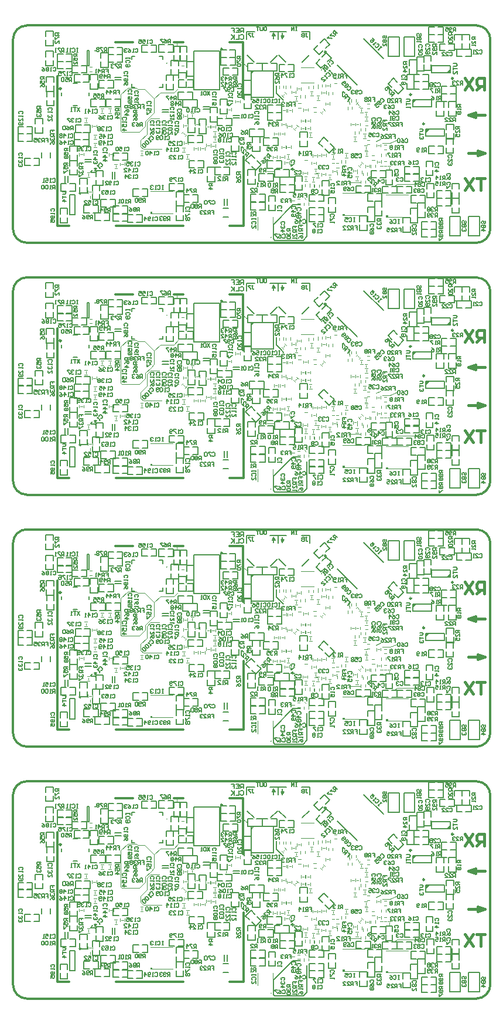
<source format=gbo>
G04*
G04 #@! TF.GenerationSoftware,Altium Limited,Altium Designer,19.1.6 (110)*
G04*
G04 Layer_Color=32896*
%FSLAX44Y44*%
%MOMM*%
G71*
G01*
G75*
%ADD11C,0.3090*%
%ADD12C,0.2000*%
%ADD13C,0.3000*%
%ADD55C,0.4000*%
%ADD56C,0.1000*%
%ADD57C,0.2500*%
%ADD62C,0.1500*%
%ADD126C,0.2540*%
%ADD127C,0.1270*%
G36*
X632030Y1336270D02*
X626420Y1336270D01*
X632030Y1341880D01*
Y1336270D01*
D02*
G37*
G36*
X577910Y1291680D02*
Y1297290D01*
X583520D01*
X577910Y1291680D01*
D02*
G37*
G36*
X596970Y1249320D02*
Y1254930D01*
X602580D01*
X596970Y1249320D01*
D02*
G37*
G36*
X200750Y1133600D02*
X198750Y1133600D01*
X198750Y1135600D01*
X200750D01*
Y1133600D01*
D02*
G37*
G36*
X478750Y1132850D02*
Y1130850D01*
X476750D01*
Y1132850D01*
X478750Y1132850D01*
D02*
G37*
G36*
X541250Y1128600D02*
X539250D01*
Y1130600D01*
X541250D01*
Y1128600D01*
D02*
G37*
G36*
X632030Y972570D02*
X626420Y972570D01*
X632030Y978180D01*
Y972570D01*
D02*
G37*
G36*
X577910Y927980D02*
Y933590D01*
X583520D01*
X577910Y927980D01*
D02*
G37*
G36*
X596970Y885620D02*
Y891230D01*
X602580D01*
X596970Y885620D01*
D02*
G37*
G36*
X200750Y769900D02*
X198750Y769900D01*
X198750Y771900D01*
X200750D01*
Y769900D01*
D02*
G37*
G36*
X478750Y769150D02*
Y767150D01*
X476750D01*
Y769150D01*
X478750Y769150D01*
D02*
G37*
G36*
X541250Y764900D02*
X539250D01*
Y766900D01*
X541250D01*
Y764900D01*
D02*
G37*
G36*
X632030Y608870D02*
X626420Y608870D01*
X632030Y614480D01*
Y608870D01*
D02*
G37*
G36*
X577910Y564280D02*
Y569890D01*
X583520D01*
X577910Y564280D01*
D02*
G37*
G36*
X596970Y521920D02*
Y527530D01*
X602580D01*
X596970Y521920D01*
D02*
G37*
G36*
X200750Y406200D02*
X198750Y406200D01*
X198750Y408200D01*
X200750D01*
Y406200D01*
D02*
G37*
G36*
X478750Y405450D02*
Y403450D01*
X476750D01*
Y405450D01*
X478750Y405450D01*
D02*
G37*
G36*
X541250Y401200D02*
X539250D01*
Y403200D01*
X541250D01*
Y401200D01*
D02*
G37*
G36*
X632030Y245170D02*
X626420Y245170D01*
X632030Y250780D01*
Y245170D01*
D02*
G37*
G36*
X577910Y200580D02*
Y206190D01*
X583520D01*
X577910Y200580D01*
D02*
G37*
G36*
X596970Y158220D02*
Y163830D01*
X602580D01*
X596970Y158220D01*
D02*
G37*
G36*
X200750Y42500D02*
X198750Y42500D01*
X198750Y44500D01*
X200750D01*
Y42500D01*
D02*
G37*
G36*
X478750Y41750D02*
Y39750D01*
X476750D01*
Y41750D01*
X478750Y41750D01*
D02*
G37*
G36*
X541250Y37500D02*
X539250D01*
Y39500D01*
X541250D01*
Y37500D01*
D02*
G37*
D11*
X69250Y222500D02*
G03*
X69250Y222500I-1000J0D01*
G01*
Y586200D02*
G03*
X69250Y586200I-1000J0D01*
G01*
Y949900D02*
G03*
X69250Y949900I-1000J0D01*
G01*
Y1313600D02*
G03*
X69250Y1313600I-1000J0D01*
G01*
D12*
X222309Y259350D02*
G03*
X222309Y259350I-559J0D01*
G01*
X373059Y8000D02*
G03*
X373059Y8000I-559J0D01*
G01*
X446309Y250000D02*
G03*
X446309Y250000I-559J0D01*
G01*
X216250Y264600D02*
Y269100D01*
X211750D02*
X216250D01*
X171750D02*
X176250D01*
X171750Y264600D02*
Y269100D01*
Y224600D02*
Y229100D01*
Y224600D02*
X176250D01*
X216250D02*
Y229100D01*
X211750Y224600D02*
X216250D01*
X107250Y255500D02*
Y277500D01*
X110250Y255500D02*
Y277500D01*
X107250Y255500D02*
X110250D01*
X107250Y277500D02*
X110250D01*
X469016Y256300D02*
X497300Y228016D01*
X507200Y294484D02*
X535484Y266200D01*
X417250Y305000D02*
X429250D01*
Y294000D02*
Y305000D01*
X383250Y294000D02*
Y305000D01*
X395250D01*
X384250Y271000D02*
X394250Y261000D01*
X418250D02*
X428250Y271000D01*
X372250Y261000D02*
X382250Y271000D01*
X338250Y271000D02*
X348250Y261000D01*
X337250Y305000D02*
X349250D01*
X337250Y294000D02*
Y305000D01*
X383250Y294000D02*
Y305000D01*
X371250D02*
X383250D01*
X333000Y303500D02*
Y309998D01*
X329751D01*
X328668Y308915D01*
Y306749D01*
X329751Y305666D01*
X333000D01*
X330834D02*
X328668Y303500D01*
X322170Y309998D02*
X326502D01*
Y303500D01*
X322170D01*
X326502Y306749D02*
X324336D01*
X315672Y309998D02*
X320004D01*
Y306749D01*
X317838D01*
X320004D01*
Y303500D01*
X328668Y299291D02*
X329751Y300374D01*
X331917D01*
X333000Y299291D01*
Y294959D01*
X331917Y293876D01*
X329751D01*
X328668Y294959D01*
X326502Y300374D02*
Y293876D01*
X322170D01*
X320004Y300374D02*
Y293876D01*
Y296042D01*
X315672Y300374D01*
X318921Y297125D01*
X315672Y293876D01*
X222309Y623050D02*
G03*
X222309Y623050I-559J0D01*
G01*
X373059Y371700D02*
G03*
X373059Y371700I-559J0D01*
G01*
X446309Y613700D02*
G03*
X446309Y613700I-559J0D01*
G01*
X216250Y628300D02*
Y632800D01*
X211750D02*
X216250D01*
X171750D02*
X176250D01*
X171750Y628300D02*
Y632800D01*
Y588300D02*
Y592800D01*
Y588300D02*
X176250D01*
X216250D02*
Y592800D01*
X211750Y588300D02*
X216250D01*
X107250Y619200D02*
Y641200D01*
X110250Y619200D02*
Y641200D01*
X107250Y619200D02*
X110250D01*
X107250Y641200D02*
X110250D01*
X469016Y620000D02*
X497300Y591716D01*
X507200Y658184D02*
X535484Y629900D01*
X417250Y668700D02*
X429250D01*
Y657700D02*
Y668700D01*
X383250Y657700D02*
Y668700D01*
X395250D01*
X384250Y634700D02*
X394250Y624700D01*
X418250D02*
X428250Y634700D01*
X372250Y624700D02*
X382250Y634700D01*
X338250Y634700D02*
X348250Y624700D01*
X337250Y668700D02*
X349250D01*
X337250Y657700D02*
Y668700D01*
X383250Y657700D02*
Y668700D01*
X371250D02*
X383250D01*
X333000Y667200D02*
Y673698D01*
X329751D01*
X328668Y672615D01*
Y670449D01*
X329751Y669366D01*
X333000D01*
X330834D02*
X328668Y667200D01*
X322170Y673698D02*
X326502D01*
Y667200D01*
X322170D01*
X326502Y670449D02*
X324336D01*
X315672Y673698D02*
X320004D01*
Y670449D01*
X317838D01*
X320004D01*
Y667200D01*
X328668Y662991D02*
X329751Y664074D01*
X331917D01*
X333000Y662991D01*
Y658659D01*
X331917Y657576D01*
X329751D01*
X328668Y658659D01*
X326502Y664074D02*
Y657576D01*
X322170D01*
X320004Y664074D02*
Y657576D01*
Y659742D01*
X315672Y664074D01*
X318921Y660825D01*
X315672Y657576D01*
X222309Y986750D02*
G03*
X222309Y986750I-559J0D01*
G01*
X373059Y735400D02*
G03*
X373059Y735400I-559J0D01*
G01*
X446309Y977400D02*
G03*
X446309Y977400I-559J0D01*
G01*
X216250Y992000D02*
Y996500D01*
X211750D02*
X216250D01*
X171750D02*
X176250D01*
X171750Y992000D02*
Y996500D01*
Y952000D02*
Y956500D01*
Y952000D02*
X176250D01*
X216250D02*
Y956500D01*
X211750Y952000D02*
X216250D01*
X107250Y982900D02*
Y1004900D01*
X110250Y982900D02*
Y1004900D01*
X107250Y982900D02*
X110250D01*
X107250Y1004900D02*
X110250D01*
X469016Y983700D02*
X497300Y955416D01*
X507200Y1021884D02*
X535484Y993600D01*
X417250Y1032400D02*
X429250D01*
Y1021400D02*
Y1032400D01*
X383250Y1021400D02*
Y1032400D01*
X395250D01*
X384250Y998400D02*
X394250Y988400D01*
X418250D02*
X428250Y998400D01*
X372250Y988400D02*
X382250Y998400D01*
X338250Y998400D02*
X348250Y988400D01*
X337250Y1032400D02*
X349250D01*
X337250Y1021400D02*
Y1032400D01*
X383250Y1021400D02*
Y1032400D01*
X371250D02*
X383250D01*
X333000Y1030900D02*
Y1037398D01*
X329751D01*
X328668Y1036315D01*
Y1034149D01*
X329751Y1033066D01*
X333000D01*
X330834D02*
X328668Y1030900D01*
X322170Y1037398D02*
X326502D01*
Y1030900D01*
X322170D01*
X326502Y1034149D02*
X324336D01*
X315672Y1037398D02*
X320004D01*
Y1034149D01*
X317838D01*
X320004D01*
Y1030900D01*
X328668Y1026691D02*
X329751Y1027774D01*
X331917D01*
X333000Y1026691D01*
Y1022359D01*
X331917Y1021276D01*
X329751D01*
X328668Y1022359D01*
X326502Y1027774D02*
Y1021276D01*
X322170D01*
X320004Y1027774D02*
Y1021276D01*
Y1023442D01*
X315672Y1027774D01*
X318921Y1024525D01*
X315672Y1021276D01*
X222309Y1350450D02*
G03*
X222309Y1350450I-559J0D01*
G01*
X373059Y1099100D02*
G03*
X373059Y1099100I-559J0D01*
G01*
X446309Y1341100D02*
G03*
X446309Y1341100I-559J0D01*
G01*
X216250Y1355700D02*
Y1360200D01*
X211750D02*
X216250D01*
X171750D02*
X176250D01*
X171750Y1355700D02*
Y1360200D01*
Y1315700D02*
Y1320200D01*
Y1315700D02*
X176250D01*
X216250D02*
Y1320200D01*
X211750Y1315700D02*
X216250D01*
X107250Y1346600D02*
Y1368600D01*
X110250Y1346600D02*
Y1368600D01*
X107250Y1346600D02*
X110250D01*
X107250Y1368600D02*
X110250D01*
X469016Y1347400D02*
X497300Y1319116D01*
X507200Y1385584D02*
X535484Y1357300D01*
X417250Y1396100D02*
X429250D01*
Y1385100D02*
Y1396100D01*
X383250Y1385100D02*
Y1396100D01*
X395250D01*
X384250Y1362100D02*
X394250Y1352100D01*
X418250D02*
X428250Y1362100D01*
X372250Y1352100D02*
X382250Y1362100D01*
X338250Y1362100D02*
X348250Y1352100D01*
X337250Y1396100D02*
X349250D01*
X337250Y1385100D02*
Y1396100D01*
X383250Y1385100D02*
Y1396100D01*
X371250D02*
X383250D01*
X333000Y1394600D02*
Y1401098D01*
X329751D01*
X328668Y1400015D01*
Y1397849D01*
X329751Y1396766D01*
X333000D01*
X330834D02*
X328668Y1394600D01*
X322170Y1401098D02*
X326502D01*
Y1394600D01*
X322170D01*
X326502Y1397849D02*
X324336D01*
X315672Y1401098D02*
X320004D01*
Y1397849D01*
X317838D01*
X320004D01*
Y1394600D01*
X328668Y1390391D02*
X329751Y1391474D01*
X331917D01*
X333000Y1390391D01*
Y1386059D01*
X331917Y1384976D01*
X329751D01*
X328668Y1386059D01*
X326502Y1391474D02*
Y1384976D01*
X322170D01*
X320004Y1391474D02*
Y1384976D01*
Y1387142D01*
X315672Y1391474D01*
X318921Y1388225D01*
X315672Y1384976D01*
D13*
X690050Y293700D02*
G03*
X670050Y313700I-20000J0D01*
G01*
Y0D02*
G03*
X690050Y20000I0J20000D01*
G01*
X0D02*
G03*
X20000Y0I20000J0D01*
G01*
Y313700D02*
G03*
X0Y293700I0J-20000D01*
G01*
X690000Y19950D02*
Y293750D01*
X148560Y24250D02*
X246230D01*
X148270Y289250D02*
X173000D01*
X233000D02*
X246230D01*
X332500Y209000D02*
Y289050D01*
X313270Y289250D02*
X332500D01*
X313270Y24250D02*
X332500D01*
X64000D02*
X81230D01*
X64000D02*
Y240000D01*
X333000Y24250D02*
Y124000D01*
X20000Y313700D02*
X670050D01*
X50Y19950D02*
Y293750D01*
X20000Y0D02*
X670050D01*
X690050Y657400D02*
G03*
X670050Y677400I-20000J0D01*
G01*
Y363700D02*
G03*
X690050Y383700I0J20000D01*
G01*
X0D02*
G03*
X20000Y363700I20000J0D01*
G01*
Y677400D02*
G03*
X0Y657400I0J-20000D01*
G01*
X690000Y383650D02*
Y657450D01*
X148560Y387950D02*
X246230D01*
X148270Y652950D02*
X173000D01*
X233000D02*
X246230D01*
X332500Y572700D02*
Y652750D01*
X313270Y652950D02*
X332500D01*
X313270Y387950D02*
X332500D01*
X64000D02*
X81230D01*
X64000D02*
Y603700D01*
X333000Y387950D02*
Y487700D01*
X20000Y677400D02*
X670050D01*
X50Y383650D02*
Y657450D01*
X20000Y363700D02*
X670050D01*
X690050Y1021100D02*
G03*
X670050Y1041100I-20000J0D01*
G01*
Y727400D02*
G03*
X690050Y747400I0J20000D01*
G01*
X0D02*
G03*
X20000Y727400I20000J0D01*
G01*
Y1041100D02*
G03*
X0Y1021100I0J-20000D01*
G01*
X690000Y747350D02*
Y1021151D01*
X148560Y751650D02*
X246230D01*
X148270Y1016650D02*
X173000D01*
X233000D02*
X246230D01*
X332500Y936400D02*
Y1016450D01*
X313270Y1016650D02*
X332500D01*
X313270Y751650D02*
X332500D01*
X64000D02*
X81230D01*
X64000D02*
Y967400D01*
X333000Y751650D02*
Y851400D01*
X20000Y1041100D02*
X670050D01*
X50Y747350D02*
Y1021151D01*
X20000Y727400D02*
X670050D01*
X690050Y1384800D02*
G03*
X670050Y1404800I-20000J0D01*
G01*
Y1091100D02*
G03*
X690050Y1111100I0J20000D01*
G01*
X0D02*
G03*
X20000Y1091100I20000J0D01*
G01*
Y1404800D02*
G03*
X0Y1384800I0J-20000D01*
G01*
X690000Y1111050D02*
Y1384851D01*
X148560Y1115350D02*
X246230D01*
X148270Y1380350D02*
X173000D01*
X233000D02*
X246230D01*
X332500Y1300100D02*
Y1380150D01*
X313270Y1380350D02*
X332500D01*
X313270Y1115350D02*
X332500D01*
X64000D02*
X81230D01*
X64000D02*
Y1331100D01*
X333000Y1115350D02*
Y1215100D01*
X20000Y1404800D02*
X670050D01*
X50Y1111050D02*
Y1384851D01*
X20000Y1091100D02*
X670050D01*
D55*
X658750Y129500D02*
X682250D01*
X672000Y126083D02*
X682250Y129500D01*
X672000Y132917D02*
X682250Y129500D01*
X672000Y126083D02*
Y132917D01*
X668750Y181033D02*
Y187867D01*
X658500Y184450D02*
X668750Y181033D01*
X658500Y184450D02*
X668750Y187867D01*
X658500Y184450D02*
X682000D01*
X682000Y92994D02*
X670670D01*
X676335D01*
Y76000D01*
X665005Y92994D02*
X653676Y76000D01*
Y92994D02*
X665005Y76000D01*
X681750Y220750D02*
Y237745D01*
X673253D01*
X670420Y234912D01*
Y229247D01*
X673253Y226415D01*
X681750D01*
X676085D02*
X670420Y220750D01*
X664756Y237745D02*
X653426Y220750D01*
Y237745D02*
X664756Y220750D01*
X658750Y493200D02*
X682250D01*
X672000Y489783D02*
X682250Y493200D01*
X672000Y496617D02*
X682250Y493200D01*
X672000Y489783D02*
Y496617D01*
X668750Y544734D02*
Y551567D01*
X658500Y548150D02*
X668750Y544734D01*
X658500Y548150D02*
X668750Y551567D01*
X658500Y548150D02*
X682000D01*
X682000Y456695D02*
X670670D01*
X676335D01*
Y439700D01*
X665005Y456695D02*
X653676Y439700D01*
Y456695D02*
X665005Y439700D01*
X681750Y584450D02*
Y601445D01*
X673253D01*
X670420Y598612D01*
Y592947D01*
X673253Y590115D01*
X681750D01*
X676085D02*
X670420Y584450D01*
X664756Y601445D02*
X653426Y584450D01*
Y601445D02*
X664756Y584450D01*
X658750Y856900D02*
X682250D01*
X672000Y853484D02*
X682250Y856900D01*
X672000Y860317D02*
X682250Y856900D01*
X672000Y853484D02*
Y860317D01*
X668750Y908434D02*
Y915267D01*
X658500Y911850D02*
X668750Y908434D01*
X658500Y911850D02*
X668750Y915267D01*
X658500Y911850D02*
X682000D01*
X682000Y820395D02*
X670670D01*
X676335D01*
Y803400D01*
X665005Y820395D02*
X653676Y803400D01*
Y820395D02*
X665005Y803400D01*
X681750Y948150D02*
Y965145D01*
X673253D01*
X670420Y962312D01*
Y956647D01*
X673253Y953815D01*
X681750D01*
X676085D02*
X670420Y948150D01*
X664756Y965145D02*
X653426Y948150D01*
Y965145D02*
X664756Y948150D01*
X658750Y1220600D02*
X682250D01*
X672000Y1217184D02*
X682250Y1220600D01*
X672000Y1224017D02*
X682250Y1220600D01*
X672000Y1217184D02*
Y1224017D01*
X668750Y1272134D02*
Y1278967D01*
X658500Y1275550D02*
X668750Y1272134D01*
X658500Y1275550D02*
X668750Y1278967D01*
X658500Y1275550D02*
X682000D01*
X682000Y1184095D02*
X670670D01*
X676335D01*
Y1167100D01*
X665005Y1184095D02*
X653676Y1167100D01*
Y1184095D02*
X665005Y1167100D01*
X681750Y1311850D02*
Y1328845D01*
X673253D01*
X670420Y1326012D01*
Y1320347D01*
X673253Y1317515D01*
X681750D01*
X676085D02*
X670420Y1311850D01*
X664756Y1328845D02*
X653426Y1311850D01*
Y1328845D02*
X664756Y1311850D01*
D56*
X354000Y19000D02*
Y37000D01*
X376000Y19000D02*
Y37000D01*
X532250Y124800D02*
Y128550D01*
X538750Y125050D02*
Y128800D01*
X437750Y102000D02*
Y105000D01*
X436000Y100250D02*
X439750D01*
X435750Y106750D02*
X439500D01*
X114750Y71250D02*
Y75250D01*
X108250Y71250D02*
Y75250D01*
X110000Y73250D02*
X113000D01*
X198750Y42500D02*
X230750D01*
X198750Y74500D02*
X230750Y74500D01*
X198750Y44500D02*
X198750Y42500D01*
X198750Y44500D02*
X200750D01*
Y42500D02*
Y44500D01*
X184750Y139000D02*
Y148122D01*
Y139000D02*
X188250Y135500D01*
X214500D01*
X111750Y64250D02*
Y67500D01*
X232250Y216750D02*
X238500Y223000D01*
X212750Y216750D02*
X232250D01*
X204000Y208000D02*
X212750Y216750D01*
X199250Y183500D02*
X204000Y188250D01*
Y208000D01*
X190500Y221500D02*
X204000Y208000D01*
X184000Y221500D02*
X190500D01*
X180500D02*
X184000D01*
X178500Y223500D02*
X180500Y221500D01*
X165500Y223500D02*
X178500D01*
X156000Y214000D02*
X165500Y223500D01*
X156000Y161250D02*
Y214000D01*
Y161250D02*
X157500Y159750D01*
X182500D01*
X191250Y168500D01*
Y175500D01*
X199250Y183500D01*
X184750Y148122D02*
X193478Y156850D01*
Y173978D01*
X198750Y179250D01*
X211750D01*
X281099Y140925D02*
X284099Y140925D01*
X279349Y138925D02*
Y142925D01*
X285849Y138925D02*
Y142925D01*
X246750Y142250D02*
Y146250D01*
X253250Y142250D02*
Y146250D01*
X248500Y144250D02*
X251500D01*
X257250Y180500D02*
X261250D01*
X257250Y187000D02*
X261250D01*
X259250Y182250D02*
Y185250D01*
X329500Y261250D02*
X339250Y253750D01*
X485750Y205250D02*
X486750Y200000D01*
X118650Y151350D02*
Y154350D01*
X116650Y156100D02*
X120650D01*
X116650Y149600D02*
X120650D01*
X118650Y139350D02*
Y142350D01*
X116650Y144100D02*
X120650D01*
X116650Y137600D02*
X120650D01*
X140300Y127550D02*
X143300D01*
X145050Y125550D02*
Y129550D01*
X138550Y125550D02*
Y129550D01*
X109000Y96500D02*
Y99500D01*
X107000Y101250D02*
X111000D01*
X107000Y94750D02*
X111000D01*
X247770Y183070D02*
X250770Y183070D01*
X246020Y181070D02*
Y185070D01*
X252520Y181070D02*
Y185070D01*
X291530Y155850D02*
Y158850D01*
X289530Y154100D02*
X293530D01*
X289530Y160600D02*
X293530D01*
X248250Y169000D02*
X251250D01*
X253000Y167000D02*
Y171000D01*
X246500Y167000D02*
Y171000D01*
X252250Y122750D02*
Y125750D01*
X250250Y121000D02*
X254250D01*
X250250Y127500D02*
X254250D01*
X323500Y204000D02*
X326500D01*
X321750Y202000D02*
Y206000D01*
X328250Y202000D02*
Y206000D01*
X291500Y147750D02*
Y150750D01*
X289500Y146000D02*
X293500D01*
X289500Y152500D02*
X293500D01*
X246750Y132750D02*
Y135750D01*
X244750Y131000D02*
X248750D01*
X244750Y137500D02*
X248750D01*
X288000Y140000D02*
X291000D01*
X286250Y138000D02*
Y142000D01*
X292750Y138000D02*
Y142000D01*
X262750Y136000D02*
X265750D01*
X261000Y134000D02*
Y138000D01*
X267500Y134000D02*
Y138000D01*
X280500Y167500D02*
X283500D01*
X285250Y165500D02*
Y169500D01*
X278750Y165500D02*
Y169500D01*
X264750Y171000D02*
X267750D01*
X269500Y169000D02*
Y173000D01*
X263000Y169000D02*
Y173000D01*
X272500Y136000D02*
X275500D01*
X270750Y134000D02*
Y138000D01*
X277250Y134000D02*
Y138000D01*
X308000Y181500D02*
Y184500D01*
X306000Y186250D02*
X310000D01*
X306000Y179750D02*
X310000D01*
X128750Y191750D02*
X128750Y188750D01*
X126750Y193500D02*
X130750Y193500D01*
X126750Y187000D02*
X130750D01*
X185950Y127750D02*
X185950Y130750D01*
X183950Y126000D02*
X187950Y126000D01*
X183950Y132500D02*
X187950D01*
X116000Y168500D02*
X119000Y168500D01*
X114250Y170500D02*
X114250Y166500D01*
X120750D02*
Y170500D01*
X140000Y188750D02*
Y191750D01*
X138000Y193500D02*
X142000D01*
X138000Y187000D02*
X142000D01*
X446250Y124550D02*
Y128300D01*
X452750Y124800D02*
Y128550D01*
X448000Y126550D02*
X451000D01*
X402500Y60500D02*
X406750D01*
X421750Y64750D02*
X423000Y62500D01*
X534000Y143750D02*
X545250D01*
X553979Y147779D01*
X525000Y146500D02*
X531500Y149750D01*
X411250Y63500D02*
X415000D01*
X411500Y57000D02*
X415250D01*
X503000Y161500D02*
Y165250D01*
X509500Y161750D02*
Y165500D01*
X487500Y87250D02*
X487500Y87250D01*
X503000D01*
X495250Y96000D02*
X499000D01*
X495500Y89500D02*
X499250D01*
X497250Y91250D02*
Y94250D01*
X512250Y97500D02*
Y101250D01*
X505750Y97250D02*
Y101000D01*
X246457Y158661D02*
X248578Y156539D01*
X243805Y158484D02*
X246457Y161136D01*
X248578Y154065D02*
X251230Y156716D01*
X287750Y167500D02*
X290750D01*
X292500Y165750D02*
Y169500D01*
X286000Y165500D02*
X286000Y169250D01*
X463550Y103250D02*
X466550D01*
X461800Y101250D02*
Y105000D01*
X468300Y101500D02*
Y105250D01*
X462750Y123000D02*
Y126000D01*
X461000Y121250D02*
X464750D01*
X460750Y127750D02*
X464500D01*
X467050Y115000D02*
X470800D01*
X467300Y108500D02*
X471050D01*
X468500Y98000D02*
Y101750D01*
X475000Y98250D02*
Y102000D01*
X432250Y94500D02*
X436000D01*
X432500Y88000D02*
X436250D01*
X434250Y89750D02*
Y92750D01*
X461000Y121250D02*
X464750D01*
X461250Y114750D02*
X465000D01*
X497990Y106200D02*
X497990Y102450D01*
X491490Y102200D02*
Y105950D01*
X493240Y104200D02*
X496240Y104200D01*
X456250Y91250D02*
X460000Y91250D01*
X456000Y97750D02*
X459750Y97750D01*
X458000Y93000D02*
X458000Y96000D01*
X452250Y100750D02*
X452250Y97000D01*
X445750Y96750D02*
Y100500D01*
X447500Y98750D02*
X450500Y98750D01*
X515710Y112714D02*
X515710Y108964D01*
X509210Y108714D02*
Y112464D01*
X510960Y110714D02*
X513960Y110714D01*
X523750Y112750D02*
X523750Y109000D01*
X517250Y108750D02*
Y112500D01*
X479950Y129250D02*
X483700D01*
X480200Y122750D02*
X483950Y122750D01*
X481950Y127500D02*
X481950Y124500D01*
X542000Y111250D02*
X545750Y111250D01*
X542250Y104750D02*
X546000D01*
X544000Y106500D02*
X544000Y109500D01*
X503394Y116582D02*
X506046Y113931D01*
X498975Y111809D02*
X501627Y109157D01*
X501450Y111809D02*
X503571Y113931D01*
X531000Y104750D02*
X534750Y104750D01*
X530750Y111250D02*
X534500Y111250D01*
X525250Y138500D02*
Y142250D01*
X531750Y138750D02*
Y142500D01*
X527000Y140500D02*
X530000D01*
X492700Y146750D02*
X496450Y146750D01*
X492450Y153250D02*
X496200D01*
X494450Y148500D02*
X494450Y151500D01*
X551365Y81555D02*
X554810Y85000D01*
X578500D01*
X504500Y100000D02*
Y103750D01*
X498000Y99750D02*
Y103500D01*
X435250Y80500D02*
Y84250D01*
X428750Y80250D02*
Y84000D01*
X511750Y200500D02*
X515500D01*
X512000Y194000D02*
X515750D01*
X464250Y237000D02*
X468000D01*
X464500Y230500D02*
X468250D01*
X536250Y141000D02*
X540000D01*
X536500Y134500D02*
X540250D01*
X442500Y80250D02*
Y84000D01*
X436000Y80000D02*
Y83750D01*
X420960Y54200D02*
Y57950D01*
X427460Y54450D02*
Y58200D01*
X509500Y86250D02*
Y90000D01*
X503000Y86000D02*
Y89750D01*
X434000Y222750D02*
Y226500D01*
X440500Y223000D02*
Y226750D01*
X483750Y192500D02*
Y196250D01*
X490250Y192750D02*
Y196500D01*
X481000Y115500D02*
Y119250D01*
X474500Y115250D02*
Y119000D01*
X434750Y188750D02*
X438500D01*
X434500Y195250D02*
X438250D01*
X237000Y289500D02*
X237250D01*
Y283500D02*
Y289500D01*
X605250Y272500D02*
X605250Y272500D01*
X488250Y169000D02*
Y172750D01*
X494750Y169250D02*
Y173000D01*
X490000Y171000D02*
X493000D01*
X509000Y182250D02*
X512750D01*
X509250Y175750D02*
X513000D01*
X511000Y177500D02*
Y180500D01*
X501880Y194670D02*
X505630D01*
X502130Y188170D02*
X505880D01*
X503880Y189920D02*
Y192920D01*
X501500Y169250D02*
Y173000D01*
X495000Y169000D02*
Y172750D01*
X496750Y171000D02*
X499750D01*
X509250Y169250D02*
X513000D01*
X509000Y175750D02*
X512750D01*
X110750Y247250D02*
X114500D01*
X110500Y253750D02*
X114250D01*
X148500Y109000D02*
Y112000D01*
X146500Y113750D02*
X150250D01*
X146750Y107250D02*
X150500D01*
X105250Y178250D02*
X105250Y175250D01*
X103500Y173500D02*
X107250D01*
X103250Y180000D02*
X107000Y180000D01*
X156700Y113550D02*
X159700Y113550D01*
X154950Y111550D02*
X154950Y115300D01*
X161450Y111800D02*
Y115550D01*
X97250Y127500D02*
X100250D01*
X95500Y125500D02*
X95500Y129250D01*
X102000Y125750D02*
X102000Y129500D01*
X311250Y192500D02*
X314250D01*
X309500Y190500D02*
Y194250D01*
X316000Y190750D02*
Y194500D01*
X508500Y188750D02*
X512250D01*
X508750Y182250D02*
X512500D01*
X510500Y184000D02*
Y187000D01*
X367500Y103250D02*
X378000D01*
X438500Y113250D02*
Y117000D01*
X432000Y113000D02*
Y116750D01*
X433750Y115000D02*
X436750D01*
X395950Y121164D02*
X399700D01*
X395700Y127664D02*
X399450D01*
X397700Y122914D02*
Y125914D01*
X401760Y136390D02*
Y140140D01*
X395260Y136140D02*
Y139890D01*
X397010Y138140D02*
X400010D01*
X394500Y136477D02*
Y140227D01*
X388000Y136227D02*
Y139977D01*
X389750Y138227D02*
X392750D01*
X405475Y165403D02*
X408127Y162752D01*
X409894Y170176D02*
X412546Y167525D01*
X407950Y165403D02*
X410071Y167525D01*
X386250Y155550D02*
Y159300D01*
X392750Y155800D02*
Y159550D01*
X388000Y157550D02*
X391000Y157550D01*
X377112Y159300D02*
X377112Y155550D01*
X383612Y155800D02*
Y159550D01*
X378862Y157550D02*
X381862Y157550D01*
X396010Y166214D02*
Y169964D01*
X402510Y166464D02*
Y170214D01*
X397760Y168214D02*
X400760D01*
X388210Y169014D02*
Y172764D01*
X394710Y169264D02*
Y173014D01*
X389960Y171014D02*
X392960D01*
X395250Y189164D02*
Y192914D01*
X388750Y188914D02*
Y192664D01*
X390500Y190914D02*
X393500D01*
X403750Y189164D02*
Y192914D01*
X397250Y188914D02*
Y192664D01*
X399000Y190914D02*
X402000D01*
X401260Y223214D02*
Y226964D01*
X394760Y222964D02*
Y226714D01*
X384750Y222964D02*
Y226714D01*
X391250Y223214D02*
Y226964D01*
X392614Y217759D02*
X395266Y215107D01*
X388195Y212986D02*
X390846Y210334D01*
X390670Y212986D02*
X392791Y215107D01*
X407710Y205164D02*
X411460D01*
X407461Y211664D02*
X411211D01*
X409460Y206914D02*
Y209914D01*
X415510Y209214D02*
Y212964D01*
X422010Y209464D02*
Y213214D01*
X402500Y215577D02*
Y219327D01*
X409000Y215827D02*
Y219577D01*
X404250Y217577D02*
X407250D01*
X410010Y220214D02*
Y223964D01*
X416510Y220464D02*
Y224214D01*
X411760Y222214D02*
X414760D01*
X430010Y163464D02*
Y167214D01*
X423510Y163214D02*
Y166964D01*
X425260Y165214D02*
X428260D01*
X422500Y163560D02*
Y167310D01*
X416000Y163310D02*
Y167060D01*
X417750Y165310D02*
X420750D01*
X428260Y159214D02*
X432010D01*
X428510Y152714D02*
X432261D01*
X430261Y154464D02*
Y157464D01*
X430010Y174464D02*
Y178214D01*
X423510Y174214D02*
Y177964D01*
X425260Y176214D02*
X428260D01*
X422500Y174464D02*
Y178214D01*
X416000Y174214D02*
Y177964D01*
X417750Y176214D02*
X420750D01*
X426500Y190250D02*
Y194000D01*
X420000Y190000D02*
Y193750D01*
X421750Y192000D02*
X424750Y192000D01*
X439450Y205777D02*
X443200D01*
X439200Y212277D02*
X442950D01*
X441200Y207527D02*
Y210527D01*
X458010Y199164D02*
Y202914D01*
X451510Y198914D02*
Y202664D01*
X453260Y200914D02*
X456260D01*
X430000Y212250D02*
X433750D01*
X429750Y218750D02*
X433500D01*
X431750Y214000D02*
Y217000D01*
X448614Y193482D02*
X451265Y190831D01*
X444194Y188710D02*
X446846Y186058D01*
X446669Y188710D02*
X448791Y190831D01*
X455760Y213714D02*
Y217464D01*
X462260Y213964D02*
Y217714D01*
X452250Y225000D02*
Y228750D01*
X458750Y225250D02*
Y229000D01*
X454000Y227000D02*
X457000D01*
X446250Y215000D02*
Y218750D01*
X452750Y215250D02*
Y219000D01*
X448000Y217000D02*
X451000D01*
X506500Y150750D02*
X510250D01*
X506250Y157250D02*
X510000D01*
X508250Y152500D02*
Y155500D01*
X511990Y141840D02*
X515740D01*
X511740Y148340D02*
X515490D01*
X508010Y140214D02*
X511760D01*
X508260Y133714D02*
X512010D01*
X510010Y135464D02*
Y138464D01*
X509030Y132030D02*
X512780D01*
X509280Y125530D02*
X513030D01*
X511030Y127280D02*
Y130280D01*
X536500Y111250D02*
X540250D01*
X536250Y117750D02*
X540000D01*
X526000Y115000D02*
Y118750D01*
X532500Y115250D02*
Y119000D01*
X527750Y117000D02*
X530750D01*
X439750Y124000D02*
X439750Y127750D01*
X433250Y123750D02*
Y127500D01*
X435000Y125750D02*
X438000D01*
X439770Y123764D02*
Y127514D01*
X446270Y124014D02*
Y127764D01*
X441520Y125764D02*
X444520D01*
X438750Y94000D02*
X442500D01*
X438500Y100500D02*
X442250Y100500D01*
X440500Y95750D02*
Y98750D01*
X421510Y88714D02*
X425260D01*
X421260Y95214D02*
X425010D01*
X423260Y90464D02*
Y93464D01*
X425760Y98964D02*
Y102714D01*
X419260Y98714D02*
Y102464D01*
X421010Y100714D02*
X424010D01*
X392510Y121964D02*
Y125714D01*
X386010Y121714D02*
Y125464D01*
X387760Y123714D02*
X390760D01*
X382000Y121977D02*
Y125727D01*
X375500Y121727D02*
Y125477D01*
X377250Y123727D02*
X380250D01*
X393000Y113577D02*
Y117327D01*
X399500Y113827D02*
Y117577D01*
X394750Y115577D02*
X397750D01*
X428810Y81514D02*
Y85264D01*
X422310Y81264D02*
Y85014D01*
X243500Y256000D02*
X247250Y256000D01*
X243250Y262500D02*
X247000D01*
X416750Y253500D02*
X434750D01*
X416750Y231500D02*
X434750D01*
X541250Y37500D02*
Y39500D01*
X539250D02*
X541250D01*
X539250Y37500D02*
Y39500D01*
Y69500D02*
X571250D01*
X539250Y37500D02*
X571250D01*
X478750Y39750D02*
Y41750D01*
X476750Y41750D02*
X478750Y41750D01*
X476750Y39750D02*
Y41750D01*
Y71750D02*
X508750D01*
X476750Y39750D02*
X508750D01*
X495538Y200134D02*
X498189Y202786D01*
X500311Y195714D02*
X502962Y198366D01*
X498189Y200311D02*
X500311Y198189D01*
X519000Y119750D02*
X522750D01*
X518750Y126250D02*
X522500D01*
X500500Y157250D02*
Y161000D01*
X494000Y157000D02*
Y160750D01*
X496000Y203500D02*
Y207250D01*
X489500Y203250D02*
Y207000D01*
X447000Y224750D02*
Y228500D01*
X440500Y224500D02*
Y228250D01*
X434000Y222750D02*
Y226500D01*
X427500Y222500D02*
Y226250D01*
X412250Y201250D02*
X416000D01*
X412500Y194750D02*
X416250D01*
X421500Y125750D02*
X425250D01*
X421750Y119250D02*
X425500D01*
X354000Y382700D02*
Y400700D01*
X376000Y382700D02*
Y400700D01*
X532250Y488500D02*
Y492250D01*
X538750Y488750D02*
Y492500D01*
X437750Y465700D02*
Y468700D01*
X436000Y463950D02*
X439750D01*
X435750Y470450D02*
X439500D01*
X114750Y434950D02*
Y438950D01*
X108250Y434950D02*
Y438950D01*
X110000Y436950D02*
X113000D01*
X198750Y406200D02*
X230750D01*
X198750Y438200D02*
X230750Y438200D01*
X198750Y408200D02*
X198750Y406200D01*
X198750Y408200D02*
X200750D01*
Y406200D02*
Y408200D01*
X184750Y502700D02*
Y511823D01*
Y502700D02*
X188250Y499200D01*
X214500D01*
X111750Y427950D02*
Y431200D01*
X232250Y580450D02*
X238500Y586700D01*
X212750Y580450D02*
X232250D01*
X204000Y571700D02*
X212750Y580450D01*
X199250Y547200D02*
X204000Y551950D01*
Y571700D01*
X190500Y585200D02*
X204000Y571700D01*
X184000Y585200D02*
X190500D01*
X180500D02*
X184000D01*
X178500Y587200D02*
X180500Y585200D01*
X165500Y587200D02*
X178500D01*
X156000Y577700D02*
X165500Y587200D01*
X156000Y524950D02*
Y577700D01*
Y524950D02*
X157500Y523450D01*
X182500D01*
X191250Y532200D01*
Y539200D01*
X199250Y547200D01*
X184750Y511823D02*
X193478Y520550D01*
Y537678D01*
X198750Y542950D01*
X211750D01*
X281099Y504625D02*
X284099Y504625D01*
X279349Y502625D02*
Y506625D01*
X285849Y502625D02*
Y506625D01*
X246750Y505950D02*
Y509950D01*
X253250Y505950D02*
Y509950D01*
X248500Y507950D02*
X251500D01*
X257250Y544200D02*
X261250D01*
X257250Y550700D02*
X261250D01*
X259250Y545950D02*
Y548950D01*
X329500Y624950D02*
X339250Y617450D01*
X485750Y568950D02*
X486750Y563700D01*
X118650Y515050D02*
Y518050D01*
X116650Y519800D02*
X120650D01*
X116650Y513300D02*
X120650D01*
X118650Y503050D02*
Y506050D01*
X116650Y507800D02*
X120650D01*
X116650Y501300D02*
X120650D01*
X140300Y491250D02*
X143300D01*
X145050Y489250D02*
Y493250D01*
X138550Y489250D02*
Y493250D01*
X109000Y460200D02*
Y463200D01*
X107000Y464950D02*
X111000D01*
X107000Y458450D02*
X111000D01*
X247770Y546770D02*
X250770Y546770D01*
X246020Y544770D02*
Y548770D01*
X252520Y544770D02*
Y548770D01*
X291530Y519550D02*
Y522550D01*
X289530Y517800D02*
X293530D01*
X289530Y524300D02*
X293530D01*
X248250Y532700D02*
X251250D01*
X253000Y530700D02*
Y534700D01*
X246500Y530700D02*
Y534700D01*
X252250Y486450D02*
Y489450D01*
X250250Y484700D02*
X254250D01*
X250250Y491200D02*
X254250D01*
X323500Y567700D02*
X326500D01*
X321750Y565700D02*
Y569700D01*
X328250Y565700D02*
Y569700D01*
X291500Y511450D02*
Y514450D01*
X289500Y509700D02*
X293500D01*
X289500Y516200D02*
X293500D01*
X246750Y496450D02*
Y499450D01*
X244750Y494700D02*
X248750D01*
X244750Y501200D02*
X248750D01*
X288000Y503700D02*
X291000D01*
X286250Y501700D02*
Y505700D01*
X292750Y501700D02*
Y505700D01*
X262750Y499700D02*
X265750D01*
X261000Y497700D02*
Y501700D01*
X267500Y497700D02*
Y501700D01*
X280500Y531200D02*
X283500D01*
X285250Y529200D02*
Y533200D01*
X278750Y529200D02*
Y533200D01*
X264750Y534700D02*
X267750D01*
X269500Y532700D02*
Y536700D01*
X263000Y532700D02*
Y536700D01*
X272500Y499700D02*
X275500D01*
X270750Y497700D02*
Y501700D01*
X277250Y497700D02*
Y501700D01*
X308000Y545200D02*
Y548200D01*
X306000Y549950D02*
X310000D01*
X306000Y543450D02*
X310000D01*
X128750Y555450D02*
X128750Y552450D01*
X126750Y557200D02*
X130750Y557200D01*
X126750Y550700D02*
X130750D01*
X185950Y491450D02*
X185950Y494450D01*
X183950Y489700D02*
X187950Y489700D01*
X183950Y496200D02*
X187950D01*
X116000Y532200D02*
X119000Y532200D01*
X114250Y534200D02*
X114250Y530200D01*
X120750D02*
Y534200D01*
X140000Y552450D02*
Y555450D01*
X138000Y557200D02*
X142000D01*
X138000Y550700D02*
X142000D01*
X446250Y488250D02*
Y492000D01*
X452750Y488500D02*
Y492250D01*
X448000Y490250D02*
X451000D01*
X402500Y424200D02*
X406750D01*
X421750Y428450D02*
X423000Y426200D01*
X534000Y507450D02*
X545250D01*
X553979Y511479D01*
X525000Y510200D02*
X531500Y513450D01*
X411250Y427200D02*
X415000D01*
X411500Y420700D02*
X415250D01*
X503000Y525200D02*
Y528950D01*
X509500Y525450D02*
Y529200D01*
X487500Y450950D02*
X487500Y450950D01*
X503000D01*
X495250Y459700D02*
X499000D01*
X495500Y453200D02*
X499250D01*
X497250Y454950D02*
Y457950D01*
X512250Y461200D02*
Y464950D01*
X505750Y460950D02*
Y464700D01*
X246457Y522361D02*
X248578Y520239D01*
X243805Y522184D02*
X246457Y524836D01*
X248578Y517765D02*
X251230Y520416D01*
X287750Y531200D02*
X290750D01*
X292500Y529450D02*
Y533200D01*
X286000Y529200D02*
X286000Y532950D01*
X463550Y466950D02*
X466550D01*
X461800Y464950D02*
Y468700D01*
X468300Y465200D02*
Y468950D01*
X462750Y486700D02*
Y489700D01*
X461000Y484950D02*
X464750D01*
X460750Y491450D02*
X464500D01*
X467050Y478700D02*
X470800D01*
X467300Y472200D02*
X471050D01*
X468500Y461700D02*
Y465450D01*
X475000Y461950D02*
Y465700D01*
X432250Y458200D02*
X436000D01*
X432500Y451700D02*
X436250D01*
X434250Y453450D02*
Y456450D01*
X461000Y484950D02*
X464750D01*
X461250Y478450D02*
X465000D01*
X497990Y469900D02*
X497990Y466150D01*
X491490Y465900D02*
Y469650D01*
X493240Y467900D02*
X496240Y467900D01*
X456250Y454950D02*
X460000Y454950D01*
X456000Y461450D02*
X459750Y461450D01*
X458000Y456700D02*
X458000Y459700D01*
X452250Y464450D02*
X452250Y460700D01*
X445750Y460450D02*
Y464200D01*
X447500Y462450D02*
X450500Y462450D01*
X515710Y476414D02*
X515710Y472664D01*
X509210Y472414D02*
Y476164D01*
X510960Y474414D02*
X513960Y474414D01*
X523750Y476450D02*
X523750Y472700D01*
X517250Y472450D02*
Y476200D01*
X479950Y492950D02*
X483700D01*
X480200Y486450D02*
X483950Y486450D01*
X481950Y491200D02*
X481950Y488200D01*
X542000Y474950D02*
X545750Y474950D01*
X542250Y468450D02*
X546000D01*
X544000Y470200D02*
X544000Y473200D01*
X503394Y480282D02*
X506046Y477631D01*
X498975Y475509D02*
X501627Y472858D01*
X501450Y475509D02*
X503571Y477631D01*
X531000Y468450D02*
X534750Y468450D01*
X530750Y474950D02*
X534500Y474950D01*
X525250Y502200D02*
Y505950D01*
X531750Y502450D02*
Y506200D01*
X527000Y504200D02*
X530000D01*
X492700Y510450D02*
X496450Y510450D01*
X492450Y516950D02*
X496200D01*
X494450Y512200D02*
X494450Y515200D01*
X551365Y445255D02*
X554810Y448700D01*
X578500D01*
X504500Y463700D02*
Y467450D01*
X498000Y463450D02*
Y467200D01*
X435250Y444200D02*
Y447950D01*
X428750Y443950D02*
Y447700D01*
X511750Y564200D02*
X515500D01*
X512000Y557700D02*
X515750D01*
X464250Y600700D02*
X468000D01*
X464500Y594200D02*
X468250D01*
X536250Y504700D02*
X540000D01*
X536500Y498200D02*
X540250D01*
X442500Y443950D02*
Y447700D01*
X436000Y443700D02*
Y447450D01*
X420960Y417900D02*
Y421650D01*
X427460Y418150D02*
Y421900D01*
X509500Y449950D02*
Y453700D01*
X503000Y449700D02*
Y453450D01*
X434000Y586450D02*
Y590200D01*
X440500Y586700D02*
Y590450D01*
X483750Y556200D02*
Y559950D01*
X490250Y556450D02*
Y560200D01*
X481000Y479200D02*
Y482950D01*
X474500Y478950D02*
Y482700D01*
X434750Y552450D02*
X438500D01*
X434500Y558950D02*
X438250D01*
X237000Y653200D02*
X237250D01*
Y647200D02*
Y653200D01*
X605250Y636200D02*
X605250Y636200D01*
X488250Y532700D02*
Y536450D01*
X494750Y532950D02*
Y536700D01*
X490000Y534700D02*
X493000D01*
X509000Y545950D02*
X512750D01*
X509250Y539450D02*
X513000D01*
X511000Y541200D02*
Y544200D01*
X501880Y558370D02*
X505630D01*
X502130Y551870D02*
X505880D01*
X503880Y553620D02*
Y556620D01*
X501500Y532950D02*
Y536700D01*
X495000Y532700D02*
Y536450D01*
X496750Y534700D02*
X499750D01*
X509250Y532950D02*
X513000D01*
X509000Y539450D02*
X512750D01*
X110750Y610950D02*
X114500D01*
X110500Y617450D02*
X114250D01*
X148500Y472700D02*
Y475700D01*
X146500Y477450D02*
X150250D01*
X146750Y470950D02*
X150500D01*
X105250Y541950D02*
X105250Y538950D01*
X103500Y537200D02*
X107250D01*
X103250Y543700D02*
X107000Y543700D01*
X156700Y477250D02*
X159700Y477250D01*
X154950Y475250D02*
X154950Y479000D01*
X161450Y475500D02*
Y479250D01*
X97250Y491200D02*
X100250D01*
X95500Y489200D02*
X95500Y492950D01*
X102000Y489450D02*
X102000Y493200D01*
X311250Y556200D02*
X314250D01*
X309500Y554200D02*
Y557950D01*
X316000Y554450D02*
Y558200D01*
X508500Y552450D02*
X512250D01*
X508750Y545950D02*
X512500D01*
X510500Y547700D02*
Y550700D01*
X367500Y466950D02*
X378000D01*
X438500Y476950D02*
Y480700D01*
X432000Y476700D02*
Y480450D01*
X433750Y478700D02*
X436750D01*
X395950Y484864D02*
X399700D01*
X395700Y491364D02*
X399450D01*
X397700Y486614D02*
Y489614D01*
X401760Y500090D02*
Y503840D01*
X395260Y499840D02*
Y503590D01*
X397010Y501840D02*
X400010D01*
X394500Y500177D02*
Y503927D01*
X388000Y499927D02*
Y503677D01*
X389750Y501927D02*
X392750D01*
X405475Y529103D02*
X408127Y526452D01*
X409894Y533876D02*
X412546Y531225D01*
X407950Y529103D02*
X410071Y531225D01*
X386250Y519250D02*
Y523000D01*
X392750Y519500D02*
Y523250D01*
X388000Y521250D02*
X391000Y521250D01*
X377112Y523000D02*
X377112Y519250D01*
X383612Y519500D02*
Y523250D01*
X378862Y521250D02*
X381862Y521250D01*
X396010Y529914D02*
Y533664D01*
X402510Y530164D02*
Y533914D01*
X397760Y531914D02*
X400760D01*
X388210Y532714D02*
Y536464D01*
X394710Y532964D02*
Y536714D01*
X389960Y534714D02*
X392960D01*
X395250Y552864D02*
Y556614D01*
X388750Y552614D02*
Y556364D01*
X390500Y554614D02*
X393500D01*
X403750Y552864D02*
Y556614D01*
X397250Y552614D02*
Y556364D01*
X399000Y554614D02*
X402000D01*
X401260Y586914D02*
Y590664D01*
X394760Y586664D02*
Y590414D01*
X384750Y586664D02*
Y590414D01*
X391250Y586914D02*
Y590664D01*
X392614Y581459D02*
X395266Y578808D01*
X388195Y576686D02*
X390846Y574035D01*
X390670Y576686D02*
X392791Y578808D01*
X407710Y568864D02*
X411460D01*
X407461Y575364D02*
X411211D01*
X409460Y570614D02*
Y573614D01*
X415510Y572914D02*
Y576664D01*
X422010Y573164D02*
Y576914D01*
X402500Y579277D02*
Y583027D01*
X409000Y579527D02*
Y583277D01*
X404250Y581277D02*
X407250D01*
X410010Y583914D02*
Y587664D01*
X416510Y584164D02*
Y587914D01*
X411760Y585914D02*
X414760D01*
X430010Y527164D02*
Y530914D01*
X423510Y526914D02*
Y530664D01*
X425260Y528914D02*
X428260D01*
X422500Y527260D02*
Y531010D01*
X416000Y527010D02*
Y530760D01*
X417750Y529010D02*
X420750D01*
X428260Y522914D02*
X432010D01*
X428510Y516414D02*
X432261D01*
X430261Y518164D02*
Y521164D01*
X430010Y538164D02*
Y541914D01*
X423510Y537914D02*
Y541664D01*
X425260Y539914D02*
X428260D01*
X422500Y538164D02*
Y541914D01*
X416000Y537914D02*
Y541664D01*
X417750Y539914D02*
X420750D01*
X426500Y553950D02*
Y557700D01*
X420000Y553700D02*
Y557450D01*
X421750Y555700D02*
X424750Y555700D01*
X439450Y569477D02*
X443200D01*
X439200Y575977D02*
X442950D01*
X441200Y571227D02*
Y574227D01*
X458010Y562864D02*
Y566614D01*
X451510Y562614D02*
Y566364D01*
X453260Y564614D02*
X456260D01*
X430000Y575950D02*
X433750D01*
X429750Y582450D02*
X433500D01*
X431750Y577700D02*
Y580700D01*
X448614Y557183D02*
X451265Y554531D01*
X444194Y552410D02*
X446846Y549758D01*
X446669Y552410D02*
X448791Y554531D01*
X455760Y577414D02*
Y581164D01*
X462260Y577664D02*
Y581414D01*
X452250Y588700D02*
Y592450D01*
X458750Y588950D02*
Y592700D01*
X454000Y590700D02*
X457000D01*
X446250Y578700D02*
Y582450D01*
X452750Y578950D02*
Y582700D01*
X448000Y580700D02*
X451000D01*
X506500Y514450D02*
X510250D01*
X506250Y520950D02*
X510000D01*
X508250Y516200D02*
Y519200D01*
X511990Y505540D02*
X515740D01*
X511740Y512040D02*
X515490D01*
X508010Y503914D02*
X511760D01*
X508260Y497414D02*
X512010D01*
X510010Y499164D02*
Y502164D01*
X509030Y495730D02*
X512780D01*
X509280Y489230D02*
X513030D01*
X511030Y490980D02*
Y493980D01*
X536500Y474950D02*
X540250D01*
X536250Y481450D02*
X540000D01*
X526000Y478700D02*
Y482450D01*
X532500Y478950D02*
Y482700D01*
X527750Y480700D02*
X530750D01*
X439750Y487700D02*
X439750Y491450D01*
X433250Y487450D02*
Y491200D01*
X435000Y489450D02*
X438000D01*
X439770Y487464D02*
Y491214D01*
X446270Y487714D02*
Y491464D01*
X441520Y489464D02*
X444520D01*
X438750Y457700D02*
X442500D01*
X438500Y464200D02*
X442250Y464200D01*
X440500Y459450D02*
Y462450D01*
X421510Y452414D02*
X425260D01*
X421260Y458914D02*
X425010D01*
X423260Y454164D02*
Y457164D01*
X425760Y462664D02*
Y466414D01*
X419260Y462414D02*
Y466164D01*
X421010Y464414D02*
X424010D01*
X392510Y485664D02*
Y489414D01*
X386010Y485414D02*
Y489164D01*
X387760Y487414D02*
X390760D01*
X382000Y485677D02*
Y489427D01*
X375500Y485427D02*
Y489177D01*
X377250Y487427D02*
X380250D01*
X393000Y477277D02*
Y481027D01*
X399500Y477527D02*
Y481277D01*
X394750Y479277D02*
X397750D01*
X428810Y445214D02*
Y448964D01*
X422310Y444964D02*
Y448714D01*
X243500Y619700D02*
X247250Y619700D01*
X243250Y626200D02*
X247000D01*
X416750Y617200D02*
X434750D01*
X416750Y595200D02*
X434750D01*
X541250Y401200D02*
Y403200D01*
X539250D02*
X541250D01*
X539250Y401200D02*
Y403200D01*
Y433200D02*
X571250D01*
X539250Y401200D02*
X571250D01*
X478750Y403450D02*
Y405450D01*
X476750Y405450D02*
X478750Y405450D01*
X476750Y403450D02*
Y405450D01*
Y435450D02*
X508750D01*
X476750Y403450D02*
X508750D01*
X495538Y563834D02*
X498189Y566486D01*
X500311Y559414D02*
X502962Y562066D01*
X498189Y564011D02*
X500311Y561889D01*
X519000Y483450D02*
X522750D01*
X518750Y489950D02*
X522500D01*
X500500Y520950D02*
Y524700D01*
X494000Y520700D02*
Y524450D01*
X496000Y567200D02*
Y570950D01*
X489500Y566950D02*
Y570700D01*
X447000Y588450D02*
Y592200D01*
X440500Y588200D02*
Y591950D01*
X434000Y586450D02*
Y590200D01*
X427500Y586200D02*
Y589950D01*
X412250Y564950D02*
X416000D01*
X412500Y558450D02*
X416250D01*
X421500Y489450D02*
X425250D01*
X421750Y482950D02*
X425500D01*
X354000Y746400D02*
Y764400D01*
X376000Y746400D02*
Y764400D01*
X532250Y852200D02*
Y855950D01*
X538750Y852450D02*
Y856200D01*
X437750Y829400D02*
Y832400D01*
X436000Y827650D02*
X439750D01*
X435750Y834150D02*
X439500D01*
X114750Y798650D02*
Y802650D01*
X108250Y798650D02*
Y802650D01*
X110000Y800650D02*
X113000D01*
X198750Y769900D02*
X230750D01*
X198750Y801900D02*
X230750Y801900D01*
X198750Y771900D02*
X198750Y769900D01*
X198750Y771900D02*
X200750D01*
Y769900D02*
Y771900D01*
X184750Y866400D02*
Y875523D01*
Y866400D02*
X188250Y862900D01*
X214500D01*
X111750Y791650D02*
Y794900D01*
X232250Y944150D02*
X238500Y950400D01*
X212750Y944150D02*
X232250D01*
X204000Y935400D02*
X212750Y944150D01*
X199250Y910900D02*
X204000Y915650D01*
Y935400D01*
X190500Y948900D02*
X204000Y935400D01*
X184000Y948900D02*
X190500D01*
X180500D02*
X184000D01*
X178500Y950900D02*
X180500Y948900D01*
X165500Y950900D02*
X178500D01*
X156000Y941400D02*
X165500Y950900D01*
X156000Y888650D02*
Y941400D01*
Y888650D02*
X157500Y887150D01*
X182500D01*
X191250Y895900D01*
Y902900D01*
X199250Y910900D01*
X184750Y875523D02*
X193478Y884250D01*
Y901378D01*
X198750Y906650D01*
X211750D01*
X281099Y868325D02*
X284099Y868325D01*
X279349Y866325D02*
Y870325D01*
X285849Y866325D02*
Y870325D01*
X246750Y869650D02*
Y873650D01*
X253250Y869650D02*
Y873650D01*
X248500Y871650D02*
X251500D01*
X257250Y907900D02*
X261250D01*
X257250Y914400D02*
X261250D01*
X259250Y909650D02*
Y912650D01*
X329500Y988650D02*
X339250Y981150D01*
X485750Y932650D02*
X486750Y927400D01*
X118650Y878750D02*
Y881750D01*
X116650Y883500D02*
X120650D01*
X116650Y877000D02*
X120650D01*
X118650Y866750D02*
Y869750D01*
X116650Y871500D02*
X120650D01*
X116650Y865000D02*
X120650D01*
X140300Y854950D02*
X143300D01*
X145050Y852950D02*
Y856950D01*
X138550Y852950D02*
Y856950D01*
X109000Y823900D02*
Y826900D01*
X107000Y828650D02*
X111000D01*
X107000Y822150D02*
X111000D01*
X247770Y910470D02*
X250770Y910470D01*
X246020Y908470D02*
Y912470D01*
X252520Y908470D02*
Y912470D01*
X291530Y883250D02*
Y886250D01*
X289530Y881500D02*
X293530D01*
X289530Y888000D02*
X293530D01*
X248250Y896400D02*
X251250D01*
X253000Y894400D02*
Y898400D01*
X246500Y894400D02*
Y898400D01*
X252250Y850150D02*
Y853150D01*
X250250Y848400D02*
X254250D01*
X250250Y854900D02*
X254250D01*
X323500Y931400D02*
X326500D01*
X321750Y929400D02*
Y933400D01*
X328250Y929400D02*
Y933400D01*
X291500Y875150D02*
Y878150D01*
X289500Y873400D02*
X293500D01*
X289500Y879900D02*
X293500D01*
X246750Y860150D02*
Y863150D01*
X244750Y858400D02*
X248750D01*
X244750Y864900D02*
X248750D01*
X288000Y867400D02*
X291000D01*
X286250Y865400D02*
Y869400D01*
X292750Y865400D02*
Y869400D01*
X262750Y863400D02*
X265750D01*
X261000Y861400D02*
Y865400D01*
X267500Y861400D02*
Y865400D01*
X280500Y894900D02*
X283500D01*
X285250Y892900D02*
Y896900D01*
X278750Y892900D02*
Y896900D01*
X264750Y898400D02*
X267750D01*
X269500Y896400D02*
Y900400D01*
X263000Y896400D02*
Y900400D01*
X272500Y863400D02*
X275500D01*
X270750Y861400D02*
Y865400D01*
X277250Y861400D02*
Y865400D01*
X308000Y908900D02*
Y911900D01*
X306000Y913650D02*
X310000D01*
X306000Y907150D02*
X310000D01*
X128750Y919150D02*
X128750Y916150D01*
X126750Y920900D02*
X130750Y920900D01*
X126750Y914400D02*
X130750D01*
X185950Y855150D02*
X185950Y858150D01*
X183950Y853400D02*
X187950Y853400D01*
X183950Y859900D02*
X187950D01*
X116000Y895900D02*
X119000Y895900D01*
X114250Y897900D02*
X114250Y893900D01*
X120750D02*
Y897900D01*
X140000Y916150D02*
Y919150D01*
X138000Y920900D02*
X142000D01*
X138000Y914400D02*
X142000D01*
X446250Y851950D02*
Y855700D01*
X452750Y852200D02*
Y855950D01*
X448000Y853950D02*
X451000D01*
X402500Y787900D02*
X406750D01*
X421750Y792150D02*
X423000Y789900D01*
X534000Y871150D02*
X545250D01*
X553979Y875179D01*
X525000Y873900D02*
X531500Y877150D01*
X411250Y790900D02*
X415000D01*
X411500Y784400D02*
X415250D01*
X503000Y888900D02*
Y892650D01*
X509500Y889150D02*
Y892900D01*
X487500Y814650D02*
X487500Y814650D01*
X503000D01*
X495250Y823400D02*
X499000D01*
X495500Y816900D02*
X499250D01*
X497250Y818650D02*
Y821650D01*
X512250Y824900D02*
Y828650D01*
X505750Y824650D02*
Y828400D01*
X246457Y886061D02*
X248578Y883940D01*
X243805Y885884D02*
X246457Y888536D01*
X248578Y881465D02*
X251230Y884116D01*
X287750Y894900D02*
X290750D01*
X292500Y893150D02*
Y896900D01*
X286000Y892900D02*
X286000Y896650D01*
X463550Y830650D02*
X466550D01*
X461800Y828650D02*
Y832400D01*
X468300Y828900D02*
Y832650D01*
X462750Y850400D02*
Y853400D01*
X461000Y848650D02*
X464750D01*
X460750Y855150D02*
X464500D01*
X467050Y842400D02*
X470800D01*
X467300Y835900D02*
X471050D01*
X468500Y825400D02*
Y829150D01*
X475000Y825650D02*
Y829400D01*
X432250Y821900D02*
X436000D01*
X432500Y815400D02*
X436250D01*
X434250Y817150D02*
Y820150D01*
X461000Y848650D02*
X464750D01*
X461250Y842150D02*
X465000D01*
X497990Y833600D02*
X497990Y829850D01*
X491490Y829600D02*
Y833350D01*
X493240Y831600D02*
X496240Y831600D01*
X456250Y818650D02*
X460000Y818650D01*
X456000Y825150D02*
X459750Y825150D01*
X458000Y820400D02*
X458000Y823400D01*
X452250Y828150D02*
X452250Y824400D01*
X445750Y824150D02*
Y827900D01*
X447500Y826150D02*
X450500Y826150D01*
X515710Y840114D02*
X515710Y836364D01*
X509210Y836114D02*
Y839864D01*
X510960Y838114D02*
X513960Y838114D01*
X523750Y840150D02*
X523750Y836400D01*
X517250Y836150D02*
Y839900D01*
X479950Y856650D02*
X483700D01*
X480200Y850150D02*
X483950Y850150D01*
X481950Y854900D02*
X481950Y851900D01*
X542000Y838650D02*
X545750Y838650D01*
X542250Y832150D02*
X546000D01*
X544000Y833900D02*
X544000Y836900D01*
X503394Y843982D02*
X506046Y841331D01*
X498975Y839209D02*
X501627Y836558D01*
X501450Y839209D02*
X503571Y841331D01*
X531000Y832150D02*
X534750Y832150D01*
X530750Y838650D02*
X534500Y838650D01*
X525250Y865900D02*
Y869650D01*
X531750Y866150D02*
Y869900D01*
X527000Y867900D02*
X530000D01*
X492700Y874150D02*
X496450Y874150D01*
X492450Y880650D02*
X496200D01*
X494450Y875900D02*
X494450Y878900D01*
X551365Y808955D02*
X554810Y812400D01*
X578500D01*
X504500Y827400D02*
Y831150D01*
X498000Y827150D02*
Y830900D01*
X435250Y807900D02*
Y811650D01*
X428750Y807650D02*
Y811400D01*
X511750Y927900D02*
X515500D01*
X512000Y921400D02*
X515750D01*
X464250Y964400D02*
X468000D01*
X464500Y957900D02*
X468250D01*
X536250Y868400D02*
X540000D01*
X536500Y861900D02*
X540250D01*
X442500Y807650D02*
Y811400D01*
X436000Y807400D02*
Y811150D01*
X420960Y781600D02*
Y785350D01*
X427460Y781850D02*
Y785600D01*
X509500Y813650D02*
Y817400D01*
X503000Y813400D02*
Y817150D01*
X434000Y950150D02*
Y953900D01*
X440500Y950400D02*
Y954150D01*
X483750Y919900D02*
Y923650D01*
X490250Y920150D02*
Y923900D01*
X481000Y842900D02*
Y846650D01*
X474500Y842650D02*
Y846400D01*
X434750Y916150D02*
X438500D01*
X434500Y922650D02*
X438250D01*
X237000Y1016900D02*
X237250D01*
Y1010900D02*
Y1016900D01*
X605250Y999900D02*
X605250Y999900D01*
X488250Y896400D02*
Y900150D01*
X494750Y896650D02*
Y900400D01*
X490000Y898400D02*
X493000D01*
X509000Y909650D02*
X512750D01*
X509250Y903150D02*
X513000D01*
X511000Y904900D02*
Y907900D01*
X501880Y922070D02*
X505630D01*
X502130Y915570D02*
X505880D01*
X503880Y917320D02*
Y920320D01*
X501500Y896650D02*
Y900400D01*
X495000Y896400D02*
Y900150D01*
X496750Y898400D02*
X499750D01*
X509250Y896650D02*
X513000D01*
X509000Y903150D02*
X512750D01*
X110750Y974650D02*
X114500D01*
X110500Y981150D02*
X114250D01*
X148500Y836400D02*
Y839400D01*
X146500Y841150D02*
X150250D01*
X146750Y834650D02*
X150500D01*
X105250Y905650D02*
X105250Y902650D01*
X103500Y900900D02*
X107250D01*
X103250Y907400D02*
X107000Y907400D01*
X156700Y840950D02*
X159700Y840950D01*
X154950Y838950D02*
X154950Y842700D01*
X161450Y839200D02*
Y842950D01*
X97250Y854900D02*
X100250D01*
X95500Y852900D02*
X95500Y856650D01*
X102000Y853150D02*
X102000Y856900D01*
X311250Y919900D02*
X314250D01*
X309500Y917900D02*
Y921650D01*
X316000Y918150D02*
Y921900D01*
X508500Y916150D02*
X512250D01*
X508750Y909650D02*
X512500D01*
X510500Y911400D02*
Y914400D01*
X367500Y830650D02*
X378000D01*
X438500Y840650D02*
Y844400D01*
X432000Y840400D02*
Y844150D01*
X433750Y842400D02*
X436750D01*
X395950Y848564D02*
X399700D01*
X395700Y855064D02*
X399450D01*
X397700Y850314D02*
Y853314D01*
X401760Y863790D02*
Y867540D01*
X395260Y863540D02*
Y867290D01*
X397010Y865540D02*
X400010D01*
X394500Y863877D02*
Y867627D01*
X388000Y863627D02*
Y867377D01*
X389750Y865627D02*
X392750D01*
X405475Y892803D02*
X408127Y890152D01*
X409894Y897576D02*
X412546Y894925D01*
X407950Y892803D02*
X410071Y894925D01*
X386250Y882950D02*
Y886700D01*
X392750Y883200D02*
Y886950D01*
X388000Y884950D02*
X391000Y884950D01*
X377112Y886700D02*
X377112Y882950D01*
X383612Y883200D02*
Y886950D01*
X378862Y884950D02*
X381862Y884950D01*
X396010Y893614D02*
Y897364D01*
X402510Y893864D02*
Y897614D01*
X397760Y895614D02*
X400760D01*
X388210Y896414D02*
Y900164D01*
X394710Y896664D02*
Y900414D01*
X389960Y898414D02*
X392960D01*
X395250Y916564D02*
Y920314D01*
X388750Y916314D02*
Y920064D01*
X390500Y918314D02*
X393500D01*
X403750Y916564D02*
Y920314D01*
X397250Y916314D02*
Y920064D01*
X399000Y918314D02*
X402000D01*
X401260Y950614D02*
Y954364D01*
X394760Y950364D02*
Y954114D01*
X384750Y950364D02*
Y954114D01*
X391250Y950614D02*
Y954364D01*
X392614Y945159D02*
X395266Y942508D01*
X388195Y940386D02*
X390846Y937735D01*
X390670Y940386D02*
X392791Y942508D01*
X407710Y932564D02*
X411460D01*
X407461Y939064D02*
X411211D01*
X409460Y934314D02*
Y937314D01*
X415510Y936614D02*
Y940364D01*
X422010Y936864D02*
Y940614D01*
X402500Y942977D02*
Y946727D01*
X409000Y943227D02*
Y946977D01*
X404250Y944977D02*
X407250D01*
X410010Y947614D02*
Y951364D01*
X416510Y947864D02*
Y951614D01*
X411760Y949614D02*
X414760D01*
X430010Y890864D02*
Y894614D01*
X423510Y890614D02*
Y894364D01*
X425260Y892614D02*
X428260D01*
X422500Y890960D02*
Y894710D01*
X416000Y890710D02*
Y894460D01*
X417750Y892710D02*
X420750D01*
X428260Y886614D02*
X432010D01*
X428510Y880114D02*
X432261D01*
X430261Y881864D02*
Y884864D01*
X430010Y901864D02*
Y905614D01*
X423510Y901614D02*
Y905364D01*
X425260Y903614D02*
X428260D01*
X422500Y901864D02*
Y905614D01*
X416000Y901614D02*
Y905364D01*
X417750Y903614D02*
X420750D01*
X426500Y917650D02*
Y921400D01*
X420000Y917400D02*
Y921150D01*
X421750Y919400D02*
X424750Y919400D01*
X439450Y933177D02*
X443200D01*
X439200Y939677D02*
X442950D01*
X441200Y934927D02*
Y937927D01*
X458010Y926564D02*
Y930314D01*
X451510Y926314D02*
Y930064D01*
X453260Y928314D02*
X456260D01*
X430000Y939650D02*
X433750D01*
X429750Y946150D02*
X433500D01*
X431750Y941400D02*
Y944400D01*
X448614Y920883D02*
X451265Y918231D01*
X444194Y916110D02*
X446846Y913458D01*
X446669Y916110D02*
X448791Y918231D01*
X455760Y941114D02*
Y944864D01*
X462260Y941364D02*
Y945114D01*
X452250Y952400D02*
Y956150D01*
X458750Y952650D02*
Y956400D01*
X454000Y954400D02*
X457000D01*
X446250Y942400D02*
Y946150D01*
X452750Y942650D02*
Y946400D01*
X448000Y944400D02*
X451000D01*
X506500Y878150D02*
X510250D01*
X506250Y884650D02*
X510000D01*
X508250Y879900D02*
Y882900D01*
X511990Y869240D02*
X515740D01*
X511740Y875740D02*
X515490D01*
X508010Y867614D02*
X511760D01*
X508260Y861114D02*
X512010D01*
X510010Y862864D02*
Y865864D01*
X509030Y859430D02*
X512780D01*
X509280Y852930D02*
X513030D01*
X511030Y854680D02*
Y857680D01*
X536500Y838650D02*
X540250D01*
X536250Y845150D02*
X540000D01*
X526000Y842400D02*
Y846150D01*
X532500Y842650D02*
Y846400D01*
X527750Y844400D02*
X530750D01*
X439750Y851400D02*
X439750Y855150D01*
X433250Y851150D02*
Y854900D01*
X435000Y853150D02*
X438000D01*
X439770Y851164D02*
Y854914D01*
X446270Y851414D02*
Y855164D01*
X441520Y853164D02*
X444520D01*
X438750Y821400D02*
X442500D01*
X438500Y827900D02*
X442250Y827900D01*
X440500Y823150D02*
Y826150D01*
X421510Y816114D02*
X425260D01*
X421260Y822614D02*
X425010D01*
X423260Y817864D02*
Y820864D01*
X425760Y826364D02*
Y830114D01*
X419260Y826114D02*
Y829864D01*
X421010Y828114D02*
X424010D01*
X392510Y849364D02*
Y853114D01*
X386010Y849114D02*
Y852864D01*
X387760Y851114D02*
X390760D01*
X382000Y849377D02*
Y853127D01*
X375500Y849127D02*
Y852877D01*
X377250Y851127D02*
X380250D01*
X393000Y840977D02*
Y844727D01*
X399500Y841227D02*
Y844977D01*
X394750Y842977D02*
X397750D01*
X428810Y808914D02*
Y812664D01*
X422310Y808664D02*
Y812414D01*
X243500Y983400D02*
X247250Y983400D01*
X243250Y989900D02*
X247000D01*
X416750Y980900D02*
X434750D01*
X416750Y958900D02*
X434750D01*
X541250Y764900D02*
Y766900D01*
X539250D02*
X541250D01*
X539250Y764900D02*
Y766900D01*
Y796900D02*
X571250D01*
X539250Y764900D02*
X571250D01*
X478750Y767150D02*
Y769150D01*
X476750Y769150D02*
X478750Y769150D01*
X476750Y767150D02*
Y769150D01*
Y799150D02*
X508750D01*
X476750Y767150D02*
X508750D01*
X495538Y927534D02*
X498189Y930186D01*
X500311Y923115D02*
X502962Y925766D01*
X498189Y927711D02*
X500311Y925590D01*
X519000Y847150D02*
X522750D01*
X518750Y853650D02*
X522500D01*
X500500Y884650D02*
Y888400D01*
X494000Y884400D02*
Y888150D01*
X496000Y930900D02*
Y934650D01*
X489500Y930650D02*
Y934400D01*
X447000Y952150D02*
Y955900D01*
X440500Y951900D02*
Y955650D01*
X434000Y950150D02*
Y953900D01*
X427500Y949900D02*
Y953650D01*
X412250Y928650D02*
X416000D01*
X412500Y922150D02*
X416250D01*
X421500Y853150D02*
X425250D01*
X421750Y846650D02*
X425500D01*
X354000Y1110100D02*
Y1128100D01*
X376000Y1110100D02*
Y1128100D01*
X532250Y1215900D02*
Y1219650D01*
X538750Y1216150D02*
Y1219900D01*
X437750Y1193100D02*
Y1196100D01*
X436000Y1191350D02*
X439750D01*
X435750Y1197850D02*
X439500D01*
X114750Y1162350D02*
Y1166350D01*
X108250Y1162350D02*
Y1166350D01*
X110000Y1164350D02*
X113000D01*
X198750Y1133600D02*
X230750D01*
X198750Y1165600D02*
X230750Y1165600D01*
X198750Y1135600D02*
X198750Y1133600D01*
X198750Y1135600D02*
X200750D01*
Y1133600D02*
Y1135600D01*
X184750Y1230100D02*
Y1239223D01*
Y1230100D02*
X188250Y1226600D01*
X214500D01*
X111750Y1155350D02*
Y1158600D01*
X232250Y1307850D02*
X238500Y1314100D01*
X212750Y1307850D02*
X232250D01*
X204000Y1299100D02*
X212750Y1307850D01*
X199250Y1274600D02*
X204000Y1279350D01*
Y1299100D01*
X190500Y1312600D02*
X204000Y1299100D01*
X184000Y1312600D02*
X190500D01*
X180500D02*
X184000D01*
X178500Y1314600D02*
X180500Y1312600D01*
X165500Y1314600D02*
X178500D01*
X156000Y1305100D02*
X165500Y1314600D01*
X156000Y1252350D02*
Y1305100D01*
Y1252350D02*
X157500Y1250850D01*
X182500D01*
X191250Y1259600D01*
Y1266600D01*
X199250Y1274600D01*
X184750Y1239223D02*
X193478Y1247950D01*
Y1265078D01*
X198750Y1270350D01*
X211750D01*
X281099Y1232025D02*
X284099Y1232025D01*
X279349Y1230025D02*
Y1234025D01*
X285849Y1230025D02*
Y1234025D01*
X246750Y1233350D02*
Y1237350D01*
X253250Y1233350D02*
Y1237350D01*
X248500Y1235350D02*
X251500D01*
X257250Y1271600D02*
X261250D01*
X257250Y1278100D02*
X261250D01*
X259250Y1273350D02*
Y1276350D01*
X329500Y1352350D02*
X339250Y1344850D01*
X485750Y1296350D02*
X486750Y1291100D01*
X118650Y1242450D02*
Y1245450D01*
X116650Y1247200D02*
X120650D01*
X116650Y1240700D02*
X120650D01*
X118650Y1230450D02*
Y1233450D01*
X116650Y1235200D02*
X120650D01*
X116650Y1228700D02*
X120650D01*
X140300Y1218650D02*
X143300D01*
X145050Y1216650D02*
Y1220650D01*
X138550Y1216650D02*
Y1220650D01*
X109000Y1187600D02*
Y1190600D01*
X107000Y1192350D02*
X111000D01*
X107000Y1185850D02*
X111000D01*
X247770Y1274170D02*
X250770Y1274170D01*
X246020Y1272170D02*
Y1276170D01*
X252520Y1272170D02*
Y1276170D01*
X291530Y1246950D02*
Y1249950D01*
X289530Y1245200D02*
X293530D01*
X289530Y1251700D02*
X293530D01*
X248250Y1260100D02*
X251250D01*
X253000Y1258100D02*
Y1262100D01*
X246500Y1258100D02*
Y1262100D01*
X252250Y1213850D02*
Y1216850D01*
X250250Y1212100D02*
X254250D01*
X250250Y1218600D02*
X254250D01*
X323500Y1295100D02*
X326500D01*
X321750Y1293100D02*
Y1297100D01*
X328250Y1293100D02*
Y1297100D01*
X291500Y1238850D02*
Y1241850D01*
X289500Y1237100D02*
X293500D01*
X289500Y1243600D02*
X293500D01*
X246750Y1223850D02*
Y1226850D01*
X244750Y1222100D02*
X248750D01*
X244750Y1228600D02*
X248750D01*
X288000Y1231100D02*
X291000D01*
X286250Y1229100D02*
Y1233100D01*
X292750Y1229100D02*
Y1233100D01*
X262750Y1227100D02*
X265750D01*
X261000Y1225100D02*
Y1229100D01*
X267500Y1225100D02*
Y1229100D01*
X280500Y1258600D02*
X283500D01*
X285250Y1256600D02*
Y1260600D01*
X278750Y1256600D02*
Y1260600D01*
X264750Y1262100D02*
X267750D01*
X269500Y1260100D02*
Y1264100D01*
X263000Y1260100D02*
Y1264100D01*
X272500Y1227100D02*
X275500D01*
X270750Y1225100D02*
Y1229100D01*
X277250Y1225100D02*
Y1229100D01*
X308000Y1272600D02*
Y1275600D01*
X306000Y1277350D02*
X310000D01*
X306000Y1270850D02*
X310000D01*
X128750Y1282850D02*
X128750Y1279850D01*
X126750Y1284600D02*
X130750Y1284600D01*
X126750Y1278100D02*
X130750D01*
X185950Y1218850D02*
X185950Y1221850D01*
X183950Y1217100D02*
X187950Y1217100D01*
X183950Y1223600D02*
X187950D01*
X116000Y1259600D02*
X119000Y1259600D01*
X114250Y1261600D02*
X114250Y1257600D01*
X120750D02*
Y1261600D01*
X140000Y1279850D02*
Y1282850D01*
X138000Y1284600D02*
X142000D01*
X138000Y1278100D02*
X142000D01*
X446250Y1215650D02*
Y1219400D01*
X452750Y1215900D02*
Y1219650D01*
X448000Y1217650D02*
X451000D01*
X402500Y1151600D02*
X406750D01*
X421750Y1155850D02*
X423000Y1153600D01*
X534000Y1234850D02*
X545250D01*
X553979Y1238879D01*
X525000Y1237600D02*
X531500Y1240850D01*
X411250Y1154600D02*
X415000D01*
X411500Y1148100D02*
X415250D01*
X503000Y1252600D02*
Y1256350D01*
X509500Y1252850D02*
Y1256600D01*
X487500Y1178350D02*
X487500Y1178350D01*
X503000D01*
X495250Y1187100D02*
X499000D01*
X495500Y1180600D02*
X499250D01*
X497250Y1182350D02*
Y1185350D01*
X512250Y1188600D02*
Y1192350D01*
X505750Y1188350D02*
Y1192100D01*
X246457Y1249761D02*
X248578Y1247640D01*
X243805Y1249584D02*
X246457Y1252236D01*
X248578Y1245165D02*
X251230Y1247816D01*
X287750Y1258600D02*
X290750D01*
X292500Y1256850D02*
Y1260600D01*
X286000Y1256600D02*
X286000Y1260350D01*
X463550Y1194350D02*
X466550D01*
X461800Y1192350D02*
Y1196100D01*
X468300Y1192600D02*
Y1196350D01*
X462750Y1214100D02*
Y1217100D01*
X461000Y1212350D02*
X464750D01*
X460750Y1218850D02*
X464500D01*
X467050Y1206100D02*
X470800D01*
X467300Y1199600D02*
X471050D01*
X468500Y1189100D02*
Y1192850D01*
X475000Y1189350D02*
Y1193100D01*
X432250Y1185600D02*
X436000D01*
X432500Y1179100D02*
X436250D01*
X434250Y1180850D02*
Y1183850D01*
X461000Y1212350D02*
X464750D01*
X461250Y1205850D02*
X465000D01*
X497990Y1197300D02*
X497990Y1193550D01*
X491490Y1193300D02*
Y1197050D01*
X493240Y1195300D02*
X496240Y1195300D01*
X456250Y1182350D02*
X460000Y1182350D01*
X456000Y1188850D02*
X459750Y1188850D01*
X458000Y1184100D02*
X458000Y1187100D01*
X452250Y1191850D02*
X452250Y1188100D01*
X445750Y1187850D02*
Y1191600D01*
X447500Y1189850D02*
X450500Y1189850D01*
X515710Y1203814D02*
X515710Y1200064D01*
X509210Y1199814D02*
Y1203564D01*
X510960Y1201814D02*
X513960Y1201814D01*
X523750Y1203850D02*
X523750Y1200100D01*
X517250Y1199850D02*
Y1203600D01*
X479950Y1220350D02*
X483700D01*
X480200Y1213850D02*
X483950Y1213850D01*
X481950Y1218600D02*
X481950Y1215600D01*
X542000Y1202350D02*
X545750Y1202350D01*
X542250Y1195850D02*
X546000D01*
X544000Y1197600D02*
X544000Y1200600D01*
X503394Y1207682D02*
X506046Y1205031D01*
X498975Y1202909D02*
X501627Y1200258D01*
X501450Y1202909D02*
X503571Y1205031D01*
X531000Y1195850D02*
X534750Y1195850D01*
X530750Y1202350D02*
X534500Y1202350D01*
X525250Y1229600D02*
Y1233350D01*
X531750Y1229850D02*
Y1233600D01*
X527000Y1231600D02*
X530000D01*
X492700Y1237850D02*
X496450Y1237850D01*
X492450Y1244350D02*
X496200D01*
X494450Y1239600D02*
X494450Y1242600D01*
X551365Y1172655D02*
X554810Y1176100D01*
X578500D01*
X504500Y1191100D02*
Y1194850D01*
X498000Y1190850D02*
Y1194600D01*
X435250Y1171600D02*
Y1175350D01*
X428750Y1171350D02*
Y1175100D01*
X511750Y1291600D02*
X515500D01*
X512000Y1285100D02*
X515750D01*
X464250Y1328100D02*
X468000D01*
X464500Y1321600D02*
X468250D01*
X536250Y1232100D02*
X540000D01*
X536500Y1225600D02*
X540250D01*
X442500Y1171350D02*
Y1175100D01*
X436000Y1171100D02*
Y1174850D01*
X420960Y1145300D02*
Y1149050D01*
X427460Y1145550D02*
Y1149300D01*
X509500Y1177350D02*
Y1181100D01*
X503000Y1177100D02*
Y1180850D01*
X434000Y1313850D02*
Y1317600D01*
X440500Y1314100D02*
Y1317850D01*
X483750Y1283600D02*
Y1287350D01*
X490250Y1283850D02*
Y1287600D01*
X481000Y1206600D02*
Y1210350D01*
X474500Y1206350D02*
Y1210100D01*
X434750Y1279850D02*
X438500D01*
X434500Y1286350D02*
X438250D01*
X237000Y1380600D02*
X237250D01*
Y1374600D02*
Y1380600D01*
X605250Y1363600D02*
X605250Y1363600D01*
X488250Y1260100D02*
Y1263850D01*
X494750Y1260350D02*
Y1264100D01*
X490000Y1262100D02*
X493000D01*
X509000Y1273350D02*
X512750D01*
X509250Y1266850D02*
X513000D01*
X511000Y1268600D02*
Y1271600D01*
X501880Y1285770D02*
X505630D01*
X502130Y1279270D02*
X505880D01*
X503880Y1281020D02*
Y1284020D01*
X501500Y1260350D02*
Y1264100D01*
X495000Y1260100D02*
Y1263850D01*
X496750Y1262100D02*
X499750D01*
X509250Y1260350D02*
X513000D01*
X509000Y1266850D02*
X512750D01*
X110750Y1338350D02*
X114500D01*
X110500Y1344850D02*
X114250D01*
X148500Y1200100D02*
Y1203100D01*
X146500Y1204850D02*
X150250D01*
X146750Y1198350D02*
X150500D01*
X105250Y1269350D02*
X105250Y1266350D01*
X103500Y1264600D02*
X107250D01*
X103250Y1271100D02*
X107000Y1271100D01*
X156700Y1204650D02*
X159700Y1204650D01*
X154950Y1202650D02*
X154950Y1206400D01*
X161450Y1202900D02*
Y1206650D01*
X97250Y1218600D02*
X100250D01*
X95500Y1216600D02*
X95500Y1220350D01*
X102000Y1216850D02*
X102000Y1220600D01*
X311250Y1283600D02*
X314250D01*
X309500Y1281600D02*
Y1285350D01*
X316000Y1281850D02*
Y1285600D01*
X508500Y1279850D02*
X512250D01*
X508750Y1273350D02*
X512500D01*
X510500Y1275100D02*
Y1278100D01*
X367500Y1194350D02*
X378000D01*
X438500Y1204350D02*
Y1208100D01*
X432000Y1204100D02*
Y1207850D01*
X433750Y1206100D02*
X436750D01*
X395950Y1212264D02*
X399700D01*
X395700Y1218764D02*
X399450D01*
X397700Y1214014D02*
Y1217014D01*
X401760Y1227490D02*
Y1231240D01*
X395260Y1227240D02*
Y1230990D01*
X397010Y1229240D02*
X400010D01*
X394500Y1227577D02*
Y1231327D01*
X388000Y1227327D02*
Y1231077D01*
X389750Y1229327D02*
X392750D01*
X405475Y1256504D02*
X408127Y1253852D01*
X409894Y1261276D02*
X412546Y1258625D01*
X407950Y1256504D02*
X410071Y1258625D01*
X386250Y1246650D02*
Y1250400D01*
X392750Y1246900D02*
Y1250650D01*
X388000Y1248650D02*
X391000Y1248650D01*
X377112Y1250400D02*
X377112Y1246650D01*
X383612Y1246900D02*
Y1250650D01*
X378862Y1248650D02*
X381862Y1248650D01*
X396010Y1257314D02*
Y1261064D01*
X402510Y1257564D02*
Y1261314D01*
X397760Y1259314D02*
X400760D01*
X388210Y1260114D02*
Y1263864D01*
X394710Y1260364D02*
Y1264114D01*
X389960Y1262114D02*
X392960D01*
X395250Y1280264D02*
Y1284014D01*
X388750Y1280014D02*
Y1283764D01*
X390500Y1282014D02*
X393500D01*
X403750Y1280264D02*
Y1284014D01*
X397250Y1280014D02*
Y1283764D01*
X399000Y1282014D02*
X402000D01*
X401260Y1314314D02*
Y1318064D01*
X394760Y1314064D02*
Y1317814D01*
X384750Y1314064D02*
Y1317814D01*
X391250Y1314314D02*
Y1318064D01*
X392614Y1308859D02*
X395266Y1306208D01*
X388195Y1304086D02*
X390846Y1301435D01*
X390670Y1304086D02*
X392791Y1306208D01*
X407710Y1296264D02*
X411460D01*
X407461Y1302764D02*
X411211D01*
X409460Y1298014D02*
Y1301014D01*
X415510Y1300314D02*
Y1304064D01*
X422010Y1300564D02*
Y1304314D01*
X402500Y1306677D02*
Y1310427D01*
X409000Y1306927D02*
Y1310677D01*
X404250Y1308677D02*
X407250D01*
X410010Y1311314D02*
Y1315064D01*
X416510Y1311564D02*
Y1315314D01*
X411760Y1313314D02*
X414760D01*
X430010Y1254564D02*
Y1258314D01*
X423510Y1254314D02*
Y1258064D01*
X425260Y1256314D02*
X428260D01*
X422500Y1254660D02*
Y1258410D01*
X416000Y1254410D02*
Y1258160D01*
X417750Y1256410D02*
X420750D01*
X428260Y1250314D02*
X432010D01*
X428510Y1243814D02*
X432261D01*
X430261Y1245564D02*
Y1248564D01*
X430010Y1265564D02*
Y1269314D01*
X423510Y1265314D02*
Y1269064D01*
X425260Y1267314D02*
X428260D01*
X422500Y1265564D02*
Y1269314D01*
X416000Y1265314D02*
Y1269064D01*
X417750Y1267314D02*
X420750D01*
X426500Y1281350D02*
Y1285100D01*
X420000Y1281100D02*
Y1284850D01*
X421750Y1283100D02*
X424750Y1283100D01*
X439450Y1296877D02*
X443200D01*
X439200Y1303377D02*
X442950D01*
X441200Y1298627D02*
Y1301627D01*
X458010Y1290264D02*
Y1294014D01*
X451510Y1290014D02*
Y1293764D01*
X453260Y1292014D02*
X456260D01*
X430000Y1303350D02*
X433750D01*
X429750Y1309850D02*
X433500D01*
X431750Y1305100D02*
Y1308100D01*
X448614Y1284583D02*
X451265Y1281931D01*
X444194Y1279810D02*
X446846Y1277158D01*
X446669Y1279810D02*
X448791Y1281931D01*
X455760Y1304814D02*
Y1308564D01*
X462260Y1305064D02*
Y1308814D01*
X452250Y1316100D02*
Y1319850D01*
X458750Y1316350D02*
Y1320100D01*
X454000Y1318100D02*
X457000D01*
X446250Y1306100D02*
Y1309850D01*
X452750Y1306350D02*
Y1310100D01*
X448000Y1308100D02*
X451000D01*
X506500Y1241850D02*
X510250D01*
X506250Y1248350D02*
X510000D01*
X508250Y1243600D02*
Y1246600D01*
X511990Y1232940D02*
X515740D01*
X511740Y1239440D02*
X515490D01*
X508010Y1231314D02*
X511760D01*
X508260Y1224814D02*
X512010D01*
X510010Y1226564D02*
Y1229564D01*
X509030Y1223130D02*
X512780D01*
X509280Y1216630D02*
X513030D01*
X511030Y1218380D02*
Y1221380D01*
X536500Y1202350D02*
X540250D01*
X536250Y1208850D02*
X540000D01*
X526000Y1206100D02*
Y1209850D01*
X532500Y1206350D02*
Y1210100D01*
X527750Y1208100D02*
X530750D01*
X439750Y1215100D02*
X439750Y1218850D01*
X433250Y1214850D02*
Y1218600D01*
X435000Y1216850D02*
X438000D01*
X439770Y1214864D02*
Y1218614D01*
X446270Y1215114D02*
Y1218864D01*
X441520Y1216864D02*
X444520D01*
X438750Y1185100D02*
X442500D01*
X438500Y1191600D02*
X442250Y1191600D01*
X440500Y1186851D02*
Y1189850D01*
X421510Y1179814D02*
X425260D01*
X421260Y1186314D02*
X425010D01*
X423260Y1181564D02*
Y1184564D01*
X425760Y1190064D02*
Y1193814D01*
X419260Y1189814D02*
Y1193564D01*
X421010Y1191814D02*
X424010D01*
X392510Y1213064D02*
Y1216814D01*
X386010Y1212814D02*
Y1216564D01*
X387760Y1214814D02*
X390760D01*
X382000Y1213077D02*
Y1216827D01*
X375500Y1212827D02*
Y1216577D01*
X377250Y1214827D02*
X380250D01*
X393000Y1204677D02*
Y1208427D01*
X399500Y1204927D02*
Y1208677D01*
X394750Y1206677D02*
X397750D01*
X428810Y1172614D02*
Y1176364D01*
X422310Y1172364D02*
Y1176114D01*
X243500Y1347100D02*
X247250Y1347100D01*
X243250Y1353600D02*
X247000D01*
X416750Y1344600D02*
X434750D01*
X416750Y1322600D02*
X434750D01*
X541250Y1128600D02*
Y1130600D01*
X539250D02*
X541250D01*
X539250Y1128600D02*
Y1130600D01*
Y1160600D02*
X571250D01*
X539250Y1128600D02*
X571250D01*
X478750Y1130850D02*
Y1132850D01*
X476750Y1132850D02*
X478750Y1132850D01*
X476750Y1130850D02*
Y1132850D01*
Y1162850D02*
X508750D01*
X476750Y1130850D02*
X508750D01*
X495538Y1291234D02*
X498189Y1293886D01*
X500311Y1286815D02*
X502962Y1289466D01*
X498189Y1291411D02*
X500311Y1289290D01*
X519000Y1210850D02*
X522750D01*
X518750Y1217350D02*
X522500D01*
X500500Y1248350D02*
Y1252100D01*
X494000Y1248100D02*
Y1251850D01*
X496000Y1294600D02*
Y1298350D01*
X489500Y1294350D02*
Y1298100D01*
X447000Y1315850D02*
Y1319600D01*
X440500Y1315600D02*
Y1319350D01*
X434000Y1313850D02*
Y1317600D01*
X427500Y1313600D02*
Y1317350D01*
X412250Y1292350D02*
X416000D01*
X412500Y1285850D02*
X416250D01*
X421500Y1216850D02*
X425250D01*
X421750Y1210350D02*
X425500D01*
D57*
X118250Y277500D02*
G03*
X118250Y277500I-0J0D01*
G01*
X302500Y279750D02*
G03*
X302500Y279750I-1000J0D01*
G01*
X452588Y275392D02*
G03*
X452588Y275392I-1250J0D01*
G01*
X118250Y641200D02*
G03*
X118250Y641200I-0J0D01*
G01*
X302500Y643450D02*
G03*
X302500Y643450I-1000J0D01*
G01*
X452588Y639092D02*
G03*
X452588Y639092I-1250J0D01*
G01*
X118250Y1004900D02*
G03*
X118250Y1004900I-0J0D01*
G01*
X302500Y1007150D02*
G03*
X302500Y1007150I-1000J0D01*
G01*
X452588Y1002792D02*
G03*
X452588Y1002792I-1250J0D01*
G01*
X118250Y1368600D02*
G03*
X118250Y1368600I-0J0D01*
G01*
X302500Y1370850D02*
G03*
X302500Y1370850I-1000J0D01*
G01*
X452588Y1366492D02*
G03*
X452588Y1366492I-1250J0D01*
G01*
D62*
X110250Y212500D02*
Y216500D01*
X87250Y198500D02*
X93250D01*
X70250Y212500D02*
Y216500D01*
X87250Y230500D02*
X93250D01*
X261500Y276750D02*
X298500D01*
Y220750D02*
Y276750D01*
X261500Y220750D02*
X298500D01*
X261500D02*
Y276750D01*
X344000Y244750D02*
X347500Y248250D01*
X376250Y210250D02*
Y248250D01*
X344000Y210250D02*
X376250D01*
X344000D02*
Y248250D01*
X376250D01*
X658750Y9940D02*
Y37940D01*
Y9940D02*
X674250D01*
Y37940D01*
X658750D02*
X674250D01*
X565500Y269000D02*
Y297000D01*
Y269000D02*
X581000D01*
Y297000D01*
X565500D02*
X581000D01*
X542750D02*
X558250D01*
Y269000D02*
Y297000D01*
X542750Y269000D02*
X558250D01*
X542750D02*
Y297000D01*
X631500Y10000D02*
Y38000D01*
Y10000D02*
X647000D01*
Y38000D01*
X631500D02*
X647000D01*
X404500Y54750D02*
X415500D01*
X425000Y39500D02*
Y48250D01*
X376250Y6000D02*
X378500Y3750D01*
X389500Y294750D02*
Y302750D01*
X387375Y299000D02*
X389500Y294750D01*
X391625Y299000D01*
X387375D02*
X391625D01*
X388750Y298000D02*
X390500D01*
X375750Y299500D02*
X377500D01*
X374625Y298500D02*
X378875D01*
X374625D02*
X376750Y302750D01*
X378875Y298500D01*
X376750Y294750D02*
Y302750D01*
X380750Y216000D02*
Y227250D01*
Y216000D02*
X387500Y209250D01*
X391250Y205500D01*
X425000Y9000D02*
Y39500D01*
X376250Y26500D02*
X404500Y54750D01*
X376250Y6000D02*
Y26500D01*
X419750Y3750D02*
X425000Y9000D01*
X378500Y3750D02*
X419750D01*
X569002Y207750D02*
X572667D01*
X574500Y205917D01*
X572667Y204085D01*
X569002D01*
Y202252D02*
Y198586D01*
Y200419D01*
X574500D01*
Y196754D02*
Y194921D01*
Y195837D01*
X569002D01*
X569918Y196754D01*
X163252Y267750D02*
Y265917D01*
Y266834D01*
X168750D01*
Y267750D01*
Y265917D01*
X164168Y259503D02*
X163252Y260419D01*
Y262252D01*
X164168Y263168D01*
X167834D01*
X168750Y262252D01*
Y260419D01*
X167834Y259503D01*
Y257670D02*
X168750Y256754D01*
Y254921D01*
X167834Y254004D01*
X164168D01*
X163252Y254921D01*
Y256754D01*
X164168Y257670D01*
X165085D01*
X166001Y256754D01*
Y254004D01*
X93750Y280748D02*
X91917D01*
X92834D01*
Y275250D01*
X93750D01*
X91917D01*
X85503Y279832D02*
X86419Y280748D01*
X88252D01*
X89168Y279832D01*
Y276166D01*
X88252Y275250D01*
X86419D01*
X85503Y276166D01*
X83670Y275250D02*
X81837D01*
X82754D01*
Y280748D01*
X83670Y279832D01*
X79088Y275250D02*
X77255D01*
X78172D01*
Y280748D01*
X79088Y279832D01*
X96500Y195248D02*
X92835Y189750D01*
Y195248D02*
X96500Y189750D01*
X91002Y195248D02*
X87336D01*
X89169D01*
Y189750D01*
X85504D02*
X83671D01*
X84587D01*
Y195248D01*
X85504Y194332D01*
X284500Y218498D02*
X280835Y213000D01*
Y218498D02*
X284500Y213000D01*
X276253Y218498D02*
X278085D01*
X279002Y217582D01*
Y213916D01*
X278085Y213000D01*
X276253D01*
X275336Y213916D01*
Y217582D01*
X276253Y218498D01*
X273504Y213000D02*
X271671D01*
X272587D01*
Y218498D01*
X273504Y217582D01*
X345502Y35250D02*
Y33417D01*
Y34334D01*
X351000D01*
Y35250D01*
Y33417D01*
X346418Y27003D02*
X345502Y27919D01*
Y29752D01*
X346418Y30668D01*
X350084D01*
X351000Y29752D01*
Y27919D01*
X350084Y27003D01*
X351000Y21504D02*
Y25170D01*
X347335Y21504D01*
X346418D01*
X345502Y22421D01*
Y24254D01*
X346418Y25170D01*
X386250Y207498D02*
X384417D01*
X385334D01*
Y202000D01*
X386250D01*
X384417D01*
X378003Y206582D02*
X378919Y207498D01*
X380752D01*
X381668Y206582D01*
Y202916D01*
X380752Y202000D01*
X378919D01*
X378003Y202916D01*
X376170Y202000D02*
X374337D01*
X375254D01*
Y207498D01*
X376170Y206582D01*
X371588D02*
X370672Y207498D01*
X368839D01*
X367923Y206582D01*
Y202916D01*
X368839Y202000D01*
X370672D01*
X371588Y202916D01*
Y206582D01*
X286835Y46748D02*
X290500D01*
Y43999D01*
X288667D01*
X290500D01*
Y41250D01*
X285002D02*
Y46748D01*
X282253D01*
X281336Y45832D01*
Y43999D01*
X282253Y43083D01*
X285002D01*
X283169D02*
X281336Y41250D01*
X275838D02*
X279504D01*
X275838Y44915D01*
Y45832D01*
X276754Y46748D01*
X278587D01*
X279504Y45832D01*
X274005D02*
X273089Y46748D01*
X271256D01*
X270340Y45832D01*
Y44915D01*
X271256Y43999D01*
X272173D01*
X271256D01*
X270340Y43083D01*
Y42166D01*
X271256Y41250D01*
X273089D01*
X274005Y42166D01*
X556834Y129248D02*
X560500D01*
Y126499D01*
X558667D01*
X560500D01*
Y123750D01*
X555002D02*
Y129248D01*
X552253D01*
X551336Y128332D01*
Y126499D01*
X552253Y125583D01*
X555002D01*
X553169D02*
X551336Y123750D01*
X549504D02*
X547671D01*
X548587D01*
Y129248D01*
X549504Y128332D01*
X544922Y129248D02*
X541256D01*
Y128332D01*
X544922Y124666D01*
Y123750D01*
X205085Y36582D02*
X206001Y37498D01*
X207834D01*
X208750Y36582D01*
Y32916D01*
X207834Y32000D01*
X206001D01*
X205085Y32916D01*
X203252Y32000D02*
X201419D01*
X202335D01*
Y37498D01*
X203252Y36582D01*
X198670Y32916D02*
X197754Y32000D01*
X195921D01*
X195005Y32916D01*
Y36582D01*
X195921Y37498D01*
X197754D01*
X198670Y36582D01*
Y35666D01*
X197754Y34749D01*
X195005D01*
X190423Y32000D02*
Y37498D01*
X193172Y34749D01*
X189506D01*
X118835Y60332D02*
X119751Y61248D01*
X121584D01*
X122500Y60332D01*
Y56666D01*
X121584Y55750D01*
X119751D01*
X118835Y56666D01*
X117002Y55750D02*
X115169D01*
X116085D01*
Y61248D01*
X117002Y60332D01*
X108755Y61248D02*
X112420D01*
Y58499D01*
X110587Y59415D01*
X109671D01*
X108755Y58499D01*
Y56666D01*
X109671Y55750D01*
X111504D01*
X112420Y56666D01*
X103256Y55750D02*
X106922D01*
X103256Y59415D01*
Y60332D01*
X104173Y61248D01*
X106005D01*
X106922Y60332D01*
X161168Y243585D02*
X160252Y244501D01*
Y246334D01*
X161168Y247250D01*
X164834D01*
X165750Y246334D01*
Y244501D01*
X164834Y243585D01*
X165750Y241752D02*
Y239919D01*
Y240835D01*
X160252D01*
X161168Y241752D01*
X164834Y237170D02*
X165750Y236254D01*
Y234421D01*
X164834Y233505D01*
X161168D01*
X160252Y234421D01*
Y236254D01*
X161168Y237170D01*
X162085D01*
X163001Y236254D01*
Y233505D01*
X160252Y228006D02*
X161168Y229839D01*
X163001Y231672D01*
X164834D01*
X165750Y230755D01*
Y228923D01*
X164834Y228006D01*
X163917D01*
X163001Y228923D01*
Y231672D01*
X54252Y159085D02*
Y162750D01*
X57001D01*
Y160917D01*
Y162750D01*
X59750D01*
Y157252D02*
X54252D01*
Y154503D01*
X55168Y153586D01*
X57001D01*
X57917Y154503D01*
Y157252D01*
Y155419D02*
X59750Y153586D01*
X55168Y151754D02*
X54252Y150837D01*
Y149004D01*
X55168Y148088D01*
X56084D01*
X57001Y149004D01*
Y149921D01*
Y149004D01*
X57917Y148088D01*
X58834D01*
X59750Y149004D01*
Y150837D01*
X58834Y151754D01*
X54252Y142590D02*
X55168Y144423D01*
X57001Y146255D01*
X58834D01*
X59750Y145339D01*
Y143506D01*
X58834Y142590D01*
X57917D01*
X57001Y143506D01*
Y146255D01*
X532888Y282138D02*
X531592Y283434D01*
X532240Y282786D01*
X528352Y278898D01*
X529000Y278250D01*
X527704Y279546D01*
X526408Y287322D02*
X527704Y287322D01*
X529000Y286026D01*
X529000Y284730D01*
X526408Y282138D01*
X525112D01*
X523816Y283434D01*
Y284730D01*
X521872Y285378D02*
X520576Y286674D01*
X521224Y286026D01*
X525112Y289914D01*
X525112Y288618D01*
X519928Y295097D02*
X522520Y292505D01*
X520576Y290562D01*
X519928Y292505D01*
X519281Y293153D01*
X517985D01*
X516689Y291857D01*
Y290562D01*
X517985Y289265D01*
X519281D01*
X217250Y82748D02*
X215417D01*
X216334D01*
Y77250D01*
X217250D01*
X215417D01*
X209003Y81832D02*
X209919Y82748D01*
X211752D01*
X212668Y81832D01*
Y78166D01*
X211752Y77250D01*
X209919D01*
X209003Y78166D01*
X207170Y77250D02*
X205337D01*
X206254D01*
Y82748D01*
X207170Y81832D01*
X202588D02*
X201672Y82748D01*
X199839D01*
X198923Y81832D01*
Y80915D01*
X199839Y79999D01*
X200755D01*
X199839D01*
X198923Y79083D01*
Y78166D01*
X199839Y77250D01*
X201672D01*
X202588Y78166D01*
X423084Y302248D02*
X424917D01*
X424001D01*
Y297666D01*
X424917Y296750D01*
X425834D01*
X426750Y297666D01*
X421252Y301332D02*
X420335Y302248D01*
X418503D01*
X417586Y301332D01*
Y300415D01*
X418503Y299499D01*
X417586Y298583D01*
Y297666D01*
X418503Y296750D01*
X420335D01*
X421252Y297666D01*
Y298583D01*
X420335Y299499D01*
X421252Y300415D01*
Y301332D01*
X420335Y299499D02*
X418503D01*
X71502Y73500D02*
X75167D01*
X77000Y71667D01*
X75167Y69835D01*
X71502D01*
Y68002D02*
Y64336D01*
Y66169D01*
X77000D01*
Y59755D02*
X71502D01*
X74251Y62504D01*
Y58838D01*
X678418Y27585D02*
X677502Y28501D01*
Y30334D01*
X678418Y31250D01*
X679335D01*
X680251Y30334D01*
Y28501D01*
X681167Y27585D01*
X682084D01*
X683000Y28501D01*
Y30334D01*
X682084Y31250D01*
X677502Y25752D02*
X683000D01*
Y23003D01*
X682084Y22086D01*
X681167D01*
X680251Y23003D01*
Y25752D01*
Y23003D01*
X679335Y22086D01*
X678418D01*
X677502Y23003D01*
Y25752D01*
X683000Y17505D02*
X677502D01*
X680251Y20254D01*
Y16588D01*
X383668Y49585D02*
X382752Y50501D01*
Y52334D01*
X383668Y53250D01*
X387334D01*
X388250Y52334D01*
Y50501D01*
X387334Y49585D01*
X388250Y47752D02*
Y45919D01*
Y46835D01*
X382752D01*
X383668Y47752D01*
X73750Y275250D02*
Y280748D01*
X71001D01*
X70085Y279832D01*
Y277999D01*
X71001Y277083D01*
X73750D01*
X71917D02*
X70085Y275250D01*
X68252Y280748D02*
X64586D01*
Y279832D01*
X68252Y276166D01*
Y275250D01*
X62754D02*
X60921D01*
X61837D01*
Y280748D01*
X62754Y279832D01*
X363751Y311748D02*
X365584D01*
X366500Y310832D01*
Y307166D01*
X365584Y306250D01*
X363751D01*
X362835Y307166D01*
Y310832D01*
X363751Y311748D01*
X361002D02*
Y307166D01*
X360085Y306250D01*
X358253D01*
X357336Y307166D01*
Y311748D01*
X355504D02*
X351838D01*
X353671D01*
Y306250D01*
X410750Y311748D02*
X408917D01*
X409834D01*
Y306250D01*
X410750D01*
X408917D01*
X406168D02*
Y311748D01*
X402503Y306250D01*
Y311748D01*
X353000Y73000D02*
Y78498D01*
X350251D01*
X349335Y77582D01*
Y75749D01*
X350251Y74833D01*
X353000D01*
X351167D02*
X349335Y73000D01*
X343836D02*
X347502D01*
X343836Y76666D01*
Y77582D01*
X344753Y78498D01*
X346585D01*
X347502Y77582D01*
X351000Y39000D02*
Y44498D01*
X348251D01*
X347335Y43582D01*
Y41749D01*
X348251Y40833D01*
X351000D01*
X349167D02*
X347335Y39000D01*
X345502D02*
X343669D01*
X344585D01*
Y44498D01*
X345502Y43582D01*
X650418Y28085D02*
X649502Y29001D01*
Y30834D01*
X650418Y31750D01*
X651335D01*
X652251Y30834D01*
Y29001D01*
X653167Y28085D01*
X654084D01*
X655000Y29001D01*
Y30834D01*
X654084Y31750D01*
X649502Y26252D02*
X655000D01*
Y23503D01*
X654084Y22586D01*
X653167D01*
X652251Y23503D01*
Y26252D01*
Y23503D01*
X651335Y22586D01*
X650418D01*
X649502Y23503D01*
Y26252D01*
X650418Y20754D02*
X649502Y19837D01*
Y18004D01*
X650418Y17088D01*
X651335D01*
X652251Y18004D01*
Y18921D01*
Y18004D01*
X653167Y17088D01*
X654084D01*
X655000Y18004D01*
Y19837D01*
X654084Y20754D01*
X535668Y295085D02*
X534752Y296001D01*
Y297834D01*
X535668Y298750D01*
X536585D01*
X537501Y297834D01*
Y296001D01*
X538417Y295085D01*
X539334D01*
X540250Y296001D01*
Y297834D01*
X539334Y298750D01*
X534752Y293252D02*
X540250D01*
Y290503D01*
X539334Y289586D01*
X538417D01*
X537501Y290503D01*
Y293252D01*
Y290503D01*
X536585Y289586D01*
X535668D01*
X534752Y290503D01*
Y293252D01*
X540250Y284088D02*
Y287754D01*
X536585Y284088D01*
X535668D01*
X534752Y285005D01*
Y286837D01*
X535668Y287754D01*
X585168Y298335D02*
X584252Y299251D01*
Y301084D01*
X585168Y302000D01*
X586085D01*
X587001Y301084D01*
Y299251D01*
X587917Y298335D01*
X588834D01*
X589750Y299251D01*
Y301084D01*
X588834Y302000D01*
X584252Y296502D02*
X589750D01*
Y293753D01*
X588834Y292836D01*
X587917D01*
X587001Y293753D01*
Y296502D01*
Y293753D01*
X586085Y292836D01*
X585168D01*
X584252Y293753D01*
Y296502D01*
X589750Y291004D02*
Y289171D01*
Y290087D01*
X584252D01*
X585168Y291004D01*
X135250Y276250D02*
Y281748D01*
X132501D01*
X131585Y280832D01*
Y278999D01*
X132501Y278083D01*
X135250D01*
X133417D02*
X131585Y276250D01*
X129752Y281748D02*
X126086D01*
Y280832D01*
X129752Y277166D01*
Y276250D01*
X124254Y280832D02*
X123337Y281748D01*
X121504D01*
X120588Y280832D01*
Y279916D01*
X121504Y278999D01*
X120588Y278083D01*
Y277166D01*
X121504Y276250D01*
X123337D01*
X124254Y277166D01*
Y278083D01*
X123337Y278999D01*
X124254Y279916D01*
Y280832D01*
X123337Y278999D02*
X121504D01*
X57835Y252332D02*
X58751Y253248D01*
X60584D01*
X61500Y252332D01*
Y248666D01*
X60584Y247750D01*
X58751D01*
X57835Y248666D01*
X56002Y247750D02*
X54169D01*
X55085D01*
Y253248D01*
X56002Y252332D01*
X51420D02*
X50504Y253248D01*
X48671D01*
X47755Y252332D01*
Y251416D01*
X48671Y250499D01*
X47755Y249583D01*
Y248666D01*
X48671Y247750D01*
X50504D01*
X51420Y248666D01*
Y249583D01*
X50504Y250499D01*
X51420Y251416D01*
Y252332D01*
X50504Y250499D02*
X48671D01*
X42256Y253248D02*
X44089Y252332D01*
X45922Y250499D01*
Y248666D01*
X45005Y247750D01*
X43173D01*
X42256Y248666D01*
Y249583D01*
X43173Y250499D01*
X45922D01*
X191250Y58750D02*
Y64248D01*
X188501D01*
X187585Y63332D01*
Y61499D01*
X188501Y60583D01*
X191250D01*
X189417D02*
X187585Y58750D01*
X185752Y59666D02*
X184835Y58750D01*
X183003D01*
X182086Y59666D01*
Y63332D01*
X183003Y64248D01*
X184835D01*
X185752Y63332D01*
Y62415D01*
X184835Y61499D01*
X182086D01*
X180254Y63332D02*
X179337Y64248D01*
X177505D01*
X176588Y63332D01*
Y59666D01*
X177505Y58750D01*
X179337D01*
X180254Y59666D01*
Y63332D01*
X40250Y197000D02*
X34752D01*
Y194251D01*
X35668Y193335D01*
X37501D01*
X38417Y194251D01*
Y197000D01*
Y195167D02*
X40250Y193335D01*
X34752Y187836D02*
Y191502D01*
X37501D01*
X36585Y189669D01*
Y188753D01*
X37501Y187836D01*
X39334D01*
X40250Y188753D01*
Y190585D01*
X39334Y191502D01*
X35668Y186004D02*
X34752Y185087D01*
Y183255D01*
X35668Y182338D01*
X36585D01*
X37501Y183255D01*
Y184171D01*
Y183255D01*
X38417Y182338D01*
X39334D01*
X40250Y183255D01*
Y185087D01*
X39334Y186004D01*
X47084Y150998D02*
X50750D01*
Y148249D01*
X48917D01*
X50750D01*
Y145500D01*
X45252D02*
Y150998D01*
X42503D01*
X41586Y150082D01*
Y148249D01*
X42503Y147333D01*
X45252D01*
X43419D02*
X41586Y145500D01*
X39754Y150082D02*
X38837Y150998D01*
X37004D01*
X36088Y150082D01*
Y149165D01*
X37004Y148249D01*
X37921D01*
X37004D01*
X36088Y147333D01*
Y146416D01*
X37004Y145500D01*
X38837D01*
X39754Y146416D01*
X30590Y150998D02*
X34255D01*
Y148249D01*
X32423Y149165D01*
X31506D01*
X30590Y148249D01*
Y146416D01*
X31506Y145500D01*
X33339D01*
X34255Y146416D01*
X9418Y185835D02*
X8502Y186751D01*
Y188584D01*
X9418Y189500D01*
X13084D01*
X14000Y188584D01*
Y186751D01*
X13084Y185835D01*
X14000Y184002D02*
Y182169D01*
Y183085D01*
X8502D01*
X9418Y184002D01*
X14000Y175755D02*
Y179420D01*
X10335Y175755D01*
X9418D01*
X8502Y176671D01*
Y178504D01*
X9418Y179420D01*
X13084Y173922D02*
X14000Y173005D01*
Y171173D01*
X13084Y170256D01*
X9418D01*
X8502Y171173D01*
Y173005D01*
X9418Y173922D01*
X10335D01*
X11251Y173005D01*
Y170256D01*
X170000Y57500D02*
Y62998D01*
X167251D01*
X166334Y62082D01*
Y60249D01*
X167251Y59333D01*
X170000D01*
X168167D02*
X166334Y57500D01*
X164502D02*
X162669D01*
X163585D01*
Y62998D01*
X164502Y62082D01*
X159920D02*
X159004Y62998D01*
X157171D01*
X156255Y62082D01*
Y58416D01*
X157171Y57500D01*
X159004D01*
X159920Y58416D01*
Y62082D01*
X154422Y57500D02*
X152589D01*
X153505D01*
Y62998D01*
X154422Y62082D01*
X272250Y50250D02*
Y55748D01*
X269501D01*
X268585Y54832D01*
Y52999D01*
X269501Y52083D01*
X272250D01*
X270417D02*
X268585Y50250D01*
X266752Y54832D02*
X265835Y55748D01*
X264003D01*
X263086Y54832D01*
Y53916D01*
X264003Y52999D01*
X263086Y52083D01*
Y51166D01*
X264003Y50250D01*
X265835D01*
X266752Y51166D01*
Y52083D01*
X265835Y52999D01*
X266752Y53916D01*
Y54832D01*
X265835Y52999D02*
X264003D01*
X261254Y54832D02*
X260337Y55748D01*
X258505D01*
X257588Y54832D01*
Y51166D01*
X258505Y50250D01*
X260337D01*
X261254Y51166D01*
Y54832D01*
X621250Y35250D02*
X615752D01*
Y32501D01*
X616668Y31584D01*
X618501D01*
X619417Y32501D01*
Y35250D01*
Y33417D02*
X621250Y31584D01*
X620334Y29752D02*
X621250Y28835D01*
Y27003D01*
X620334Y26086D01*
X616668D01*
X615752Y27003D01*
Y28835D01*
X616668Y29752D01*
X617584D01*
X618501Y28835D01*
Y26086D01*
X620334Y24254D02*
X621250Y23337D01*
Y21504D01*
X620334Y20588D01*
X616668D01*
X615752Y21504D01*
Y23337D01*
X616668Y24254D01*
X617584D01*
X618501Y23337D01*
Y20588D01*
X612500Y286750D02*
X607002D01*
Y284001D01*
X607918Y283085D01*
X609751D01*
X610667Y284001D01*
Y286750D01*
Y284917D02*
X612500Y283085D01*
X611584Y281252D02*
X612500Y280335D01*
Y278503D01*
X611584Y277586D01*
X607918D01*
X607002Y278503D01*
Y280335D01*
X607918Y281252D01*
X608834D01*
X609751Y280335D01*
Y277586D01*
X612500Y272088D02*
Y275754D01*
X608834Y272088D01*
X607918D01*
X607002Y273004D01*
Y274837D01*
X607918Y275754D01*
X468750Y302250D02*
X464862Y306138D01*
X462918Y304194D01*
X462918Y302898D01*
X464214Y301602D01*
X465510Y301602D01*
X467454Y303546D01*
X466158Y302250D02*
Y299658D01*
X460974Y302250D02*
X458382Y299658D01*
X459030Y299010D01*
X464214D01*
X464862Y298362D01*
X457086D02*
X454495Y295770D01*
X455143Y295122D01*
X460326D01*
X460974Y294474D01*
X547750Y211750D02*
X551638Y215638D01*
X549694Y217582D01*
X548398Y217582D01*
X547102Y216286D01*
X547102Y214990D01*
X549046Y213046D01*
X547750Y214342D02*
X545158D01*
X547750Y219526D02*
X545158Y222118D01*
X544510Y221470D01*
Y216286D01*
X543862Y215638D01*
X541270Y226005D02*
X543862Y223414D01*
X541918Y221470D01*
X541270Y223414D01*
X540622Y224062D01*
X539326D01*
X538031Y222766D01*
Y221470D01*
X539326Y220174D01*
X540622D01*
X243000Y198250D02*
Y203748D01*
X240251D01*
X239335Y202832D01*
Y200999D01*
X240251Y200083D01*
X243000D01*
X241167D02*
X239335Y198250D01*
X234753D02*
Y203748D01*
X237502Y200999D01*
X233836D01*
X232004Y202832D02*
X231087Y203748D01*
X229254D01*
X228338Y202832D01*
Y201915D01*
X229254Y200999D01*
X228338Y200083D01*
Y199166D01*
X229254Y198250D01*
X231087D01*
X232004Y199166D01*
Y200083D01*
X231087Y200999D01*
X232004Y201915D01*
Y202832D01*
X231087Y200999D02*
X229254D01*
X236250Y206500D02*
Y211998D01*
X233501D01*
X232584Y211082D01*
Y209249D01*
X233501Y208333D01*
X236250D01*
X234417D02*
X232584Y206500D01*
X228003D02*
Y211998D01*
X230752Y209249D01*
X227086D01*
X225254Y211998D02*
X221588D01*
Y211082D01*
X225254Y207416D01*
Y206500D01*
X345335Y302248D02*
X347167D01*
X346251D01*
Y297666D01*
X347167Y296750D01*
X348084D01*
X349000Y297666D01*
X343502Y302248D02*
X339836D01*
Y301332D01*
X343502Y297666D01*
Y296750D01*
X150585Y220498D02*
X154250D01*
Y217749D01*
X152417D01*
X154250D01*
Y215000D01*
X148752D02*
Y220498D01*
X146003D01*
X145086Y219582D01*
Y217749D01*
X146003Y216833D01*
X148752D01*
X146919D02*
X145086Y215000D01*
X140505D02*
Y220498D01*
X143254Y217749D01*
X139588D01*
X135006Y215000D02*
Y220498D01*
X137755Y217749D01*
X134090D01*
X95752Y111834D02*
Y115500D01*
X98501D01*
Y113667D01*
Y115500D01*
X101250D01*
Y110002D02*
X95752D01*
Y107253D01*
X96668Y106336D01*
X98501D01*
X99417Y107253D01*
Y110002D01*
Y108169D02*
X101250Y106336D01*
X96668Y104504D02*
X95752Y103587D01*
Y101755D01*
X96668Y100838D01*
X97584D01*
X98501Y101755D01*
Y102671D01*
Y101755D01*
X99417Y100838D01*
X100334D01*
X101250Y101755D01*
Y103587D01*
X100334Y104504D01*
X95752Y99005D02*
Y95340D01*
X96668D01*
X100334Y99005D01*
X101250D01*
X242085Y93082D02*
X243001Y93998D01*
X244834D01*
X245750Y93082D01*
Y89416D01*
X244834Y88500D01*
X243001D01*
X242085Y89416D01*
X240252Y88500D02*
X238419D01*
X239335D01*
Y93998D01*
X240252Y93082D01*
X235670Y93998D02*
X232005D01*
Y93082D01*
X235670Y89416D01*
Y88500D01*
X230172Y89416D02*
X229255Y88500D01*
X227423D01*
X226506Y89416D01*
Y93082D01*
X227423Y93998D01*
X229255D01*
X230172Y93082D01*
Y92165D01*
X229255Y91249D01*
X226506D01*
X250668Y48085D02*
X249752Y49001D01*
Y50834D01*
X250668Y51750D01*
X254334D01*
X255250Y50834D01*
Y49001D01*
X254334Y48085D01*
X255250Y46252D02*
Y44419D01*
Y45335D01*
X249752D01*
X250668Y46252D01*
X249752Y41670D02*
Y38005D01*
X250668D01*
X254334Y41670D01*
X255250D01*
X250668Y36172D02*
X249752Y35255D01*
Y33423D01*
X250668Y32506D01*
X251585D01*
X252501Y33423D01*
X253417Y32506D01*
X254334D01*
X255250Y33423D01*
Y35255D01*
X254334Y36172D01*
X253417D01*
X252501Y35255D01*
X251585Y36172D01*
X250668D01*
X252501Y35255D02*
Y33423D01*
X457668Y260398D02*
X457668Y261694D01*
X458964Y262990D01*
X460260Y262990D01*
X462852Y260398D01*
Y259102D01*
X461556Y257806D01*
X460260D01*
X459612Y255862D02*
X458316Y254566D01*
X458964Y255214D01*
X455076Y259102D01*
X456372Y259102D01*
X453133Y255862D02*
X451837Y255862D01*
X450541Y254566D01*
X450541Y253270D01*
X451189Y252622D01*
X452485D01*
Y251326D01*
X453133Y250678D01*
X454428D01*
X455724Y251974D01*
Y253270D01*
X455076Y253918D01*
X453780Y253918D01*
Y255214D01*
X453133Y255862D01*
X453780Y253918D02*
X452485Y252622D01*
Y248734D02*
X451189Y247439D01*
X451837Y248086D01*
X447949Y251974D01*
X449245D01*
X143835Y74582D02*
X144751Y75498D01*
X146584D01*
X147500Y74582D01*
Y70916D01*
X146584Y70000D01*
X144751D01*
X143835Y70916D01*
X142002Y70000D02*
X140169D01*
X141085D01*
Y75498D01*
X142002Y74582D01*
X133755Y75498D02*
X137420D01*
Y72749D01*
X135587Y73665D01*
X134671D01*
X133755Y72749D01*
Y70916D01*
X134671Y70000D01*
X136504D01*
X137420Y70916D01*
X131922Y74582D02*
X131005Y75498D01*
X129173D01*
X128256Y74582D01*
Y73665D01*
X129173Y72749D01*
X130089D01*
X129173D01*
X128256Y71833D01*
Y70916D01*
X129173Y70000D01*
X131005D01*
X131922Y70916D01*
X57084Y91832D02*
X58001Y92748D01*
X59834D01*
X60750Y91832D01*
Y88166D01*
X59834Y87250D01*
X58001D01*
X57084Y88166D01*
X55252Y87250D02*
X53419D01*
X54335D01*
Y92748D01*
X55252Y91832D01*
X47004Y92748D02*
X50670D01*
Y89999D01*
X48837Y90915D01*
X47921D01*
X47004Y89999D01*
Y88166D01*
X47921Y87250D01*
X49754D01*
X50670Y88166D01*
X45172Y87250D02*
X43339D01*
X44255D01*
Y92748D01*
X45172Y91832D01*
X164085Y137082D02*
X165001Y137998D01*
X166834D01*
X167750Y137082D01*
Y133416D01*
X166834Y132500D01*
X165001D01*
X164085Y133416D01*
X162252Y132500D02*
X160419D01*
X161335D01*
Y137998D01*
X162252Y137082D01*
X154004Y137998D02*
X157670D01*
Y135249D01*
X155837Y136166D01*
X154921D01*
X154004Y135249D01*
Y133416D01*
X154921Y132500D01*
X156754D01*
X157670Y133416D01*
X152172Y137082D02*
X151255Y137998D01*
X149423D01*
X148506Y137082D01*
Y133416D01*
X149423Y132500D01*
X151255D01*
X152172Y133416D01*
Y137082D01*
X140085Y146082D02*
X141001Y146998D01*
X142834D01*
X143750Y146082D01*
Y142416D01*
X142834Y141500D01*
X141001D01*
X140085Y142416D01*
X138252Y141500D02*
X136419D01*
X137335D01*
Y146998D01*
X138252Y146082D01*
X130921Y141500D02*
Y146998D01*
X133670Y144249D01*
X130005D01*
X128172Y142416D02*
X127255Y141500D01*
X125423D01*
X124506Y142416D01*
Y146082D01*
X125423Y146998D01*
X127255D01*
X128172Y146082D01*
Y145166D01*
X127255Y144249D01*
X124506D01*
X82835Y156332D02*
X83751Y157248D01*
X85584D01*
X86500Y156332D01*
Y152666D01*
X85584Y151750D01*
X83751D01*
X82835Y152666D01*
X81002Y151750D02*
X79169D01*
X80085D01*
Y157248D01*
X81002Y156332D01*
X73671Y151750D02*
Y157248D01*
X76420Y154499D01*
X72755D01*
X70922Y156332D02*
X70005Y157248D01*
X68173D01*
X67256Y156332D01*
Y155415D01*
X68173Y154499D01*
X67256Y153583D01*
Y152666D01*
X68173Y151750D01*
X70005D01*
X70922Y152666D01*
Y153583D01*
X70005Y154499D01*
X70922Y155415D01*
Y156332D01*
X70005Y154499D02*
X68173D01*
X124418Y112898D02*
X124418Y114194D01*
X125714Y115490D01*
X127010Y115490D01*
X129602Y112898D01*
Y111602D01*
X128306Y110306D01*
X127010D01*
X126362Y108362D02*
X125066Y107066D01*
X125714Y107714D01*
X121826Y111602D01*
X123122Y111602D01*
X121178Y103178D02*
X117291Y107066D01*
X121178Y107066D01*
X118587Y104474D01*
X115347Y105122D02*
X112755Y102530D01*
X113403Y101882D01*
X118587D01*
X119235Y101235D01*
X83084Y146582D02*
X84001Y147498D01*
X85834D01*
X86750Y146582D01*
Y142916D01*
X85834Y142000D01*
X84001D01*
X83084Y142916D01*
X81252Y142000D02*
X79419D01*
X80335D01*
Y147498D01*
X81252Y146582D01*
X73921Y142000D02*
Y147498D01*
X76670Y144749D01*
X73004D01*
X67506Y147498D02*
X69339Y146582D01*
X71172Y144749D01*
Y142916D01*
X70255Y142000D01*
X68423D01*
X67506Y142916D01*
Y143833D01*
X68423Y144749D01*
X71172D01*
X140335Y155332D02*
X141251Y156248D01*
X143084D01*
X144000Y155332D01*
Y151666D01*
X143084Y150750D01*
X141251D01*
X140335Y151666D01*
X138502Y150750D02*
X136669D01*
X137585D01*
Y156248D01*
X138502Y155332D01*
X131171Y150750D02*
Y156248D01*
X133920Y153499D01*
X130254D01*
X124756Y156248D02*
X128422D01*
Y153499D01*
X126589Y154416D01*
X125673D01*
X124756Y153499D01*
Y151666D01*
X125673Y150750D01*
X127505D01*
X128422Y151666D01*
X131418Y133084D02*
X130502Y134001D01*
Y135834D01*
X131418Y136750D01*
X135084D01*
X136000Y135834D01*
Y134001D01*
X135084Y133084D01*
X136000Y131252D02*
Y129419D01*
Y130335D01*
X130502D01*
X131418Y131252D01*
X136000Y123921D02*
X130502D01*
X133251Y126670D01*
Y123005D01*
X136000Y118423D02*
X130502D01*
X133251Y121172D01*
Y117506D01*
X240585Y145332D02*
X241501Y146248D01*
X243334D01*
X244250Y145332D01*
Y141666D01*
X243334Y140750D01*
X241501D01*
X240585Y141666D01*
X238752Y140750D02*
X236919D01*
X237835D01*
Y146248D01*
X238752Y145332D01*
X230504Y140750D02*
X234170D01*
X230504Y144416D01*
Y145332D01*
X231421Y146248D01*
X233254D01*
X234170Y145332D01*
X225006Y146248D02*
X228672D01*
Y143499D01*
X226839Y144416D01*
X225923D01*
X225006Y143499D01*
Y141666D01*
X225923Y140750D01*
X227755D01*
X228672Y141666D01*
X270585Y105082D02*
X271501Y105998D01*
X273334D01*
X274250Y105082D01*
Y101416D01*
X273334Y100500D01*
X271501D01*
X270585Y101416D01*
X268752Y100500D02*
X266919D01*
X267835D01*
Y105998D01*
X268752Y105082D01*
X260504Y100500D02*
X264170D01*
X260504Y104165D01*
Y105082D01*
X261421Y105998D01*
X263254D01*
X264170Y105082D01*
X255923Y100500D02*
Y105998D01*
X258672Y103249D01*
X255006D01*
X308918Y127835D02*
X308002Y128751D01*
Y130584D01*
X308918Y131500D01*
X312584D01*
X313500Y130584D01*
Y128751D01*
X312584Y127835D01*
X313500Y126002D02*
Y124169D01*
Y125085D01*
X308002D01*
X308918Y126002D01*
X313500Y117754D02*
Y121420D01*
X309835Y117754D01*
X308918D01*
X308002Y118671D01*
Y120504D01*
X308918Y121420D01*
X313500Y112256D02*
Y115922D01*
X309835Y112256D01*
X308918D01*
X308002Y113173D01*
Y115005D01*
X308918Y115922D01*
X265835Y193082D02*
X266751Y193998D01*
X268584D01*
X269500Y193082D01*
Y189416D01*
X268584Y188500D01*
X266751D01*
X265835Y189416D01*
X264002Y188500D02*
X262169D01*
X263085D01*
Y193998D01*
X264002Y193082D01*
X259420Y188500D02*
X257587D01*
X258504D01*
Y193998D01*
X259420Y193082D01*
X254838D02*
X253922Y193998D01*
X252089D01*
X251173Y193082D01*
Y189416D01*
X252089Y188500D01*
X253922D01*
X254838Y189416D01*
Y193082D01*
X522750Y81500D02*
X526638Y85388D01*
X524694Y87332D01*
X523398Y87332D01*
X522102Y86036D01*
X522102Y84740D01*
X524046Y82796D01*
X522750Y84092D02*
X520158D01*
X516270Y87980D02*
X518862Y85388D01*
Y90572D01*
X519510Y91220D01*
X520806Y91220D01*
X522102Y89924D01*
X522102Y88628D01*
X515622Y89924D02*
X514326D01*
X513031Y91220D01*
Y92515D01*
X515622Y95107D01*
X516918Y95107D01*
X518214Y93812D01*
X518214Y92515D01*
X517566Y91868D01*
X516270D01*
X514326Y93812D01*
X179500Y191500D02*
X174002D01*
Y188751D01*
X174918Y187834D01*
X176751D01*
X177667Y188751D01*
Y191500D01*
Y189667D02*
X179500Y187834D01*
X174002Y182336D02*
X174918Y184169D01*
X176751Y186002D01*
X178584D01*
X179500Y185085D01*
Y183253D01*
X178584Y182336D01*
X177667D01*
X176751Y183253D01*
Y186002D01*
X174002Y176838D02*
X174918Y178671D01*
X176751Y180504D01*
X178584D01*
X179500Y179587D01*
Y177754D01*
X178584Y176838D01*
X177667D01*
X176751Y177754D01*
Y180504D01*
X187250Y168250D02*
Y173748D01*
X184501D01*
X183584Y172832D01*
Y170999D01*
X184501Y170083D01*
X187250D01*
X185417D02*
X183584Y168250D01*
X178086Y173748D02*
X179919Y172832D01*
X181752Y170999D01*
Y169166D01*
X180835Y168250D01*
X179003D01*
X178086Y169166D01*
Y170083D01*
X179003Y170999D01*
X181752D01*
X176254Y172832D02*
X175337Y173748D01*
X173505D01*
X172588Y172832D01*
Y171915D01*
X173505Y170999D01*
X174421D01*
X173505D01*
X172588Y170083D01*
Y169166D01*
X173505Y168250D01*
X175337D01*
X176254Y169166D01*
X60500Y77500D02*
Y82998D01*
X57751D01*
X56835Y82082D01*
Y80249D01*
X57751Y79333D01*
X60500D01*
X58667D02*
X56835Y77500D01*
X55002D02*
X53169D01*
X54085D01*
Y82998D01*
X55002Y82082D01*
X50420D02*
X49504Y82998D01*
X47671D01*
X46754Y82082D01*
Y78416D01*
X47671Y77500D01*
X49504D01*
X50420Y78416D01*
Y82082D01*
X44922D02*
X44005Y82998D01*
X42173D01*
X41256Y82082D01*
Y78416D01*
X42173Y77500D01*
X44005D01*
X44922Y78416D01*
Y82082D01*
X183000Y45500D02*
Y50998D01*
X180251D01*
X179335Y50082D01*
Y48249D01*
X180251Y47333D01*
X183000D01*
X181167D02*
X179335Y45500D01*
X177502Y50082D02*
X176585Y50998D01*
X174753D01*
X173836Y50082D01*
Y49166D01*
X174753Y48249D01*
X173836Y47333D01*
Y46416D01*
X174753Y45500D01*
X176585D01*
X177502Y46416D01*
Y47333D01*
X176585Y48249D01*
X177502Y49166D01*
Y50082D01*
X176585Y48249D02*
X174753D01*
X168338Y50998D02*
X170171Y50082D01*
X172004Y48249D01*
Y46416D01*
X171087Y45500D01*
X169254D01*
X168338Y46416D01*
Y47333D01*
X169254Y48249D01*
X172004D01*
X668750Y297000D02*
X663252D01*
Y294251D01*
X664168Y293335D01*
X666001D01*
X666917Y294251D01*
Y297000D01*
Y295167D02*
X668750Y293335D01*
Y287836D02*
Y291502D01*
X665085Y287836D01*
X664168D01*
X663252Y288753D01*
Y290585D01*
X664168Y291502D01*
X668750Y286004D02*
Y284171D01*
Y285087D01*
X663252D01*
X664168Y286004D01*
X635500Y303500D02*
X630002D01*
Y300751D01*
X630918Y299835D01*
X632751D01*
X633667Y300751D01*
Y303500D01*
Y301667D02*
X635500Y299835D01*
Y294336D02*
Y298002D01*
X631835Y294336D01*
X630918D01*
X630002Y295253D01*
Y297085D01*
X630918Y298002D01*
Y292504D02*
X630002Y291587D01*
Y289755D01*
X630918Y288838D01*
X634584D01*
X635500Y289755D01*
Y291587D01*
X634584Y292504D01*
X630918D01*
X624500Y82750D02*
Y88248D01*
X621751D01*
X620835Y87332D01*
Y85499D01*
X621751Y84583D01*
X624500D01*
X622667D02*
X620835Y82750D01*
X619002D02*
X617169D01*
X618085D01*
Y88248D01*
X619002Y87332D01*
X610755Y88248D02*
X614420D01*
Y85499D01*
X612587Y86416D01*
X611671D01*
X610755Y85499D01*
Y83666D01*
X611671Y82750D01*
X613504D01*
X614420Y83666D01*
X624500Y91000D02*
Y96498D01*
X621751D01*
X620835Y95582D01*
Y93749D01*
X621751Y92833D01*
X624500D01*
X622667D02*
X620835Y91000D01*
X619002D02*
X617169D01*
X618085D01*
Y96498D01*
X619002Y95582D01*
X611671Y91000D02*
Y96498D01*
X614420Y93749D01*
X610755D01*
X631335Y274332D02*
X632251Y275248D01*
X634084D01*
X635000Y274332D01*
Y270666D01*
X634084Y269750D01*
X632251D01*
X631335Y270666D01*
X625836Y269750D02*
X629502D01*
X625836Y273416D01*
Y274332D01*
X626753Y275248D01*
X628585D01*
X629502Y274332D01*
X620338Y269750D02*
X624004D01*
X620338Y273416D01*
Y274332D01*
X621255Y275248D01*
X623087D01*
X624004Y274332D01*
X674334Y277582D02*
X675251Y278498D01*
X677084D01*
X678000Y277582D01*
Y273916D01*
X677084Y273000D01*
X675251D01*
X674334Y273916D01*
X668836Y273000D02*
X672502D01*
X668836Y276665D01*
Y277582D01*
X669753Y278498D01*
X671585D01*
X672502Y277582D01*
X667004Y273000D02*
X665171D01*
X666087D01*
Y278498D01*
X667004Y277582D01*
X627918Y83835D02*
X627002Y84751D01*
Y86584D01*
X627918Y87500D01*
X631584D01*
X632500Y86584D01*
Y84751D01*
X631584Y83835D01*
X627002Y82002D02*
Y78336D01*
X627918D01*
X631584Y82002D01*
X632500D01*
X436835Y76082D02*
X437751Y76998D01*
X439584D01*
X440500Y76082D01*
Y72416D01*
X439584Y71500D01*
X437751D01*
X436835Y72416D01*
X435002Y76082D02*
X434085Y76998D01*
X432253D01*
X431336Y76082D01*
Y75166D01*
X432253Y74249D01*
X431336Y73333D01*
Y72416D01*
X432253Y71500D01*
X434085D01*
X435002Y72416D01*
Y73333D01*
X434085Y74249D01*
X435002Y75166D01*
Y76082D01*
X434085Y74249D02*
X432253D01*
X552418Y101834D02*
X551502Y102751D01*
Y104584D01*
X552418Y105500D01*
X556084D01*
X557000Y104584D01*
Y102751D01*
X556084Y101834D01*
X551502Y96336D02*
Y100002D01*
X554251D01*
X553335Y98169D01*
Y97253D01*
X554251Y96336D01*
X556084D01*
X557000Y97253D01*
Y99085D01*
X556084Y100002D01*
X559835Y93082D02*
X560751Y93998D01*
X562584D01*
X563500Y93082D01*
Y89416D01*
X562584Y88500D01*
X560751D01*
X559835Y89416D01*
X558002Y93082D02*
X557085Y93998D01*
X555253D01*
X554336Y93082D01*
Y92165D01*
X555253Y91249D01*
X556169D01*
X555253D01*
X554336Y90333D01*
Y89416D01*
X555253Y88500D01*
X557085D01*
X558002Y89416D01*
X115250Y34500D02*
Y39998D01*
X112501D01*
X111585Y39082D01*
Y37249D01*
X112501Y36333D01*
X115250D01*
X113417D02*
X111585Y34500D01*
X109752Y35416D02*
X108835Y34500D01*
X107003D01*
X106086Y35416D01*
Y39082D01*
X107003Y39998D01*
X108835D01*
X109752Y39082D01*
Y38166D01*
X108835Y37249D01*
X106086D01*
X100588Y39998D02*
X102421Y39082D01*
X104254Y37249D01*
Y35416D01*
X103337Y34500D01*
X101504D01*
X100588Y35416D01*
Y36333D01*
X101504Y37249D01*
X104254D01*
X140750Y44750D02*
Y50248D01*
X138001D01*
X137085Y49332D01*
Y47499D01*
X138001Y46583D01*
X140750D01*
X138917D02*
X137085Y44750D01*
X135252Y45666D02*
X134335Y44750D01*
X132503D01*
X131586Y45666D01*
Y49332D01*
X132503Y50248D01*
X134335D01*
X135252Y49332D01*
Y48415D01*
X134335Y47499D01*
X131586D01*
X127004Y44750D02*
Y50248D01*
X129754Y47499D01*
X126088D01*
X315585Y223082D02*
X316501Y223998D01*
X318334D01*
X319250Y223082D01*
Y219416D01*
X318334Y218500D01*
X316501D01*
X315585Y219416D01*
X313752D02*
X312835Y218500D01*
X311003D01*
X310086Y219416D01*
Y223082D01*
X311003Y223998D01*
X312835D01*
X313752Y223082D01*
Y222166D01*
X312835Y221249D01*
X310086D01*
X308254Y223998D02*
X304588D01*
Y223082D01*
X308254Y219416D01*
Y218500D01*
X610918Y112085D02*
X610002Y113001D01*
Y114834D01*
X610918Y115750D01*
X614584D01*
X615500Y114834D01*
Y113001D01*
X614584Y112085D01*
X615500Y110252D02*
Y108419D01*
Y109335D01*
X610002D01*
X610918Y110252D01*
X615500Y102921D02*
X610002D01*
X612751Y105670D01*
Y102004D01*
X264750Y72750D02*
Y78248D01*
X262001D01*
X261084Y77332D01*
Y75499D01*
X262001Y74583D01*
X264750D01*
X262917D02*
X261084Y72750D01*
X259252Y78248D02*
X255586D01*
Y77332D01*
X259252Y73666D01*
Y72750D01*
X251005D02*
Y78248D01*
X253754Y75499D01*
X250088D01*
X315500Y234250D02*
Y239748D01*
X312751D01*
X311835Y238832D01*
Y236999D01*
X312751Y236083D01*
X315500D01*
X313667D02*
X311835Y234250D01*
X307253D02*
Y239748D01*
X310002Y236999D01*
X306336D01*
X304504Y238832D02*
X303587Y239748D01*
X301754D01*
X300838Y238832D01*
Y237915D01*
X301754Y236999D01*
X302671D01*
X301754D01*
X300838Y236083D01*
Y235166D01*
X301754Y234250D01*
X303587D01*
X304504Y235166D01*
X315500Y226250D02*
Y231748D01*
X312751D01*
X311835Y230832D01*
Y228999D01*
X312751Y228083D01*
X315500D01*
X313667D02*
X311835Y226250D01*
X307253D02*
Y231748D01*
X310002Y228999D01*
X306336D01*
X300838Y226250D02*
X304504D01*
X300838Y229916D01*
Y230832D01*
X301754Y231748D01*
X303587D01*
X304504Y230832D01*
X287835Y60332D02*
X288751Y61248D01*
X290584D01*
X291500Y60332D01*
Y56666D01*
X290584Y55750D01*
X288751D01*
X287835Y56666D01*
X286002Y61248D02*
X282336D01*
Y60332D01*
X286002Y56666D01*
Y55750D01*
X280504Y60332D02*
X279587Y61248D01*
X277754D01*
X276838Y60332D01*
Y56666D01*
X277754Y55750D01*
X279587D01*
X280504Y56666D01*
Y60332D01*
X51668Y191334D02*
X50752Y192251D01*
Y194084D01*
X51668Y195000D01*
X55334D01*
X56250Y194084D01*
Y192251D01*
X55334Y191334D01*
X56250Y189502D02*
Y187669D01*
Y188585D01*
X50752D01*
X51668Y189502D01*
Y184920D02*
X50752Y184004D01*
Y182171D01*
X51668Y181255D01*
X52585D01*
X53501Y182171D01*
Y183087D01*
Y182171D01*
X54417Y181255D01*
X55334D01*
X56250Y182171D01*
Y184004D01*
X55334Y184920D01*
X56250Y175756D02*
Y179422D01*
X52585Y175756D01*
X51668D01*
X50752Y176673D01*
Y178505D01*
X51668Y179422D01*
X79500Y136250D02*
X74002D01*
Y133501D01*
X74918Y132584D01*
X76751D01*
X77667Y133501D01*
Y136250D01*
Y134417D02*
X79500Y132584D01*
X74002Y127086D02*
Y130752D01*
X76751D01*
X75834Y128919D01*
Y128003D01*
X76751Y127086D01*
X78584D01*
X79500Y128003D01*
Y129835D01*
X78584Y130752D01*
X74918Y125254D02*
X74002Y124337D01*
Y122505D01*
X74918Y121588D01*
X75834D01*
X76751Y122505D01*
X77667Y121588D01*
X78584D01*
X79500Y122505D01*
Y124337D01*
X78584Y125254D01*
X77667D01*
X76751Y124337D01*
X75834Y125254D01*
X74918D01*
X76751Y124337D02*
Y122505D01*
X79000Y115500D02*
X73502D01*
Y112751D01*
X74418Y111834D01*
X76251D01*
X77167Y112751D01*
Y115500D01*
Y113667D02*
X79000Y111834D01*
X73502Y106336D02*
Y110002D01*
X76251D01*
X75335Y108169D01*
Y107253D01*
X76251Y106336D01*
X78084D01*
X79000Y107253D01*
Y109085D01*
X78084Y110002D01*
X73502Y104504D02*
Y100838D01*
X74418D01*
X78084Y104504D01*
X79000D01*
X310250Y90000D02*
Y95498D01*
X307501D01*
X306585Y94582D01*
Y92749D01*
X307501Y91833D01*
X310250D01*
X308417D02*
X306585Y90000D01*
X304752D02*
X302919D01*
X303835D01*
Y95498D01*
X304752Y94582D01*
X296504Y90000D02*
X300170D01*
X296504Y93666D01*
Y94582D01*
X297421Y95498D01*
X299254D01*
X300170Y94582D01*
X339312Y156850D02*
Y162348D01*
X336563D01*
X335646Y161432D01*
Y159599D01*
X336563Y158683D01*
X339312D01*
X337479D02*
X335646Y156850D01*
X330148Y162348D02*
X331981Y161432D01*
X333814Y159599D01*
Y157766D01*
X332897Y156850D01*
X331064D01*
X330148Y157766D01*
Y158683D01*
X331064Y159599D01*
X333814D01*
X334000Y151500D02*
X328502D01*
Y148751D01*
X329418Y147835D01*
X331251D01*
X332167Y148751D01*
Y151500D01*
Y149667D02*
X334000Y147835D01*
X329418Y146002D02*
X328502Y145085D01*
Y143253D01*
X329418Y142336D01*
X330335D01*
X331251Y143253D01*
Y144169D01*
Y143253D01*
X332167Y142336D01*
X333084D01*
X334000Y143253D01*
Y145085D01*
X333084Y146002D01*
X344000Y145000D02*
X338502D01*
Y142251D01*
X339418Y141334D01*
X341251D01*
X342167Y142251D01*
Y145000D01*
Y143167D02*
X344000Y141334D01*
X338502Y135836D02*
Y139502D01*
X341251D01*
X340335Y137669D01*
Y136753D01*
X341251Y135836D01*
X343084D01*
X344000Y136753D01*
Y138585D01*
X343084Y139502D01*
X288750Y85750D02*
X283252D01*
Y83001D01*
X284168Y82085D01*
X286001D01*
X286917Y83001D01*
Y85750D01*
Y83917D02*
X288750Y82085D01*
Y77503D02*
X283252D01*
X286001Y80252D01*
Y76586D01*
X241835Y125582D02*
X242751Y126498D01*
X244584D01*
X245500Y125582D01*
Y121916D01*
X244584Y121000D01*
X242751D01*
X241835Y121916D01*
X240002Y121000D02*
X238169D01*
X239085D01*
Y126498D01*
X240002Y125582D01*
X231754Y121000D02*
X235420D01*
X231754Y124665D01*
Y125582D01*
X232671Y126498D01*
X234504D01*
X235420Y125582D01*
X229922D02*
X229005Y126498D01*
X227173D01*
X226256Y125582D01*
Y124665D01*
X227173Y123749D01*
X228089D01*
X227173D01*
X226256Y122833D01*
Y121916D01*
X227173Y121000D01*
X229005D01*
X229922Y121916D01*
X228168Y191835D02*
X227252Y192751D01*
Y194584D01*
X228168Y195500D01*
X231834D01*
X232750Y194584D01*
Y192751D01*
X231834Y191835D01*
X232750Y190002D02*
Y188169D01*
Y189085D01*
X227252D01*
X228168Y190002D01*
X232750Y181754D02*
Y185420D01*
X229085Y181754D01*
X228168D01*
X227252Y182671D01*
Y184504D01*
X228168Y185420D01*
X232750Y179922D02*
Y178089D01*
Y179005D01*
X227252D01*
X228168Y179922D01*
X207335Y131332D02*
X208251Y132248D01*
X210084D01*
X211000Y131332D01*
Y127666D01*
X210084Y126750D01*
X208251D01*
X207335Y127666D01*
X205502Y126750D02*
X203669D01*
X204585D01*
Y132248D01*
X205502Y131332D01*
X198171Y126750D02*
Y132248D01*
X200920Y129499D01*
X197255D01*
X195422Y131332D02*
X194505Y132248D01*
X192673D01*
X191756Y131332D01*
Y127666D01*
X192673Y126750D01*
X194505D01*
X195422Y127666D01*
Y131332D01*
X519418Y176334D02*
X518502Y177251D01*
Y179084D01*
X519418Y180000D01*
X523084D01*
X524000Y179084D01*
Y177251D01*
X523084Y176334D01*
X518502Y170836D02*
Y174502D01*
X521251D01*
X520335Y172669D01*
Y171753D01*
X521251Y170836D01*
X523084D01*
X524000Y171753D01*
Y173585D01*
X523084Y174502D01*
X518502Y165338D02*
X519418Y167171D01*
X521251Y169004D01*
X523084D01*
X524000Y168087D01*
Y166255D01*
X523084Y165338D01*
X522167D01*
X521251Y166255D01*
Y169004D01*
X554085Y181582D02*
X555001Y182498D01*
X556834D01*
X557750Y181582D01*
Y177916D01*
X556834Y177000D01*
X555001D01*
X554085Y177916D01*
X552252D02*
X551335Y177000D01*
X549503D01*
X548586Y177916D01*
Y181582D01*
X549503Y182498D01*
X551335D01*
X552252Y181582D01*
Y180665D01*
X551335Y179749D01*
X548586D01*
X546754Y177000D02*
X544921D01*
X545837D01*
Y182498D01*
X546754Y181582D01*
X547585Y198082D02*
X548501Y198998D01*
X550334D01*
X551250Y198082D01*
Y194416D01*
X550334Y193500D01*
X548501D01*
X547585Y194416D01*
X542086Y198998D02*
X543919Y198082D01*
X545752Y196249D01*
Y194416D01*
X544835Y193500D01*
X543003D01*
X542086Y194416D01*
Y195333D01*
X543003Y196249D01*
X545752D01*
X540254Y198082D02*
X539337Y198998D01*
X537505D01*
X536588Y198082D01*
Y197166D01*
X537505Y196249D01*
X538421D01*
X537505D01*
X536588Y195333D01*
Y194416D01*
X537505Y193500D01*
X539337D01*
X540254Y194416D01*
X527668Y176334D02*
X526752Y177251D01*
Y179084D01*
X527668Y180000D01*
X531334D01*
X532250Y179084D01*
Y177251D01*
X531334Y176334D01*
X526752Y170836D02*
X527668Y172669D01*
X529501Y174502D01*
X531334D01*
X532250Y173585D01*
Y171753D01*
X531334Y170836D01*
X530417D01*
X529501Y171753D01*
Y174502D01*
X526752Y165338D02*
Y169004D01*
X529501D01*
X528585Y167171D01*
Y166255D01*
X529501Y165338D01*
X531334D01*
X532250Y166255D01*
Y168087D01*
X531334Y169004D01*
X361835Y206582D02*
X362751Y207498D01*
X364584D01*
X365500Y206582D01*
Y202916D01*
X364584Y202000D01*
X362751D01*
X361835Y202916D01*
X360002Y202000D02*
X358169D01*
X359085D01*
Y207498D01*
X360002Y206582D01*
X351754Y207498D02*
X355420D01*
Y204749D01*
X353587Y205665D01*
X352671D01*
X351754Y204749D01*
Y202916D01*
X352671Y202000D01*
X354504D01*
X355420Y202916D01*
X346256Y207498D02*
X348089Y206582D01*
X349922Y204749D01*
Y202916D01*
X349005Y202000D01*
X347173D01*
X346256Y202916D01*
Y203833D01*
X347173Y204749D01*
X349922D01*
X559334Y173748D02*
X563000D01*
Y170999D01*
X561167D01*
X563000D01*
Y168250D01*
X557502D02*
Y173748D01*
X554753D01*
X553836Y172832D01*
Y170999D01*
X554753Y170083D01*
X557502D01*
X555669D02*
X553836Y168250D01*
X548338D02*
X552004D01*
X548338Y171915D01*
Y172832D01*
X549254Y173748D01*
X551087D01*
X552004Y172832D01*
X546505Y173748D02*
X542840D01*
Y172832D01*
X546505Y169166D01*
Y168250D01*
X384750Y244750D02*
X379252D01*
Y242001D01*
X380168Y241085D01*
X382001D01*
X382917Y242001D01*
Y244750D01*
Y242917D02*
X384750Y241085D01*
X379252Y235586D02*
X380168Y237419D01*
X382001Y239252D01*
X383834D01*
X384750Y238335D01*
Y236503D01*
X383834Y235586D01*
X382917D01*
X382001Y236503D01*
Y239252D01*
X384750Y230088D02*
Y233754D01*
X381085Y230088D01*
X380168D01*
X379252Y231005D01*
Y232837D01*
X380168Y233754D01*
X324000Y239750D02*
X318502D01*
Y237001D01*
X319418Y236084D01*
X321251D01*
X322167Y237001D01*
Y239750D01*
Y237917D02*
X324000Y236084D01*
X318502Y230586D02*
X319418Y232419D01*
X321251Y234252D01*
X323084D01*
X324000Y233335D01*
Y231503D01*
X323084Y230586D01*
X322167D01*
X321251Y231503D01*
Y234252D01*
X319418Y228754D02*
X318502Y227837D01*
Y226005D01*
X319418Y225088D01*
X320335D01*
X321251Y226005D01*
X322167Y225088D01*
X323084D01*
X324000Y226005D01*
Y227837D01*
X323084Y228754D01*
X322167D01*
X321251Y227837D01*
X320335Y228754D01*
X319418D01*
X321251Y227837D02*
Y226005D01*
X329250Y269250D02*
X323752D01*
Y266501D01*
X324668Y265585D01*
X326501D01*
X327417Y266501D01*
Y269250D01*
Y267417D02*
X329250Y265585D01*
X323752Y263752D02*
Y260086D01*
X324668D01*
X328334Y263752D01*
X329250D01*
X324668Y258254D02*
X323752Y257337D01*
Y255504D01*
X324668Y254588D01*
X328334D01*
X329250Y255504D01*
Y257337D01*
X328334Y258254D01*
X324668D01*
X317668Y127585D02*
X316752Y128501D01*
Y130334D01*
X317668Y131250D01*
X321334D01*
X322250Y130334D01*
Y128501D01*
X321334Y127585D01*
X322250Y125752D02*
Y123919D01*
Y124835D01*
X316752D01*
X317668Y125752D01*
X322250Y121170D02*
Y119337D01*
Y120254D01*
X316752D01*
X317668Y121170D01*
X322250Y112923D02*
Y116588D01*
X318585Y112923D01*
X317668D01*
X316752Y113839D01*
Y115672D01*
X317668Y116588D01*
X458362Y249388D02*
X457066Y248092D01*
X457714Y248740D01*
X461602Y244852D01*
X462250Y245500D01*
X460954Y244204D01*
X453178Y242908D02*
X453178Y244204D01*
X454474Y245500D01*
X455770Y245500D01*
X458362Y242908D01*
Y241612D01*
X457066Y240316D01*
X455770D01*
X455122Y238372D02*
X453826Y237076D01*
X454474Y237724D01*
X450587Y241612D01*
X451883Y241612D01*
X449291Y232541D02*
X451883Y235133D01*
X446699D01*
X446051Y235781D01*
X446051Y237076D01*
X447347Y238372D01*
X448643Y238372D01*
X131000Y209500D02*
Y214998D01*
X128251D01*
X127334Y214082D01*
Y212249D01*
X128251Y211333D01*
X131000D01*
X129167D02*
X127334Y209500D01*
X121836Y214998D02*
X125502D01*
Y212249D01*
X123669Y213165D01*
X122753D01*
X121836Y212249D01*
Y210416D01*
X122753Y209500D01*
X124585D01*
X125502Y210416D01*
X116338Y214998D02*
X120004D01*
Y212249D01*
X118171Y213165D01*
X117254D01*
X116338Y212249D01*
Y210416D01*
X117254Y209500D01*
X119087D01*
X120004Y210416D01*
X153750Y193750D02*
X148252D01*
Y191001D01*
X149168Y190085D01*
X151001D01*
X151917Y191001D01*
Y193750D01*
Y191917D02*
X153750Y190085D01*
X148252Y184586D02*
Y188252D01*
X151001D01*
X150085Y186419D01*
Y185503D01*
X151001Y184586D01*
X152834D01*
X153750Y185503D01*
Y187335D01*
X152834Y188252D01*
X153750Y180005D02*
X148252D01*
X151001Y182754D01*
Y179088D01*
X45250Y239500D02*
X39752D01*
Y236751D01*
X40668Y235835D01*
X42501D01*
X43417Y236751D01*
Y239500D01*
Y237667D02*
X45250Y235835D01*
X39752Y230336D02*
Y234002D01*
X42501D01*
X41585Y232169D01*
Y231253D01*
X42501Y230336D01*
X44334D01*
X45250Y231253D01*
Y233085D01*
X44334Y234002D01*
X39752Y224838D02*
X40668Y226671D01*
X42501Y228504D01*
X44334D01*
X45250Y227587D01*
Y225755D01*
X44334Y224838D01*
X43417D01*
X42501Y225755D01*
Y228504D01*
X86750Y163250D02*
Y168748D01*
X84001D01*
X83084Y167832D01*
Y165999D01*
X84001Y165083D01*
X86750D01*
X84917D02*
X83084Y163250D01*
X77586Y168748D02*
X79419Y167832D01*
X81252Y165999D01*
Y164166D01*
X80335Y163250D01*
X78503D01*
X77586Y164166D01*
Y165083D01*
X78503Y165999D01*
X81252D01*
X75754Y167832D02*
X74837Y168748D01*
X73004D01*
X72088Y167832D01*
Y164166D01*
X73004Y163250D01*
X74837D01*
X75754Y164166D01*
Y167832D01*
X140000Y237750D02*
Y243248D01*
X137251D01*
X136335Y242332D01*
Y240499D01*
X137251Y239583D01*
X140000D01*
X138167D02*
X136335Y237750D01*
X131753D02*
Y243248D01*
X134502Y240499D01*
X130836D01*
X129004Y238666D02*
X128087Y237750D01*
X126255D01*
X125338Y238666D01*
Y242332D01*
X126255Y243248D01*
X128087D01*
X129004Y242332D01*
Y241416D01*
X128087Y240499D01*
X125338D01*
X93000Y272500D02*
X87502D01*
Y269751D01*
X88418Y268834D01*
X90251D01*
X91167Y269751D01*
Y272500D01*
Y270667D02*
X93000Y268834D01*
X87502Y263336D02*
Y267002D01*
X90251D01*
X89334Y265169D01*
Y264253D01*
X90251Y263336D01*
X92084D01*
X93000Y264253D01*
Y266085D01*
X92084Y267002D01*
X93000Y257838D02*
Y261504D01*
X89334Y257838D01*
X88418D01*
X87502Y258755D01*
Y260587D01*
X88418Y261504D01*
X84750Y233000D02*
Y238498D01*
X82001D01*
X81084Y237582D01*
Y235749D01*
X82001Y234833D01*
X84750D01*
X82917D02*
X81084Y233000D01*
X75586Y238498D02*
X79252D01*
Y235749D01*
X77419Y236665D01*
X76503D01*
X75586Y235749D01*
Y233916D01*
X76503Y233000D01*
X78335D01*
X79252Y233916D01*
X73754Y237582D02*
X72837Y238498D01*
X71005D01*
X70088Y237582D01*
Y233916D01*
X71005Y233000D01*
X72837D01*
X73754Y233916D01*
Y237582D01*
X133835Y250748D02*
X137500D01*
Y247999D01*
X135667D01*
X137500D01*
Y245250D01*
X132002D02*
Y250748D01*
X129253D01*
X128336Y249832D01*
Y247999D01*
X129253Y247083D01*
X132002D01*
X130169D02*
X128336Y245250D01*
X123755D02*
Y250748D01*
X126504Y247999D01*
X122838D01*
X121005Y245250D02*
X119173D01*
X120089D01*
Y250748D01*
X121005Y249832D01*
X81585Y246082D02*
X82501Y246998D01*
X84334D01*
X85250Y246082D01*
Y242416D01*
X84334Y241500D01*
X82501D01*
X81585Y242416D01*
X79752Y241500D02*
X77919D01*
X78835D01*
Y246998D01*
X79752Y246082D01*
X75170Y246998D02*
X71505D01*
Y246082D01*
X75170Y242416D01*
Y241500D01*
X66006Y246998D02*
X69672D01*
Y244249D01*
X67839Y245166D01*
X66923D01*
X66006Y244249D01*
Y242416D01*
X66923Y241500D01*
X68755D01*
X69672Y242416D01*
X117418Y129585D02*
X116502Y130501D01*
Y132334D01*
X117418Y133250D01*
X121084D01*
X122000Y132334D01*
Y130501D01*
X121084Y129585D01*
X122000Y127752D02*
Y125919D01*
Y126835D01*
X116502D01*
X117418Y127752D01*
X122000Y120421D02*
X116502D01*
X119251Y123170D01*
Y119504D01*
X117418Y117672D02*
X116502Y116755D01*
Y114923D01*
X117418Y114006D01*
X118335D01*
X119251Y114923D01*
Y115839D01*
Y114923D01*
X120167Y114006D01*
X121084D01*
X122000Y114923D01*
Y116755D01*
X121084Y117672D01*
X460418Y81835D02*
X459502Y82751D01*
Y84584D01*
X460418Y85500D01*
X464084D01*
X465000Y84584D01*
Y82751D01*
X464084Y81835D01*
X465000Y80002D02*
Y78169D01*
Y79085D01*
X459502D01*
X460418Y80002D01*
X459502Y71754D02*
Y75420D01*
X462251D01*
X461335Y73587D01*
Y72671D01*
X462251Y71754D01*
X464084D01*
X465000Y72671D01*
Y74504D01*
X464084Y75420D01*
X452584Y111082D02*
X453501Y111998D01*
X455334D01*
X456250Y111082D01*
Y107416D01*
X455334Y106500D01*
X453501D01*
X452584Y107416D01*
X450752Y111082D02*
X449835Y111998D01*
X448003D01*
X447086Y111082D01*
Y110166D01*
X448003Y109249D01*
X448919D01*
X448003D01*
X447086Y108333D01*
Y107416D01*
X448003Y106500D01*
X449835D01*
X450752Y107416D01*
X445254Y111082D02*
X444337Y111998D01*
X442505D01*
X441588Y111082D01*
Y110166D01*
X442505Y109249D01*
X443421D01*
X442505D01*
X441588Y108333D01*
Y107416D01*
X442505Y106500D01*
X444337D01*
X445254Y107416D01*
X381500Y132500D02*
Y137998D01*
X378751D01*
X377835Y137082D01*
Y135249D01*
X378751Y134333D01*
X381500D01*
X379667D02*
X377835Y132500D01*
X376002Y137082D02*
X375085Y137998D01*
X373253D01*
X372336Y137082D01*
Y136166D01*
X373253Y135249D01*
X374169D01*
X373253D01*
X372336Y134333D01*
Y133416D01*
X373253Y132500D01*
X375085D01*
X376002Y133416D01*
X366838Y137998D02*
X370504D01*
Y135249D01*
X368671Y136166D01*
X367755D01*
X366838Y135249D01*
Y133416D01*
X367755Y132500D01*
X369587D01*
X370504Y133416D01*
X365250Y193250D02*
Y198748D01*
X362501D01*
X361585Y197832D01*
Y195999D01*
X362501Y195083D01*
X365250D01*
X363417D02*
X361585Y193250D01*
X359752Y197832D02*
X358835Y198748D01*
X357003D01*
X356086Y197832D01*
Y196915D01*
X357003Y195999D01*
X357919D01*
X357003D01*
X356086Y195083D01*
Y194166D01*
X357003Y193250D01*
X358835D01*
X359752Y194166D01*
X350588Y193250D02*
X354254D01*
X350588Y196915D01*
Y197832D01*
X351505Y198748D01*
X353337D01*
X354254Y197832D01*
X383750Y168750D02*
Y174248D01*
X381001D01*
X380085Y173332D01*
Y171499D01*
X381001Y170583D01*
X383750D01*
X381917D02*
X380085Y168750D01*
X378252Y173332D02*
X377335Y174248D01*
X375503D01*
X374586Y173332D01*
Y172416D01*
X375503Y171499D01*
X376419D01*
X375503D01*
X374586Y170583D01*
Y169666D01*
X375503Y168750D01*
X377335D01*
X378252Y169666D01*
X370005Y168750D02*
Y174248D01*
X372754Y171499D01*
X369088D01*
X486148Y225332D02*
X487444Y225332D01*
X488740Y224036D01*
X488740Y222740D01*
X486148Y220148D01*
X484852D01*
X483556Y221444D01*
Y222740D01*
X484852Y226628D02*
X484852Y227924D01*
X483556Y229220D01*
X482260Y229220D01*
X481612Y228572D01*
Y227276D01*
X480316Y227276D01*
X479668Y226628D01*
Y225332D01*
X480964Y224036D01*
X482260D01*
X482908Y224684D01*
Y225980D01*
X484204D01*
X484852Y226628D01*
X482908Y225980D02*
X481612Y227276D01*
X478372Y227924D02*
X477076D01*
X475780Y229220D01*
Y230515D01*
X478372Y233107D01*
X479668Y233107D01*
X480964Y231812D01*
X480964Y230515D01*
X480316Y229867D01*
X479020D01*
X477076Y231811D01*
X500335Y219582D02*
X501251Y220498D01*
X503084D01*
X504000Y219582D01*
Y215916D01*
X503084Y215000D01*
X501251D01*
X500335Y215916D01*
X498502D02*
X497585Y215000D01*
X495753D01*
X494836Y215916D01*
Y219582D01*
X495753Y220498D01*
X497585D01*
X498502Y219582D01*
Y218666D01*
X497585Y217749D01*
X494836D01*
X493004Y219582D02*
X492087Y220498D01*
X490255D01*
X489338Y219582D01*
Y218666D01*
X490255Y217749D01*
X491171D01*
X490255D01*
X489338Y216833D01*
Y215916D01*
X490255Y215000D01*
X492087D01*
X493004Y215916D01*
X567085Y149332D02*
X568001Y150248D01*
X569834D01*
X570750Y149332D01*
Y145666D01*
X569834Y144750D01*
X568001D01*
X567085Y145666D01*
X561586Y150248D02*
X563419Y149332D01*
X565252Y147499D01*
Y145666D01*
X564335Y144750D01*
X562503D01*
X561586Y145666D01*
Y146583D01*
X562503Y147499D01*
X565252D01*
X559754Y149332D02*
X558837Y150248D01*
X557005D01*
X556088Y149332D01*
Y145666D01*
X557005Y144750D01*
X558837D01*
X559754Y145666D01*
Y149332D01*
X525335Y157582D02*
X526251Y158498D01*
X528084D01*
X529000Y157582D01*
Y153916D01*
X528084Y153000D01*
X526251D01*
X525335Y153916D01*
X523502Y157582D02*
X522585Y158498D01*
X520753D01*
X519836Y157582D01*
Y156665D01*
X520753Y155749D01*
X521669D01*
X520753D01*
X519836Y154833D01*
Y153916D01*
X520753Y153000D01*
X522585D01*
X523502Y153916D01*
X514338Y158498D02*
X518004D01*
Y155749D01*
X516171Y156665D01*
X515255D01*
X514338Y155749D01*
Y153916D01*
X515255Y153000D01*
X517087D01*
X518004Y153916D01*
X548835Y156498D02*
X552500D01*
Y153749D01*
X550667D01*
X552500D01*
Y151000D01*
X547002D02*
Y156498D01*
X544253D01*
X543336Y155582D01*
Y153749D01*
X544253Y152833D01*
X547002D01*
X545169D02*
X543336Y151000D01*
X537838D02*
X541504D01*
X537838Y154665D01*
Y155582D01*
X538755Y156498D01*
X540587D01*
X541504Y155582D01*
X532340Y156498D02*
X534173Y155582D01*
X536005Y153749D01*
Y151916D01*
X535089Y151000D01*
X533256D01*
X532340Y151916D01*
Y152833D01*
X533256Y153749D01*
X536005D01*
X562085Y117998D02*
X565750D01*
Y115249D01*
X563917D01*
X565750D01*
Y112500D01*
X560252D02*
Y117998D01*
X557503D01*
X556586Y117082D01*
Y115249D01*
X557503Y114333D01*
X560252D01*
X558419D02*
X556586Y112500D01*
X554754Y117082D02*
X553837Y117998D01*
X552005D01*
X551088Y117082D01*
Y116166D01*
X552005Y115249D01*
X552921D01*
X552005D01*
X551088Y114333D01*
Y113416D01*
X552005Y112500D01*
X553837D01*
X554754Y113416D01*
X549255Y117082D02*
X548339Y117998D01*
X546506D01*
X545590Y117082D01*
Y116166D01*
X546506Y115249D01*
X547423D01*
X546506D01*
X545590Y114333D01*
Y113416D01*
X546506Y112500D01*
X548339D01*
X549255Y113416D01*
X500084Y127582D02*
X501001Y128498D01*
X502834D01*
X503750Y127582D01*
Y123916D01*
X502834Y123000D01*
X501001D01*
X500084Y123916D01*
X494586Y128498D02*
X498252D01*
Y125749D01*
X496419Y126665D01*
X495503D01*
X494586Y125749D01*
Y123916D01*
X495503Y123000D01*
X497335D01*
X498252Y123916D01*
X492754Y127582D02*
X491837Y128498D01*
X490005D01*
X489088Y127582D01*
Y126665D01*
X490005Y125749D01*
X489088Y124833D01*
Y123916D01*
X490005Y123000D01*
X491837D01*
X492754Y123916D01*
Y124833D01*
X491837Y125749D01*
X492754Y126665D01*
Y127582D01*
X491837Y125749D02*
X490005D01*
X403918Y49085D02*
X403002Y50001D01*
Y51834D01*
X403918Y52750D01*
X407584D01*
X408500Y51834D01*
Y50001D01*
X407584Y49085D01*
X408500Y44503D02*
X403002D01*
X405751Y47252D01*
Y43586D01*
X407584Y41754D02*
X408500Y40837D01*
Y39004D01*
X407584Y38088D01*
X403918D01*
X403002Y39004D01*
Y40837D01*
X403918Y41754D01*
X404834D01*
X405751Y40837D01*
Y38088D01*
X411418Y46835D02*
X410502Y47751D01*
Y49584D01*
X411418Y50500D01*
X415083D01*
X416000Y49584D01*
Y47751D01*
X415083Y46835D01*
X416000Y42253D02*
X410502D01*
X413251Y45002D01*
Y41336D01*
X411418Y39504D02*
X410502Y38587D01*
Y36755D01*
X411418Y35838D01*
X412334D01*
X413251Y36755D01*
X414167Y35838D01*
X415083D01*
X416000Y36755D01*
Y38587D01*
X415083Y39504D01*
X414167D01*
X413251Y38587D01*
X412334Y39504D01*
X411418D01*
X413251Y38587D02*
Y36755D01*
X419085Y32832D02*
X420001Y33748D01*
X421834D01*
X422750Y32832D01*
Y29166D01*
X421834Y28250D01*
X420001D01*
X419085Y29166D01*
X414503Y28250D02*
Y33748D01*
X417252Y30999D01*
X413586D01*
X408088Y33748D02*
X409921Y32832D01*
X411754Y30999D01*
Y29166D01*
X410837Y28250D01*
X409005D01*
X408088Y29166D01*
Y30083D01*
X409005Y30999D01*
X411754D01*
X389585Y11582D02*
X390501Y12498D01*
X392334D01*
X393250Y11582D01*
Y7916D01*
X392334Y7000D01*
X390501D01*
X389585Y7916D01*
X384086Y12498D02*
X385919Y11582D01*
X387752Y9749D01*
Y7916D01*
X386835Y7000D01*
X385003D01*
X384086Y7916D01*
Y8833D01*
X385003Y9749D01*
X387752D01*
X382254Y12498D02*
X378588D01*
Y11582D01*
X382254Y7916D01*
Y7000D01*
X388418Y26585D02*
X387502Y27501D01*
Y29334D01*
X388418Y30250D01*
X392084D01*
X393000Y29334D01*
Y27501D01*
X392084Y26585D01*
X388418Y24752D02*
X387502Y23835D01*
Y22003D01*
X388418Y21086D01*
X389335D01*
X390251Y22003D01*
Y22919D01*
Y22003D01*
X391167Y21086D01*
X392084D01*
X393000Y22003D01*
Y23835D01*
X392084Y24752D01*
X393000Y16504D02*
X387502D01*
X390251Y19254D01*
Y15588D01*
X402668Y116085D02*
X401752Y117001D01*
Y118834D01*
X402668Y119750D01*
X406334D01*
X407250Y118834D01*
Y117001D01*
X406334Y116085D01*
X401752Y114252D02*
Y110586D01*
X402668D01*
X406334Y114252D01*
X407250D01*
Y106004D02*
X401752D01*
X404501Y108754D01*
Y105088D01*
X485168Y105084D02*
X484252Y106001D01*
Y107834D01*
X485168Y108750D01*
X488834D01*
X489750Y107834D01*
Y106001D01*
X488834Y105084D01*
X489750Y100503D02*
X484252D01*
X487001Y103252D01*
Y99586D01*
X484252Y94088D02*
Y97754D01*
X487001D01*
X486085Y95921D01*
Y95005D01*
X487001Y94088D01*
X488834D01*
X489750Y95005D01*
Y96837D01*
X488834Y97754D01*
X401500Y20250D02*
X396002D01*
Y17501D01*
X396918Y16585D01*
X398751D01*
X399667Y17501D01*
Y20250D01*
Y18417D02*
X401500Y16585D01*
X396918Y14752D02*
X396002Y13835D01*
Y12003D01*
X396918Y11086D01*
X397835D01*
X398751Y12003D01*
Y12919D01*
Y12003D01*
X399667Y11086D01*
X400584D01*
X401500Y12003D01*
Y13835D01*
X400584Y14752D01*
X396918Y9254D02*
X396002Y8337D01*
Y6504D01*
X396918Y5588D01*
X400584D01*
X401500Y6504D01*
Y8337D01*
X400584Y9254D01*
X396918D01*
X476750Y129750D02*
Y135248D01*
X474001D01*
X473085Y134332D01*
Y132499D01*
X474001Y131583D01*
X476750D01*
X474917D02*
X473085Y129750D01*
X471252D02*
X469419D01*
X470335D01*
Y135248D01*
X471252Y134332D01*
X466670D02*
X465754Y135248D01*
X463921D01*
X463004Y134332D01*
Y133415D01*
X463921Y132499D01*
X464837D01*
X463921D01*
X463004Y131583D01*
Y130666D01*
X463921Y129750D01*
X465754D01*
X466670Y130666D01*
X373000Y124500D02*
X369112Y128388D01*
X367168Y126444D01*
X367168Y125148D01*
X368464Y123852D01*
X369760Y123852D01*
X371704Y125796D01*
X370408Y124500D02*
Y121908D01*
X365872Y123852D02*
X364576Y123852D01*
X363280Y122556D01*
X363280Y121260D01*
X363928Y120612D01*
X365224D01*
X365872Y121260D01*
X365224Y120612D01*
X365224Y119316D01*
X365872Y118668D01*
X367168D01*
X368464Y119964D01*
Y121260D01*
X358745Y118020D02*
X360689Y118668D01*
X363280Y118668D01*
X364576Y117372D01*
Y116076D01*
X363280Y114781D01*
X361984D01*
X361337Y115428D01*
X361337Y116724D01*
X363280Y118668D01*
X365000Y81250D02*
Y86748D01*
X362251D01*
X361335Y85832D01*
Y83999D01*
X362251Y83083D01*
X365000D01*
X363167D02*
X361335Y81250D01*
X359502D02*
X357669D01*
X358585D01*
Y86748D01*
X359502Y85832D01*
X354920Y81250D02*
X353087D01*
X354004D01*
Y86748D01*
X354920Y85832D01*
X382750Y80750D02*
Y86248D01*
X380001D01*
X379085Y85332D01*
Y83499D01*
X380001Y82583D01*
X382750D01*
X380917D02*
X379085Y80750D01*
X377252D02*
X375419D01*
X376335D01*
Y86248D01*
X377252Y85332D01*
X372670D02*
X371754Y86248D01*
X369921D01*
X369005Y85332D01*
Y81666D01*
X369921Y80750D01*
X371754D01*
X372670Y81666D01*
Y85332D01*
X365500Y102000D02*
Y107498D01*
X362751D01*
X361835Y106582D01*
Y104749D01*
X362751Y103833D01*
X365500D01*
X363667D02*
X361835Y102000D01*
X360002Y102916D02*
X359085Y102000D01*
X357253D01*
X356336Y102916D01*
Y106582D01*
X357253Y107498D01*
X359085D01*
X360002Y106582D01*
Y105666D01*
X359085Y104749D01*
X356336D01*
X382750Y72250D02*
Y77748D01*
X380001D01*
X379085Y76832D01*
Y74999D01*
X380001Y74083D01*
X382750D01*
X380917D02*
X379085Y72250D01*
X377252Y76832D02*
X376335Y77748D01*
X374503D01*
X373586Y76832D01*
Y75915D01*
X374503Y74999D01*
X373586Y74083D01*
Y73166D01*
X374503Y72250D01*
X376335D01*
X377252Y73166D01*
Y74083D01*
X376335Y74999D01*
X377252Y75915D01*
Y76832D01*
X376335Y74999D02*
X374503D01*
X412835Y103582D02*
X413751Y104498D01*
X415584D01*
X416500Y103582D01*
Y99916D01*
X415584Y99000D01*
X413751D01*
X412835Y99916D01*
X407336Y99000D02*
X411002D01*
X407336Y102666D01*
Y103582D01*
X408253Y104498D01*
X410085D01*
X411002Y103582D01*
X199668Y172585D02*
X198752Y173501D01*
Y175334D01*
X199668Y176250D01*
X203334D01*
X204250Y175334D01*
Y173501D01*
X203334Y172585D01*
X204250Y170752D02*
Y168919D01*
Y169835D01*
X198752D01*
X199668Y170752D01*
X204250Y162505D02*
Y166170D01*
X200585Y162505D01*
X199668D01*
X198752Y163421D01*
Y165254D01*
X199668Y166170D01*
X198752Y157006D02*
X199668Y158839D01*
X201501Y160672D01*
X203334D01*
X204250Y159755D01*
Y157923D01*
X203334Y157006D01*
X202417D01*
X201501Y157923D01*
Y160672D01*
X176585Y106832D02*
X177501Y107748D01*
X179334D01*
X180250Y106832D01*
Y103166D01*
X179334Y102250D01*
X177501D01*
X176585Y103166D01*
X174752Y102250D02*
X172919D01*
X173835D01*
Y107748D01*
X174752Y106832D01*
X167421Y102250D02*
Y107748D01*
X170170Y104999D01*
X166504D01*
X161006Y102250D02*
X164672D01*
X161006Y105915D01*
Y106832D01*
X161923Y107748D01*
X163755D01*
X164672Y106832D01*
X94085Y178832D02*
X95001Y179748D01*
X96834D01*
X97750Y178832D01*
Y175166D01*
X96834Y174250D01*
X95001D01*
X94085Y175166D01*
X92252Y174250D02*
X90419D01*
X91335D01*
Y179748D01*
X92252Y178832D01*
X87670D02*
X86754Y179748D01*
X84921D01*
X84004Y178832D01*
Y177915D01*
X84921Y176999D01*
X85837D01*
X84921D01*
X84004Y176083D01*
Y175166D01*
X84921Y174250D01*
X86754D01*
X87670Y175166D01*
X82172Y179748D02*
X78506D01*
Y178832D01*
X82172Y175166D01*
Y174250D01*
X179834Y115832D02*
X180751Y116748D01*
X182584D01*
X183500Y115832D01*
Y112166D01*
X182584Y111250D01*
X180751D01*
X179834Y112166D01*
X178002Y111250D02*
X176169D01*
X177085D01*
Y116748D01*
X178002Y115832D01*
X173420D02*
X172504Y116748D01*
X170671D01*
X169755Y115832D01*
Y114916D01*
X170671Y113999D01*
X171587D01*
X170671D01*
X169755Y113083D01*
Y112166D01*
X170671Y111250D01*
X172504D01*
X173420Y112166D01*
X164256Y116748D02*
X167922D01*
Y113999D01*
X166089Y114916D01*
X165173D01*
X164256Y113999D01*
Y112166D01*
X165173Y111250D01*
X167005D01*
X167922Y112166D01*
X108835Y137582D02*
X109751Y138498D01*
X111584D01*
X112500Y137582D01*
Y133916D01*
X111584Y133000D01*
X109751D01*
X108835Y133916D01*
X107002Y133000D02*
X105169D01*
X106085D01*
Y138498D01*
X107002Y137582D01*
X102420D02*
X101504Y138498D01*
X99671D01*
X98755Y137582D01*
Y136665D01*
X99671Y135749D01*
X100587D01*
X99671D01*
X98755Y134833D01*
Y133916D01*
X99671Y133000D01*
X101504D01*
X102420Y133916D01*
X96922D02*
X96005Y133000D01*
X94173D01*
X93256Y133916D01*
Y137582D01*
X94173Y138498D01*
X96005D01*
X96922Y137582D01*
Y136665D01*
X96005Y135749D01*
X93256D01*
X222584Y153582D02*
X223501Y154498D01*
X225334D01*
X226250Y153582D01*
Y149916D01*
X225334Y149000D01*
X223501D01*
X222584Y149916D01*
X220752Y149000D02*
X218919D01*
X219835D01*
Y154498D01*
X220752Y153582D01*
X216170D02*
X215254Y154498D01*
X213421D01*
X212505Y153582D01*
Y149916D01*
X213421Y149000D01*
X215254D01*
X216170Y149916D01*
Y153582D01*
X210672Y149916D02*
X209755Y149000D01*
X207923D01*
X207006Y149916D01*
Y153582D01*
X207923Y154498D01*
X209755D01*
X210672Y153582D01*
Y152666D01*
X209755Y151749D01*
X207006D01*
X290918Y129835D02*
X290002Y130751D01*
Y132584D01*
X290918Y133500D01*
X294584D01*
X295500Y132584D01*
Y130751D01*
X294584Y129835D01*
X295500Y128002D02*
Y126169D01*
Y127085D01*
X290002D01*
X290918Y128002D01*
Y123420D02*
X290002Y122504D01*
Y120671D01*
X290918Y119754D01*
X294584D01*
X295500Y120671D01*
Y122504D01*
X294584Y123420D01*
X290918D01*
Y117922D02*
X290002Y117005D01*
Y115173D01*
X290918Y114256D01*
X291835D01*
X292751Y115173D01*
X293667Y114256D01*
X294584D01*
X295500Y115173D01*
Y117005D01*
X294584Y117922D01*
X293667D01*
X292751Y117005D01*
X291835Y117922D01*
X290918D01*
X292751Y117005D02*
Y115173D01*
X326168Y225335D02*
X325252Y226251D01*
Y228084D01*
X326168Y229000D01*
X329834D01*
X330750Y228084D01*
Y226251D01*
X329834Y225335D01*
X330750Y223502D02*
Y221669D01*
Y222585D01*
X325252D01*
X326168Y223502D01*
X330750Y215254D02*
Y218920D01*
X327085Y215254D01*
X326168D01*
X325252Y216171D01*
Y218004D01*
X326168Y218920D01*
Y213422D02*
X325252Y212505D01*
Y210673D01*
X326168Y209756D01*
X329834D01*
X330750Y210673D01*
Y212505D01*
X329834Y213422D01*
X326168D01*
X311585Y149832D02*
X312501Y150748D01*
X314334D01*
X315250Y149832D01*
Y146166D01*
X314334Y145250D01*
X312501D01*
X311585Y146166D01*
X309752Y145250D02*
X307919D01*
X308836D01*
Y150748D01*
X309752Y149832D01*
X305170Y145250D02*
X303337D01*
X304254D01*
Y150748D01*
X305170Y149832D01*
X300588D02*
X299672Y150748D01*
X297839D01*
X296923Y149832D01*
Y148916D01*
X297839Y147999D01*
X296923Y147083D01*
Y146166D01*
X297839Y145250D01*
X299672D01*
X300588Y146166D01*
Y147083D01*
X299672Y147999D01*
X300588Y148916D01*
Y149832D01*
X299672Y147999D02*
X297839D01*
X312668Y212335D02*
X311752Y213251D01*
Y215084D01*
X312668Y216000D01*
X316334D01*
X317250Y215084D01*
Y213251D01*
X316334Y212335D01*
X317250Y210502D02*
Y208669D01*
Y209585D01*
X311752D01*
X312668Y210502D01*
X317250Y205920D02*
Y204087D01*
Y205004D01*
X311752D01*
X312668Y205920D01*
X311752Y201338D02*
Y197673D01*
X312668D01*
X316334Y201338D01*
X317250D01*
X350668Y185835D02*
X349752Y186751D01*
Y188584D01*
X350668Y189500D01*
X354334D01*
X355250Y188584D01*
Y186751D01*
X354334Y185835D01*
X355250Y184002D02*
Y182169D01*
Y183085D01*
X349752D01*
X350668Y184002D01*
X355250Y179420D02*
Y177587D01*
Y178504D01*
X349752D01*
X350668Y179420D01*
X349752Y171173D02*
X350668Y173005D01*
X352501Y174838D01*
X354334D01*
X355250Y173922D01*
Y172089D01*
X354334Y171173D01*
X353417D01*
X352501Y172089D01*
Y174838D01*
X238918Y189585D02*
X238002Y190501D01*
Y192334D01*
X238918Y193250D01*
X242584D01*
X243500Y192334D01*
Y190501D01*
X242584Y189585D01*
Y187752D02*
X243500Y186835D01*
Y185003D01*
X242584Y184086D01*
X238918D01*
X238002Y185003D01*
Y186835D01*
X238918Y187752D01*
X239834D01*
X240751Y186835D01*
Y184086D01*
X238918Y182254D02*
X238002Y181337D01*
Y179505D01*
X238918Y178588D01*
X239834D01*
X240751Y179505D01*
X241667Y178588D01*
X242584D01*
X243500Y179505D01*
Y181337D01*
X242584Y182254D01*
X241667D01*
X240751Y181337D01*
X239834Y182254D01*
X238918D01*
X240751Y181337D02*
Y179505D01*
X236084Y136582D02*
X237001Y137498D01*
X238834D01*
X239750Y136582D01*
Y132916D01*
X238834Y132000D01*
X237001D01*
X236084Y132916D01*
X234252Y132000D02*
X232419D01*
X233335D01*
Y137498D01*
X234252Y136582D01*
X229670Y132000D02*
X227837D01*
X228754D01*
Y137498D01*
X229670Y136582D01*
X222339Y132000D02*
Y137498D01*
X225088Y134749D01*
X221423D01*
X289418Y213585D02*
X288502Y214501D01*
Y216334D01*
X289418Y217250D01*
X293084D01*
X294000Y216334D01*
Y214501D01*
X293084Y213585D01*
X294000Y211752D02*
Y209919D01*
Y210835D01*
X288502D01*
X289418Y211752D01*
X294000Y207170D02*
Y205337D01*
Y206254D01*
X288502D01*
X289418Y207170D01*
X288502Y198923D02*
Y202588D01*
X291251D01*
X290334Y200755D01*
Y199839D01*
X291251Y198923D01*
X293084D01*
X294000Y199839D01*
Y201672D01*
X293084Y202588D01*
X299918Y131585D02*
X299002Y132501D01*
Y134334D01*
X299918Y135250D01*
X303584D01*
X304500Y134334D01*
Y132501D01*
X303584Y131585D01*
X304500Y129752D02*
Y127919D01*
Y128835D01*
X299002D01*
X299918Y129752D01*
Y125170D02*
X299002Y124254D01*
Y122421D01*
X299918Y121504D01*
X303584D01*
X304500Y122421D01*
Y124254D01*
X303584Y125170D01*
X299918D01*
Y119672D02*
X299002Y118755D01*
Y116923D01*
X299918Y116006D01*
X300835D01*
X301751Y116923D01*
Y117839D01*
Y116923D01*
X302667Y116006D01*
X303584D01*
X304500Y116923D01*
Y118755D01*
X303584Y119672D01*
X343585Y184582D02*
X344501Y185498D01*
X346334D01*
X347250Y184582D01*
Y180916D01*
X346334Y180000D01*
X344501D01*
X343585Y180916D01*
X341752Y180000D02*
X339919D01*
X340835D01*
Y185498D01*
X341752Y184582D01*
X337170D02*
X336254Y185498D01*
X334421D01*
X333504Y184582D01*
Y180916D01*
X334421Y180000D01*
X336254D01*
X337170Y180916D01*
Y184582D01*
X331672Y180000D02*
X329839D01*
X330755D01*
Y185498D01*
X331672Y184582D01*
X198168Y151648D02*
X198168Y152944D01*
X199464Y154240D01*
X200760Y154240D01*
X203352Y151648D01*
Y150352D01*
X202056Y149056D01*
X200760D01*
X200112Y147112D02*
X198816Y145816D01*
X199464Y146464D01*
X195576Y150352D01*
X196872Y150352D01*
X193633Y147112D02*
X192337Y147112D01*
X191041Y145816D01*
X191041Y144520D01*
X193633Y141928D01*
X194928D01*
X196224Y143224D01*
Y144520D01*
X193633Y147112D01*
X189745Y143224D02*
X188449D01*
X187153Y141928D01*
Y140632D01*
X189745Y138041D01*
X191041D01*
X192337Y139337D01*
Y140632D01*
X189745Y143224D01*
X207918Y172585D02*
X207002Y173501D01*
Y175334D01*
X207918Y176250D01*
X211584D01*
X212500Y175334D01*
Y173501D01*
X211584Y172585D01*
X212500Y170752D02*
Y168919D01*
Y169835D01*
X207002D01*
X207918Y170752D01*
X212500Y166170D02*
Y164337D01*
Y165254D01*
X207002D01*
X207918Y166170D01*
Y161588D02*
X207002Y160672D01*
Y158839D01*
X207918Y157923D01*
X208835D01*
X209751Y158839D01*
Y159755D01*
Y158839D01*
X210667Y157923D01*
X211584D01*
X212500Y158839D01*
Y160672D01*
X211584Y161588D01*
X235168Y171585D02*
X234252Y172501D01*
Y174334D01*
X235168Y175250D01*
X238834D01*
X239750Y174334D01*
Y172501D01*
X238834Y171585D01*
X239750Y169752D02*
Y167919D01*
Y168836D01*
X234252D01*
X235168Y169752D01*
Y165170D02*
X234252Y164254D01*
Y162421D01*
X235168Y161504D01*
X238834D01*
X239750Y162421D01*
Y164254D01*
X238834Y165170D01*
X235168D01*
X234252Y159672D02*
Y156006D01*
X235168D01*
X238834Y159672D01*
X239750D01*
X216668Y172584D02*
X215752Y173501D01*
Y175334D01*
X216668Y176250D01*
X220334D01*
X221250Y175334D01*
Y173501D01*
X220334Y172584D01*
X221250Y170752D02*
Y168919D01*
Y169835D01*
X215752D01*
X216668Y170752D01*
Y166170D02*
X215752Y165254D01*
Y163421D01*
X216668Y162505D01*
X220334D01*
X221250Y163421D01*
Y165254D01*
X220334Y166170D01*
X216668D01*
X215752Y157006D02*
Y160672D01*
X218501D01*
X217585Y158839D01*
Y157923D01*
X218501Y157006D01*
X220334D01*
X221250Y157923D01*
Y159755D01*
X220334Y160672D01*
X313584Y157332D02*
X314501Y158248D01*
X316334D01*
X317250Y157332D01*
Y153666D01*
X316334Y152750D01*
X314501D01*
X313584Y153666D01*
X311752Y152750D02*
X309919D01*
X310835D01*
Y158248D01*
X311752Y157332D01*
X307170D02*
X306254Y158248D01*
X304421D01*
X303505Y157332D01*
Y153666D01*
X304421Y152750D01*
X306254D01*
X307170Y153666D01*
Y157332D01*
X298006Y158248D02*
X299839Y157332D01*
X301672Y155499D01*
Y153666D01*
X300755Y152750D01*
X298923D01*
X298006Y153666D01*
Y154583D01*
X298923Y155499D01*
X301672D01*
X8918Y125835D02*
X8002Y126751D01*
Y128584D01*
X8918Y129500D01*
X12584D01*
X13500Y128584D01*
Y126751D01*
X12584Y125835D01*
X13500Y124002D02*
Y122169D01*
Y123085D01*
X8002D01*
X8918Y124002D01*
Y119420D02*
X8002Y118504D01*
Y116671D01*
X8918Y115754D01*
X9834D01*
X10751Y116671D01*
Y117587D01*
Y116671D01*
X11667Y115754D01*
X12584D01*
X13500Y116671D01*
Y118504D01*
X12584Y119420D01*
X8918Y113922D02*
X8002Y113005D01*
Y111173D01*
X8918Y110256D01*
X9834D01*
X10751Y111173D01*
Y112089D01*
Y111173D01*
X11667Y110256D01*
X12584D01*
X13500Y111173D01*
Y113005D01*
X12584Y113922D01*
X140085Y182832D02*
X141001Y183748D01*
X142834D01*
X143750Y182832D01*
Y179166D01*
X142834Y178250D01*
X141001D01*
X140085Y179166D01*
X138252Y178250D02*
X136419D01*
X137335D01*
Y183748D01*
X138252Y182832D01*
X133670D02*
X132754Y183748D01*
X130921D01*
X130005Y182832D01*
Y181915D01*
X130921Y180999D01*
X131837D01*
X130921D01*
X130005Y180083D01*
Y179166D01*
X130921Y178250D01*
X132754D01*
X133670Y179166D01*
X124506Y183748D02*
X126339Y182832D01*
X128172Y180999D01*
Y179166D01*
X127255Y178250D01*
X125423D01*
X124506Y179166D01*
Y180083D01*
X125423Y180999D01*
X128172D01*
X138085Y166332D02*
X139001Y167248D01*
X140834D01*
X141750Y166332D01*
Y162666D01*
X140834Y161750D01*
X139001D01*
X138085Y162666D01*
X136252Y161750D02*
X134419D01*
X135335D01*
Y167248D01*
X136252Y166332D01*
X131670D02*
X130754Y167248D01*
X128921D01*
X128005Y166332D01*
Y165415D01*
X128921Y164499D01*
X129837D01*
X128921D01*
X128005Y163583D01*
Y162666D01*
X128921Y161750D01*
X130754D01*
X131670Y162666D01*
X126172Y166332D02*
X125255Y167248D01*
X123423D01*
X122506Y166332D01*
Y165415D01*
X123423Y164499D01*
X122506Y163583D01*
Y162666D01*
X123423Y161750D01*
X125255D01*
X126172Y162666D01*
Y163583D01*
X125255Y164499D01*
X126172Y165415D01*
Y166332D01*
X125255Y164499D02*
X123423D01*
X55668Y45335D02*
X54752Y46251D01*
Y48084D01*
X55668Y49000D01*
X59334D01*
X60250Y48084D01*
Y46251D01*
X59334Y45335D01*
X60250Y43502D02*
Y41669D01*
Y42585D01*
X54752D01*
X55668Y43502D01*
X59334Y38920D02*
X60250Y38004D01*
Y36171D01*
X59334Y35254D01*
X55668D01*
X54752Y36171D01*
Y38004D01*
X55668Y38920D01*
X56585D01*
X57501Y38004D01*
Y35254D01*
X54752Y29756D02*
Y33422D01*
X57501D01*
X56585Y31589D01*
Y30673D01*
X57501Y29756D01*
X59334D01*
X60250Y30673D01*
Y32505D01*
X59334Y33422D01*
X176835Y97582D02*
X177751Y98498D01*
X179584D01*
X180500Y97582D01*
Y93916D01*
X179584Y93000D01*
X177751D01*
X176835Y93916D01*
X175002Y93000D02*
X173169D01*
X174085D01*
Y98498D01*
X175002Y97582D01*
X170420D02*
X169504Y98498D01*
X167671D01*
X166754Y97582D01*
Y96665D01*
X167671Y95749D01*
X168587D01*
X167671D01*
X166754Y94833D01*
Y93916D01*
X167671Y93000D01*
X169504D01*
X170420Y93916D01*
X162173Y93000D02*
Y98498D01*
X164922Y95749D01*
X161256D01*
X311584Y165832D02*
X312501Y166748D01*
X314333D01*
X315250Y165832D01*
Y162166D01*
X314333Y161250D01*
X312501D01*
X311584Y162166D01*
X309752Y161250D02*
X307919D01*
X308835D01*
Y166748D01*
X309752Y165832D01*
X305170D02*
X304253Y166748D01*
X302421D01*
X301504Y165832D01*
Y162166D01*
X302421Y161250D01*
X304253D01*
X305170Y162166D01*
Y165832D01*
X296922Y161250D02*
Y166748D01*
X299672Y163999D01*
X296006D01*
X185835Y199498D02*
X189500D01*
Y196749D01*
X187667D01*
X189500D01*
Y194000D01*
X184002D02*
Y199498D01*
X181253D01*
X180336Y198582D01*
Y196749D01*
X181253Y195833D01*
X184002D01*
X182169D02*
X180336Y194000D01*
X178504Y198582D02*
X177587Y199498D01*
X175755D01*
X174838Y198582D01*
Y197666D01*
X175755Y196749D01*
X176671D01*
X175755D01*
X174838Y195833D01*
Y194916D01*
X175755Y194000D01*
X177587D01*
X178504Y194916D01*
X173005Y198582D02*
X172089Y199498D01*
X170256D01*
X169340Y198582D01*
Y197666D01*
X170256Y196749D01*
X169340Y195833D01*
Y194916D01*
X170256Y194000D01*
X172089D01*
X173005Y194916D01*
Y195833D01*
X172089Y196749D01*
X173005Y197666D01*
Y198582D01*
X172089Y196749D02*
X170256D01*
X443335Y18582D02*
X444251Y19498D01*
X446084D01*
X447000Y18582D01*
Y14916D01*
X446084Y14000D01*
X444251D01*
X443335Y14916D01*
X441502Y14000D02*
X439669D01*
X440585D01*
Y19498D01*
X441502Y18582D01*
X436920D02*
X436004Y19498D01*
X434171D01*
X433255Y18582D01*
Y17665D01*
X434171Y16749D01*
X433255Y15833D01*
Y14916D01*
X434171Y14000D01*
X436004D01*
X436920Y14916D01*
Y15833D01*
X436004Y16749D01*
X436920Y17665D01*
Y18582D01*
X436004Y16749D02*
X434171D01*
X159168Y177334D02*
X158252Y178251D01*
Y180084D01*
X159168Y181000D01*
X162834D01*
X163750Y180084D01*
Y178251D01*
X162834Y177334D01*
X163750Y175502D02*
Y173669D01*
Y174585D01*
X158252D01*
X159168Y175502D01*
X158252Y167255D02*
Y170920D01*
X161001D01*
X160085Y169087D01*
Y168171D01*
X161001Y167255D01*
X162834D01*
X163750Y168171D01*
Y170004D01*
X162834Y170920D01*
X163750Y162673D02*
X158252D01*
X161001Y165422D01*
Y161756D01*
X197584Y292332D02*
X198501Y293248D01*
X200334D01*
X201250Y292332D01*
Y288666D01*
X200334Y287750D01*
X198501D01*
X197584Y288666D01*
X195752Y287750D02*
X193919D01*
X194835D01*
Y293248D01*
X195752Y292332D01*
X187505Y293248D02*
X191170D01*
Y290499D01*
X189337Y291416D01*
X188421D01*
X187505Y290499D01*
Y288666D01*
X188421Y287750D01*
X190254D01*
X191170Y288666D01*
X182006Y293248D02*
X185672D01*
Y290499D01*
X183839Y291416D01*
X182923D01*
X182006Y290499D01*
Y288666D01*
X182923Y287750D01*
X184755D01*
X185672Y288666D01*
X227750Y288500D02*
Y293998D01*
X225001D01*
X224084Y293082D01*
Y291249D01*
X225001Y290333D01*
X227750D01*
X225917D02*
X224084Y288500D01*
X218586Y293998D02*
X220419Y293082D01*
X222252Y291249D01*
Y289416D01*
X221335Y288500D01*
X219503D01*
X218586Y289416D01*
Y290333D01*
X219503Y291249D01*
X222252D01*
X216754Y293998D02*
X213088D01*
Y293082D01*
X216754Y289416D01*
Y288500D01*
X226750Y32250D02*
Y37748D01*
X224001D01*
X223085Y36832D01*
Y34999D01*
X224001Y34083D01*
X226750D01*
X224917D02*
X223085Y32250D01*
X221252Y33166D02*
X220335Y32250D01*
X218503D01*
X217586Y33166D01*
Y36832D01*
X218503Y37748D01*
X220335D01*
X221252Y36832D01*
Y35916D01*
X220335Y34999D01*
X217586D01*
X215754Y36832D02*
X214837Y37748D01*
X213004D01*
X212088Y36832D01*
Y35916D01*
X213004Y34999D01*
X213921D01*
X213004D01*
X212088Y34083D01*
Y33166D01*
X213004Y32250D01*
X214837D01*
X215754Y33166D01*
X402835Y243582D02*
X403751Y244498D01*
X405584D01*
X406500Y243582D01*
Y239916D01*
X405584Y239000D01*
X403751D01*
X402835Y239916D01*
X401002Y239000D02*
X399169D01*
X400085D01*
Y244498D01*
X401002Y243582D01*
X396420Y244498D02*
X392755D01*
Y243582D01*
X396420Y239916D01*
Y239000D01*
X388173D02*
Y244498D01*
X390922Y241749D01*
X387256D01*
X117835Y191832D02*
X118751Y192748D01*
X120584D01*
X121500Y191832D01*
Y188166D01*
X120584Y187250D01*
X118751D01*
X117835Y188166D01*
X116002Y187250D02*
X114169D01*
X115085D01*
Y192748D01*
X116002Y191832D01*
X108671Y187250D02*
Y192748D01*
X111420Y189999D01*
X107754D01*
X105922Y187250D02*
X104089D01*
X105005D01*
Y192748D01*
X105922Y191832D01*
X627918Y96585D02*
X627002Y97501D01*
Y99334D01*
X627918Y100250D01*
X631584D01*
X632500Y99334D01*
Y97501D01*
X631584Y96585D01*
X627002Y91086D02*
X627918Y92919D01*
X629751Y94752D01*
X631584D01*
X632500Y93835D01*
Y92003D01*
X631584Y91086D01*
X630667D01*
X629751Y92003D01*
Y94752D01*
X533085Y90582D02*
X534001Y91498D01*
X535834D01*
X536750Y90582D01*
Y86916D01*
X535834Y86000D01*
X534001D01*
X533085Y86916D01*
X528503Y86000D02*
Y91498D01*
X531252Y88749D01*
X527586D01*
X554085Y189582D02*
X555001Y190498D01*
X556834D01*
X557750Y189582D01*
Y185916D01*
X556834Y185000D01*
X555001D01*
X554085Y185916D01*
X548586Y190498D02*
X550419Y189582D01*
X552252Y187749D01*
Y185916D01*
X551335Y185000D01*
X549503D01*
X548586Y185916D01*
Y186833D01*
X549503Y187749D01*
X552252D01*
X544005Y185000D02*
Y190498D01*
X546754Y187749D01*
X543088D01*
X639750Y305500D02*
Y310998D01*
X637001D01*
X636085Y310082D01*
Y308249D01*
X637001Y307333D01*
X639750D01*
X637917D02*
X636085Y305500D01*
X634252Y306416D02*
X633335Y305500D01*
X631503D01*
X630586Y306416D01*
Y310082D01*
X631503Y310998D01*
X633335D01*
X634252Y310082D01*
Y309165D01*
X633335Y308249D01*
X630586D01*
X625088Y310998D02*
X628754D01*
Y308249D01*
X626921Y309165D01*
X626004D01*
X625088Y308249D01*
Y306416D01*
X626004Y305500D01*
X627837D01*
X628754Y306416D01*
X621250Y17750D02*
X615752D01*
Y15001D01*
X616668Y14085D01*
X618501D01*
X619417Y15001D01*
Y17750D01*
Y15917D02*
X621250Y14085D01*
X620334Y12252D02*
X621250Y11335D01*
Y9503D01*
X620334Y8586D01*
X616668D01*
X615752Y9503D01*
Y11335D01*
X616668Y12252D01*
X617584D01*
X618501Y11335D01*
Y8586D01*
X615752Y6754D02*
Y3088D01*
X616668D01*
X620334Y6754D01*
X621250D01*
X225418Y172335D02*
X224502Y173251D01*
Y175084D01*
X225418Y176000D01*
X229084D01*
X230000Y175084D01*
Y173251D01*
X229084Y172335D01*
X230000Y170502D02*
Y168669D01*
Y169585D01*
X224502D01*
X225418Y170502D01*
Y165920D02*
X224502Y165004D01*
Y163171D01*
X225418Y162255D01*
X229084D01*
X230000Y163171D01*
Y165004D01*
X229084Y165920D01*
X225418D01*
X230000Y156756D02*
Y160422D01*
X226335Y156756D01*
X225418D01*
X224502Y157673D01*
Y159505D01*
X225418Y160422D01*
X167419Y217435D02*
X166502Y218351D01*
Y220184D01*
X167419Y221100D01*
X171084D01*
X172000Y220184D01*
Y218351D01*
X171084Y217435D01*
X172000Y215602D02*
Y213769D01*
Y214685D01*
X166502D01*
X167419Y215602D01*
X166502Y207355D02*
Y211020D01*
X169251D01*
X168335Y209187D01*
Y208271D01*
X169251Y207355D01*
X171084D01*
X172000Y208271D01*
Y210104D01*
X171084Y211020D01*
Y205522D02*
X172000Y204605D01*
Y202773D01*
X171084Y201856D01*
X167419D01*
X166502Y202773D01*
Y204605D01*
X167419Y205522D01*
X168335D01*
X169251Y204605D01*
Y201856D01*
X176668Y215585D02*
X175752Y216501D01*
Y218334D01*
X176668Y219250D01*
X180334D01*
X181250Y218334D01*
Y216501D01*
X180334Y215585D01*
X181250Y213752D02*
Y211919D01*
Y212835D01*
X175752D01*
X176668Y213752D01*
X175752Y205504D02*
X176668Y207337D01*
X178501Y209170D01*
X180334D01*
X181250Y208254D01*
Y206421D01*
X180334Y205504D01*
X179417D01*
X178501Y206421D01*
Y209170D01*
X181250Y203672D02*
Y201839D01*
Y202755D01*
X175752D01*
X176668Y203672D01*
X194918Y200585D02*
X194002Y201501D01*
Y203334D01*
X194918Y204250D01*
X198584D01*
X199500Y203334D01*
Y201501D01*
X198584Y200585D01*
X199500Y198752D02*
Y196919D01*
Y197835D01*
X194002D01*
X194918Y198752D01*
X194002Y190504D02*
Y194170D01*
X196751D01*
X195835Y192337D01*
Y191421D01*
X196751Y190504D01*
X198584D01*
X199500Y191421D01*
Y193254D01*
X198584Y194170D01*
X194002Y188672D02*
Y185006D01*
X194918D01*
X198584Y188672D01*
X199500D01*
X167250Y198000D02*
X161752D01*
Y195251D01*
X162668Y194335D01*
X164501D01*
X165417Y195251D01*
Y198000D01*
Y196167D02*
X167250Y194335D01*
X161752Y188836D02*
X162668Y190669D01*
X164501Y192502D01*
X166334D01*
X167250Y191585D01*
Y189753D01*
X166334Y188836D01*
X165417D01*
X164501Y189753D01*
Y192502D01*
X167250Y184254D02*
X161752D01*
X164501Y187004D01*
Y183338D01*
X599835Y92832D02*
X600751Y93748D01*
X602584D01*
X603500Y92832D01*
Y89166D01*
X602584Y88250D01*
X600751D01*
X599835Y89166D01*
X598002Y88250D02*
X596169D01*
X597085D01*
Y93748D01*
X598002Y92832D01*
X593420D02*
X592504Y93748D01*
X590671D01*
X589754Y92832D01*
Y91916D01*
X590671Y90999D01*
X591587D01*
X590671D01*
X589754Y90083D01*
Y89166D01*
X590671Y88250D01*
X592504D01*
X593420Y89166D01*
X613835Y229832D02*
X614751Y230748D01*
X616584D01*
X617500Y229832D01*
Y226166D01*
X616584Y225250D01*
X614751D01*
X613835Y226166D01*
X608336Y225250D02*
X612002D01*
X608336Y228916D01*
Y229832D01*
X609253Y230748D01*
X611085D01*
X612002Y229832D01*
X606504D02*
X605587Y230748D01*
X603755D01*
X602838Y229832D01*
Y228916D01*
X603755Y227999D01*
X602838Y227083D01*
Y226166D01*
X603755Y225250D01*
X605587D01*
X606504Y226166D01*
Y227083D01*
X605587Y227999D01*
X606504Y228916D01*
Y229832D01*
X605587Y227999D02*
X603755D01*
X597668Y283584D02*
X596752Y284501D01*
Y286334D01*
X597668Y287250D01*
X601334D01*
X602250Y286334D01*
Y284501D01*
X601334Y283584D01*
X602250Y278086D02*
Y281752D01*
X598585Y278086D01*
X597668D01*
X596752Y279003D01*
Y280835D01*
X597668Y281752D01*
X601334Y276254D02*
X602250Y275337D01*
Y273505D01*
X601334Y272588D01*
X597668D01*
X596752Y273505D01*
Y275337D01*
X597668Y276254D01*
X598585D01*
X599501Y275337D01*
Y272588D01*
X587168Y282085D02*
X586252Y283001D01*
Y284834D01*
X587168Y285750D01*
X590834D01*
X591750Y284834D01*
Y283001D01*
X590834Y282085D01*
X591750Y276586D02*
Y280252D01*
X588084Y276586D01*
X587168D01*
X586252Y277503D01*
Y279335D01*
X587168Y280252D01*
Y274754D02*
X586252Y273837D01*
Y272005D01*
X587168Y271088D01*
X590834D01*
X591750Y272005D01*
Y273837D01*
X590834Y274754D01*
X587168D01*
X597875Y131375D02*
Y136873D01*
X595126D01*
X594210Y135957D01*
Y134124D01*
X595126Y133208D01*
X597875D01*
X596042D02*
X594210Y131375D01*
X592377D02*
X590544D01*
X591460D01*
Y136873D01*
X592377Y135957D01*
X587795Y132291D02*
X586879Y131375D01*
X585046D01*
X584129Y132291D01*
Y135957D01*
X585046Y136873D01*
X586879D01*
X587795Y135957D01*
Y135041D01*
X586879Y134124D01*
X584129D01*
X639500Y175000D02*
Y180498D01*
X636751D01*
X635835Y179582D01*
Y177749D01*
X636751Y176833D01*
X639500D01*
X637667D02*
X635835Y175000D01*
X630336D02*
X634002D01*
X630336Y178666D01*
Y179582D01*
X631253Y180498D01*
X633085D01*
X634002Y179582D01*
X624838Y175000D02*
X628504D01*
X624838Y178666D01*
Y179582D01*
X625755Y180498D01*
X627587D01*
X628504Y179582D01*
X619000Y206500D02*
Y211998D01*
X616251D01*
X615335Y211082D01*
Y209249D01*
X616251Y208333D01*
X619000D01*
X617167D02*
X615335Y206500D01*
X613502D02*
X611669D01*
X612585D01*
Y211998D01*
X613502Y211082D01*
X605255Y211998D02*
X607087Y211082D01*
X608920Y209249D01*
Y207416D01*
X608004Y206500D01*
X606171D01*
X605255Y207416D01*
Y208333D01*
X606171Y209249D01*
X608920D01*
X647750Y199500D02*
X642252D01*
Y196751D01*
X643168Y195835D01*
X645001D01*
X645917Y196751D01*
Y199500D01*
Y197667D02*
X647750Y195835D01*
Y194002D02*
Y192169D01*
Y193085D01*
X642252D01*
X643168Y194002D01*
Y189420D02*
X642252Y188504D01*
Y186671D01*
X643168Y185755D01*
X644085D01*
X645001Y186671D01*
X645917Y185755D01*
X646834D01*
X647750Y186671D01*
Y188504D01*
X646834Y189420D01*
X645917D01*
X645001Y188504D01*
X644085Y189420D01*
X643168D01*
X645001Y188504D02*
Y186671D01*
X650000Y228000D02*
Y233498D01*
X647251D01*
X646335Y232582D01*
Y230749D01*
X647251Y229833D01*
X650000D01*
X648167D02*
X646335Y228000D01*
X640836D02*
X644502D01*
X640836Y231665D01*
Y232582D01*
X641753Y233498D01*
X643585D01*
X644502Y232582D01*
X639004D02*
X638087Y233498D01*
X636255D01*
X635338Y232582D01*
Y231665D01*
X636255Y230749D01*
X637171D01*
X636255D01*
X635338Y229833D01*
Y228916D01*
X636255Y228000D01*
X638087D01*
X639004Y228916D01*
X570000Y261250D02*
X564502D01*
Y258501D01*
X565418Y257584D01*
X567251D01*
X568167Y258501D01*
Y261250D01*
Y259417D02*
X570000Y257584D01*
Y252086D02*
Y255752D01*
X566335Y252086D01*
X565418D01*
X564502Y253003D01*
Y254835D01*
X565418Y255752D01*
X570000Y247505D02*
X564502D01*
X567251Y250254D01*
Y246588D01*
X562918Y238585D02*
X562002Y239501D01*
Y241334D01*
X562918Y242250D01*
X566584D01*
X567500Y241334D01*
Y239501D01*
X566584Y238585D01*
X567500Y236752D02*
Y234919D01*
Y235835D01*
X562002D01*
X562918Y236752D01*
X566584Y232170D02*
X567500Y231254D01*
Y229421D01*
X566584Y228505D01*
X562918D01*
X562002Y229421D01*
Y231254D01*
X562918Y232170D01*
X563835D01*
X564751Y231254D01*
Y228505D01*
X630168Y123084D02*
X629252Y124001D01*
Y125834D01*
X630168Y126750D01*
X633834D01*
X634750Y125834D01*
Y124001D01*
X633834Y123084D01*
X634750Y117586D02*
Y121252D01*
X631085Y117586D01*
X630168D01*
X629252Y118503D01*
Y120335D01*
X630168Y121252D01*
Y115754D02*
X629252Y114837D01*
Y113005D01*
X630168Y112088D01*
X631085D01*
X632001Y113005D01*
Y113921D01*
Y113005D01*
X632917Y112088D01*
X633834D01*
X634750Y113005D01*
Y114837D01*
X633834Y115754D01*
X617250Y217000D02*
Y222498D01*
X614501D01*
X613585Y221582D01*
Y219749D01*
X614501Y218833D01*
X617250D01*
X615417D02*
X613585Y217000D01*
X611752D02*
X609919D01*
X610835D01*
Y222498D01*
X611752Y221582D01*
X607170Y222498D02*
X603504D01*
Y221582D01*
X607170Y217916D01*
Y217000D01*
X645500Y168000D02*
X640002D01*
Y165251D01*
X640918Y164335D01*
X642751D01*
X643667Y165251D01*
Y168000D01*
Y166167D02*
X645500Y164335D01*
Y158836D02*
Y162502D01*
X641834Y158836D01*
X640918D01*
X640002Y159753D01*
Y161585D01*
X640918Y162502D01*
X640002Y153338D02*
Y157004D01*
X642751D01*
X641834Y155171D01*
Y154255D01*
X642751Y153338D01*
X644584D01*
X645500Y154255D01*
Y156087D01*
X644584Y157004D01*
X588002Y164250D02*
X591667D01*
X593500Y162417D01*
X591667Y160585D01*
X588002D01*
Y158752D02*
Y155086D01*
Y156919D01*
X593500D01*
X588918Y153254D02*
X588002Y152337D01*
Y150505D01*
X588918Y149588D01*
X589835D01*
X590751Y150505D01*
Y151421D01*
Y150505D01*
X591667Y149588D01*
X592584D01*
X593500Y150505D01*
Y152337D01*
X592584Y153254D01*
X636752Y258750D02*
X640417D01*
X642250Y256917D01*
X640417Y255084D01*
X636752D01*
Y253252D02*
Y249586D01*
Y251419D01*
X642250D01*
Y244088D02*
Y247754D01*
X638585Y244088D01*
X637668D01*
X636752Y245004D01*
Y246837D01*
X637668Y247754D01*
X176585Y279332D02*
X177501Y280248D01*
X179334D01*
X180250Y279332D01*
Y275666D01*
X179334Y274750D01*
X177501D01*
X176585Y275666D01*
X174752Y274750D02*
X172919D01*
X173835D01*
Y280248D01*
X174752Y279332D01*
X166504Y280248D02*
X168337Y279332D01*
X170170Y277499D01*
Y275666D01*
X169254Y274750D01*
X167421D01*
X166504Y275666D01*
Y276583D01*
X167421Y277499D01*
X170170D01*
X164672Y279332D02*
X163755Y280248D01*
X161923D01*
X161006Y279332D01*
Y278416D01*
X161923Y277499D01*
X162839D01*
X161923D01*
X161006Y276583D01*
Y275666D01*
X161923Y274750D01*
X163755D01*
X164672Y275666D01*
X66500Y302750D02*
X61002D01*
Y300001D01*
X61918Y299084D01*
X63751D01*
X64667Y300001D01*
Y302750D01*
Y300917D02*
X66500Y299084D01*
X61002Y297252D02*
Y293586D01*
X61918D01*
X65584Y297252D01*
X66500D01*
Y288088D02*
Y291754D01*
X62835Y288088D01*
X61918D01*
X61002Y289004D01*
Y290837D01*
X61918Y291754D01*
X156500Y252500D02*
Y257998D01*
X153751D01*
X152835Y257082D01*
Y255249D01*
X153751Y254333D01*
X156500D01*
X154667D02*
X152835Y252500D01*
X151002Y257998D02*
X147336D01*
Y257082D01*
X151002Y253416D01*
Y252500D01*
X145504Y257082D02*
X144587Y257998D01*
X142754D01*
X141838Y257082D01*
Y256166D01*
X142754Y255249D01*
X143671D01*
X142754D01*
X141838Y254333D01*
Y253416D01*
X142754Y252500D01*
X144587D01*
X145504Y253416D01*
X582085Y117582D02*
X583001Y118498D01*
X584834D01*
X585750Y117582D01*
Y113916D01*
X584834Y113000D01*
X583001D01*
X582085Y113916D01*
X580252Y113000D02*
X578419D01*
X579335D01*
Y118498D01*
X580252Y117582D01*
X572005Y118498D02*
X573837Y117582D01*
X575670Y115749D01*
Y113916D01*
X574754Y113000D01*
X572921D01*
X572005Y113916D01*
Y114833D01*
X572921Y115749D01*
X575670D01*
X443834Y27332D02*
X444751Y28248D01*
X446584D01*
X447500Y27332D01*
Y23666D01*
X446584Y22750D01*
X444751D01*
X443834Y23666D01*
X442002Y22750D02*
X440169D01*
X441085D01*
Y28248D01*
X442002Y27332D01*
X437420Y28248D02*
X433755D01*
Y27332D01*
X437420Y23666D01*
Y22750D01*
X148835Y88332D02*
X149751Y89248D01*
X151584D01*
X152500Y88332D01*
Y84666D01*
X151584Y83750D01*
X149751D01*
X148835Y84666D01*
X147002Y83750D02*
X145169D01*
X146085D01*
Y89248D01*
X147002Y88332D01*
X142420Y84666D02*
X141504Y83750D01*
X139671D01*
X138755Y84666D01*
Y88332D01*
X139671Y89248D01*
X141504D01*
X142420Y88332D01*
Y87416D01*
X141504Y86499D01*
X138755D01*
X133256Y83750D02*
X136922D01*
X133256Y87416D01*
Y88332D01*
X134173Y89248D01*
X136005D01*
X136922Y88332D01*
X517168Y23335D02*
X516252Y24251D01*
Y26084D01*
X517168Y27000D01*
X520834D01*
X521750Y26084D01*
Y24251D01*
X520834Y23335D01*
X516252Y17836D02*
X517168Y19669D01*
X519001Y21502D01*
X520834D01*
X521750Y20585D01*
Y18753D01*
X520834Y17836D01*
X519917D01*
X519001Y18753D01*
Y21502D01*
X517168Y16004D02*
X516252Y15087D01*
Y13254D01*
X517168Y12338D01*
X518085D01*
X519001Y13254D01*
X519917Y12338D01*
X520834D01*
X521750Y13254D01*
Y15087D01*
X520834Y16004D01*
X519917D01*
X519001Y15087D01*
X518085Y16004D01*
X517168D01*
X519001Y15087D02*
Y13254D01*
X489085Y79832D02*
X490001Y80748D01*
X491834D01*
X492750Y79832D01*
Y76166D01*
X491834Y75250D01*
X490001D01*
X489085Y76166D01*
X483586Y80748D02*
X485419Y79832D01*
X487252Y77999D01*
Y76166D01*
X486335Y75250D01*
X484503D01*
X483586Y76166D01*
Y77083D01*
X484503Y77999D01*
X487252D01*
X481754Y76166D02*
X480837Y75250D01*
X479005D01*
X478088Y76166D01*
Y79832D01*
X479005Y80748D01*
X480837D01*
X481754Y79832D01*
Y78916D01*
X480837Y77999D01*
X478088D01*
X459668Y37585D02*
X458752Y38501D01*
Y40334D01*
X459668Y41250D01*
X463334D01*
X464250Y40334D01*
Y38501D01*
X463334Y37585D01*
X458752Y35752D02*
Y32086D01*
X459668D01*
X463334Y35752D01*
X464250D01*
Y30254D02*
Y28421D01*
Y29337D01*
X458752D01*
X459668Y30254D01*
X578418Y22585D02*
X577502Y23501D01*
Y25334D01*
X578418Y26250D01*
X582084D01*
X583000Y25334D01*
Y23501D01*
X582084Y22585D01*
X578418Y20752D02*
X577502Y19835D01*
Y18003D01*
X578418Y17086D01*
X579335D01*
X580251Y18003D01*
X581167Y17086D01*
X582084D01*
X583000Y18003D01*
Y19835D01*
X582084Y20752D01*
X581167D01*
X580251Y19835D01*
X579335Y20752D01*
X578418D01*
X580251Y19835D02*
Y18003D01*
X583000Y11588D02*
Y15254D01*
X579335Y11588D01*
X578418D01*
X577502Y12505D01*
Y14337D01*
X578418Y15254D01*
X590335Y77332D02*
X591251Y78248D01*
X593084D01*
X594000Y77332D01*
Y73666D01*
X593084Y72750D01*
X591251D01*
X590335Y73666D01*
X588502Y77332D02*
X587585Y78248D01*
X585753D01*
X584836Y77332D01*
Y76416D01*
X585753Y75499D01*
X584836Y74583D01*
Y73666D01*
X585753Y72750D01*
X587585D01*
X588502Y73666D01*
Y74583D01*
X587585Y75499D01*
X588502Y76416D01*
Y77332D01*
X587585Y75499D02*
X585753D01*
X583004Y77332D02*
X582087Y78248D01*
X580255D01*
X579338Y77332D01*
Y76416D01*
X580255Y75499D01*
X581171D01*
X580255D01*
X579338Y74583D01*
Y73666D01*
X580255Y72750D01*
X582087D01*
X583004Y73666D01*
X591335Y86082D02*
X592251Y86998D01*
X594084D01*
X595000Y86082D01*
Y82416D01*
X594084Y81500D01*
X592251D01*
X591335Y82416D01*
X589502Y86082D02*
X588585Y86998D01*
X586753D01*
X585836Y86082D01*
Y85166D01*
X586753Y84249D01*
X585836Y83333D01*
Y82416D01*
X586753Y81500D01*
X588585D01*
X589502Y82416D01*
Y83333D01*
X588585Y84249D01*
X589502Y85166D01*
Y86082D01*
X588585Y84249D02*
X586753D01*
X581255Y81500D02*
Y86998D01*
X584004Y84249D01*
X580338D01*
X476252Y107335D02*
Y111000D01*
X479001D01*
Y109167D01*
Y111000D01*
X481750D01*
Y105502D02*
X476252D01*
Y102753D01*
X477168Y101836D01*
X479001D01*
X479917Y102753D01*
Y105502D01*
Y103669D02*
X481750Y101836D01*
Y97254D02*
X476252D01*
X479001Y100004D01*
Y96338D01*
X485296Y210730D02*
X487888Y208138D01*
X485944Y206194D01*
X484648Y207490D01*
X485944Y206194D01*
X484000Y204250D01*
X480112Y208138D02*
X484000Y212026D01*
X482056Y213970D01*
X480760Y213970D01*
X479464Y212674D01*
X479464Y211378D01*
X481408Y209434D01*
X480112Y210730D02*
X477520D01*
X480112Y215914D02*
X477520Y218505D01*
X476872Y217857D01*
Y212674D01*
X476224Y212026D01*
X483834Y89248D02*
X487500D01*
Y86499D01*
X485667D01*
X487500D01*
Y83750D01*
X482002D02*
Y89248D01*
X479253D01*
X478336Y88332D01*
Y86499D01*
X479253Y85583D01*
X482002D01*
X480169D02*
X478336Y83750D01*
X476504D02*
X474671D01*
X475587D01*
Y89248D01*
X476504Y88332D01*
X468256Y83750D02*
X471922D01*
X468256Y87415D01*
Y88332D01*
X469173Y89248D01*
X471005D01*
X471922Y88332D01*
X420835Y71248D02*
X424500D01*
Y68499D01*
X422667D01*
X424500D01*
Y65750D01*
X419002D02*
Y71248D01*
X416253D01*
X415336Y70332D01*
Y68499D01*
X416253Y67583D01*
X419002D01*
X417169D02*
X415336Y65750D01*
X413504D02*
X411671D01*
X412587D01*
Y71248D01*
X413504Y70332D01*
X405256Y71248D02*
X408922D01*
Y68499D01*
X407089Y69415D01*
X406173D01*
X405256Y68499D01*
Y66666D01*
X406173Y65750D01*
X408005D01*
X408922Y66666D01*
X413252Y22085D02*
Y25750D01*
X416001D01*
Y23917D01*
Y25750D01*
X418750D01*
Y20252D02*
X413252D01*
Y17503D01*
X414168Y16586D01*
X416001D01*
X416917Y17503D01*
Y20252D01*
Y18419D02*
X418750Y16586D01*
Y14754D02*
Y12921D01*
Y13837D01*
X413252D01*
X414168Y14754D01*
X413252Y6506D02*
X414168Y8339D01*
X416001Y10172D01*
X417834D01*
X418750Y9255D01*
Y7423D01*
X417834Y6506D01*
X416917D01*
X416001Y7423D01*
Y10172D01*
X560585Y140498D02*
X564250D01*
Y137749D01*
X562417D01*
X564250D01*
Y135000D01*
X558752D02*
Y140498D01*
X556003D01*
X555086Y139582D01*
Y137749D01*
X556003Y136833D01*
X558752D01*
X556919D02*
X555086Y135000D01*
X553254D02*
X551421D01*
X552337D01*
Y140498D01*
X553254Y139582D01*
X548672D02*
X547755Y140498D01*
X545923D01*
X545006Y139582D01*
Y138666D01*
X545923Y137749D01*
X545006Y136833D01*
Y135916D01*
X545923Y135000D01*
X547755D01*
X548672Y135916D01*
Y136833D01*
X547755Y137749D01*
X548672Y138666D01*
Y139582D01*
X547755Y137749D02*
X545923D01*
X478835Y243748D02*
X482500D01*
Y240999D01*
X480667D01*
X482500D01*
Y238250D01*
X477002D02*
Y243748D01*
X474253D01*
X473336Y242832D01*
Y240999D01*
X474253Y240083D01*
X477002D01*
X475169D02*
X473336Y238250D01*
X471504D02*
X469671D01*
X470587D01*
Y243748D01*
X471504Y242832D01*
X466922Y239166D02*
X466005Y238250D01*
X464173D01*
X463256Y239166D01*
Y242832D01*
X464173Y243748D01*
X466005D01*
X466922Y242832D01*
Y241915D01*
X466005Y240999D01*
X463256D01*
X557835Y207998D02*
X561500D01*
Y205249D01*
X559667D01*
X561500D01*
Y202500D01*
X556002D02*
Y207998D01*
X553253D01*
X552336Y207082D01*
Y205249D01*
X553253Y204333D01*
X556002D01*
X554169D02*
X552336Y202500D01*
X546838D02*
X550504D01*
X546838Y206166D01*
Y207082D01*
X547755Y207998D01*
X549587D01*
X550504Y207082D01*
X545005D02*
X544089Y207998D01*
X542256D01*
X541340Y207082D01*
Y203416D01*
X542256Y202500D01*
X544089D01*
X545005Y203416D01*
Y207082D01*
X404752Y20334D02*
Y24000D01*
X407501D01*
Y22167D01*
Y24000D01*
X410250D01*
Y18502D02*
X404752D01*
Y15753D01*
X405668Y14836D01*
X407501D01*
X408417Y15753D01*
Y18502D01*
Y16669D02*
X410250Y14836D01*
Y9338D02*
Y13003D01*
X406585Y9338D01*
X405668D01*
X404752Y10254D01*
Y12087D01*
X405668Y13003D01*
X410250Y7505D02*
Y5673D01*
Y6589D01*
X404752D01*
X405668Y7505D01*
X493834Y24498D02*
X497500D01*
Y21749D01*
X495667D01*
X497500D01*
Y19000D01*
X492002D02*
Y24498D01*
X489253D01*
X488336Y23582D01*
Y21749D01*
X489253Y20833D01*
X492002D01*
X490169D02*
X488336Y19000D01*
X482838D02*
X486504D01*
X482838Y22666D01*
Y23582D01*
X483755Y24498D01*
X485587D01*
X486504Y23582D01*
X477340Y19000D02*
X481005D01*
X477340Y22666D01*
Y23582D01*
X478256Y24498D01*
X480089D01*
X481005Y23582D01*
X557335Y21248D02*
X561000D01*
Y18499D01*
X559167D01*
X561000D01*
Y15750D01*
X555502D02*
Y21248D01*
X552753D01*
X551836Y20332D01*
Y18499D01*
X552753Y17583D01*
X555502D01*
X553669D02*
X551836Y15750D01*
X546338D02*
X550004D01*
X546338Y19416D01*
Y20332D01*
X547254Y21248D01*
X549087D01*
X550004Y20332D01*
X540840Y21248D02*
X544505D01*
Y18499D01*
X542673Y19416D01*
X541756D01*
X540840Y18499D01*
Y16666D01*
X541756Y15750D01*
X543589D01*
X544505Y16666D01*
X494000Y36248D02*
X492167D01*
X493084D01*
Y30750D01*
X494000D01*
X492167D01*
X485753Y35332D02*
X486669Y36248D01*
X488502D01*
X489418Y35332D01*
Y31666D01*
X488502Y30750D01*
X486669D01*
X485753Y31666D01*
X480255Y36248D02*
X483920D01*
Y33499D01*
X482087Y34416D01*
X481171D01*
X480255Y33499D01*
Y31666D01*
X481171Y30750D01*
X483004D01*
X483920Y31666D01*
X558500Y33498D02*
X556667D01*
X557584D01*
Y28000D01*
X558500D01*
X556667D01*
X550253Y32582D02*
X551169Y33498D01*
X553002D01*
X553918Y32582D01*
Y28916D01*
X553002Y28000D01*
X551169D01*
X550253Y28916D01*
X544754Y33498D02*
X546587Y32582D01*
X548420Y30749D01*
Y28916D01*
X547504Y28000D01*
X545671D01*
X544754Y28916D01*
Y29833D01*
X545671Y30749D01*
X548420D01*
X531500Y73250D02*
Y78748D01*
X528751D01*
X527835Y77832D01*
Y75999D01*
X528751Y75083D01*
X531500D01*
X529667D02*
X527835Y73250D01*
X526002Y77832D02*
X525085Y78748D01*
X523253D01*
X522336Y77832D01*
Y76915D01*
X523253Y75999D01*
X524169D01*
X523253D01*
X522336Y75083D01*
Y74166D01*
X523253Y73250D01*
X525085D01*
X526002Y74166D01*
X520504Y73250D02*
X518671D01*
X519587D01*
Y78748D01*
X520504Y77832D01*
X532250Y35000D02*
X526752D01*
Y32251D01*
X527668Y31335D01*
X529501D01*
X530417Y32251D01*
Y35000D01*
Y33167D02*
X532250Y31335D01*
X527668Y29502D02*
X526752Y28585D01*
Y26753D01*
X527668Y25836D01*
X528585D01*
X529501Y26753D01*
Y27669D01*
Y26753D01*
X530417Y25836D01*
X531334D01*
X532250Y26753D01*
Y28585D01*
X531334Y29502D01*
X527668Y24004D02*
X526752Y23087D01*
Y21254D01*
X527668Y20338D01*
X528585D01*
X529501Y21254D01*
Y22171D01*
Y21254D01*
X530417Y20338D01*
X531334D01*
X532250Y21254D01*
Y23087D01*
X531334Y24004D01*
X613750Y45750D02*
Y51248D01*
X611001D01*
X610085Y50332D01*
Y48499D01*
X611001Y47583D01*
X613750D01*
X611917D02*
X610085Y45750D01*
X608252Y50332D02*
X607335Y51248D01*
X605503D01*
X604586Y50332D01*
Y49415D01*
X605503Y48499D01*
X606419D01*
X605503D01*
X604586Y47583D01*
Y46666D01*
X605503Y45750D01*
X607335D01*
X608252Y46666D01*
X602754Y50332D02*
X601837Y51248D01*
X600005D01*
X599088Y50332D01*
Y49415D01*
X600005Y48499D01*
X599088Y47583D01*
Y46666D01*
X600005Y45750D01*
X601837D01*
X602754Y46666D01*
Y47583D01*
X601837Y48499D01*
X602754Y49415D01*
Y50332D01*
X601837Y48499D02*
X600005D01*
X613500Y37250D02*
Y42748D01*
X610751D01*
X609835Y41832D01*
Y39999D01*
X610751Y39083D01*
X613500D01*
X611667D02*
X609835Y37250D01*
X608002Y41832D02*
X607085Y42748D01*
X605253D01*
X604336Y41832D01*
Y40915D01*
X605253Y39999D01*
X606169D01*
X605253D01*
X604336Y39083D01*
Y38166D01*
X605253Y37250D01*
X607085D01*
X608002Y38166D01*
X602504D02*
X601587Y37250D01*
X599754D01*
X598838Y38166D01*
Y41832D01*
X599754Y42748D01*
X601587D01*
X602504Y41832D01*
Y40915D01*
X601587Y39999D01*
X598838D01*
X337500Y124750D02*
X341388Y128638D01*
X339444Y130582D01*
X338148Y130582D01*
X336852Y129286D01*
X336852Y127990D01*
X338796Y126046D01*
X337500Y127342D02*
X334908D01*
X331020Y131230D02*
X333612Y128638D01*
Y133822D01*
X334260Y134470D01*
X335556Y134470D01*
X336852Y133174D01*
X336852Y131878D01*
X333612Y136413D02*
X331020Y139005D01*
X330372Y138357D01*
Y133174D01*
X329724Y132526D01*
X519334Y209748D02*
X523000D01*
Y206999D01*
X521167D01*
X523000D01*
Y204250D01*
X517502D02*
Y209748D01*
X514753D01*
X513836Y208832D01*
Y206999D01*
X514753Y206083D01*
X517502D01*
X515669D02*
X513836Y204250D01*
X512004Y208832D02*
X511087Y209748D01*
X509254D01*
X508338Y208832D01*
Y207915D01*
X509254Y206999D01*
X508338Y206083D01*
Y205166D01*
X509254Y204250D01*
X511087D01*
X512004Y205166D01*
Y206083D01*
X511087Y206999D01*
X512004Y207915D01*
Y208832D01*
X511087Y206999D02*
X509254D01*
X404334Y202748D02*
X408000D01*
Y199999D01*
X406167D01*
X408000D01*
Y197250D01*
X402502D02*
Y202748D01*
X399753D01*
X398836Y201832D01*
Y199999D01*
X399753Y199083D01*
X402502D01*
X400669D02*
X398836Y197250D01*
X397004D02*
X395171D01*
X396087D01*
Y202748D01*
X397004Y201832D01*
X392422D02*
X391505Y202748D01*
X389673D01*
X388756Y201832D01*
Y200916D01*
X389673Y199999D01*
X390589D01*
X389673D01*
X388756Y199083D01*
Y198166D01*
X389673Y197250D01*
X391505D01*
X392422Y198166D01*
X428335Y131748D02*
X432000D01*
Y128999D01*
X430167D01*
X432000D01*
Y126250D01*
X426502D02*
Y131748D01*
X423753D01*
X422836Y130832D01*
Y128999D01*
X423753Y128083D01*
X426502D01*
X424669D02*
X422836Y126250D01*
X421004D02*
X419171D01*
X420087D01*
Y131748D01*
X421004Y130832D01*
X413673Y126250D02*
Y131748D01*
X416422Y128999D01*
X412756D01*
X328750Y102000D02*
X323252D01*
Y99251D01*
X324168Y98335D01*
X326001D01*
X326917Y99251D01*
Y102000D01*
Y100167D02*
X328750Y98335D01*
Y92836D02*
Y96502D01*
X325084Y92836D01*
X324168D01*
X323252Y93753D01*
Y95585D01*
X324168Y96502D01*
X323252Y87338D02*
X324168Y89171D01*
X326001Y91004D01*
X327834D01*
X328750Y90087D01*
Y88254D01*
X327834Y87338D01*
X326917D01*
X326001Y88254D01*
Y91004D01*
X531168Y205898D02*
X531168Y207194D01*
X532464Y208490D01*
X533760Y208490D01*
X536352Y205898D01*
Y204602D01*
X535056Y203306D01*
X533760D01*
X526632Y202658D02*
X529224Y205250D01*
X531168Y203306D01*
X529224Y202658D01*
X528576Y202010D01*
Y200714D01*
X529872Y199418D01*
X531168D01*
X532464Y200714D01*
Y202010D01*
X522745Y198770D02*
X525336Y201362D01*
X527281Y199418D01*
X525336Y198770D01*
X524689Y198122D01*
Y196826D01*
X525984Y195530D01*
X527281D01*
X528576Y196826D01*
Y198122D01*
X535002Y173584D02*
Y177250D01*
X537751D01*
Y175417D01*
Y177250D01*
X540500D01*
Y171752D02*
X535002D01*
Y169003D01*
X535918Y168086D01*
X537751D01*
X538667Y169003D01*
Y171752D01*
Y169919D02*
X540500Y168086D01*
Y162588D02*
Y166254D01*
X536835Y162588D01*
X535918D01*
X535002Y163505D01*
Y165337D01*
X535918Y166254D01*
X398585Y63498D02*
X402250D01*
Y60749D01*
X400417D01*
X402250D01*
Y58000D01*
X396752D02*
Y63498D01*
X394003D01*
X393086Y62582D01*
Y60749D01*
X394003Y59833D01*
X396752D01*
X394919D02*
X393086Y58000D01*
X391254Y62582D02*
X390337Y63498D01*
X388504D01*
X387588Y62582D01*
Y61666D01*
X388504Y60749D01*
X389421D01*
X388504D01*
X387588Y59833D01*
Y58916D01*
X388504Y58000D01*
X390337D01*
X391254Y58916D01*
X110250Y576200D02*
Y580200D01*
X87250Y562200D02*
X93250D01*
X70250Y576200D02*
Y580200D01*
X87250Y594200D02*
X93250D01*
X261500Y640450D02*
X298500D01*
Y584450D02*
Y640450D01*
X261500Y584450D02*
X298500D01*
X261500D02*
Y640450D01*
X344000Y608450D02*
X347500Y611950D01*
X376250Y573950D02*
Y611950D01*
X344000Y573950D02*
X376250D01*
X344000D02*
Y611950D01*
X376250D01*
X658750Y373640D02*
Y401640D01*
Y373640D02*
X674250D01*
Y401640D01*
X658750D02*
X674250D01*
X565500Y632700D02*
Y660700D01*
Y632700D02*
X581000D01*
Y660700D01*
X565500D02*
X581000D01*
X542750D02*
X558250D01*
Y632700D02*
Y660700D01*
X542750Y632700D02*
X558250D01*
X542750D02*
Y660700D01*
X631500Y373700D02*
Y401700D01*
Y373700D02*
X647000D01*
Y401700D01*
X631500D02*
X647000D01*
X404500Y418450D02*
X415500D01*
X425000Y403200D02*
Y411950D01*
X376250Y369700D02*
X378500Y367450D01*
X389500Y658450D02*
Y666450D01*
X387375Y662700D02*
X389500Y658450D01*
X391625Y662700D01*
X387375D02*
X391625D01*
X388750Y661700D02*
X390500D01*
X375750Y663200D02*
X377500D01*
X374625Y662200D02*
X378875D01*
X374625D02*
X376750Y666450D01*
X378875Y662200D01*
X376750Y658450D02*
Y666450D01*
X380750Y579700D02*
Y590950D01*
Y579700D02*
X387500Y572950D01*
X391250Y569200D01*
X425000Y372700D02*
Y403200D01*
X376250Y390200D02*
X404500Y418450D01*
X376250Y369700D02*
Y390200D01*
X419750Y367450D02*
X425000Y372700D01*
X378500Y367450D02*
X419750D01*
X569002Y571450D02*
X572667D01*
X574500Y569617D01*
X572667Y567785D01*
X569002D01*
Y565952D02*
Y562286D01*
Y564119D01*
X574500D01*
Y560454D02*
Y558621D01*
Y559537D01*
X569002D01*
X569918Y560454D01*
X163252Y631450D02*
Y629617D01*
Y630534D01*
X168750D01*
Y631450D01*
Y629617D01*
X164168Y623203D02*
X163252Y624119D01*
Y625952D01*
X164168Y626868D01*
X167834D01*
X168750Y625952D01*
Y624119D01*
X167834Y623203D01*
Y621370D02*
X168750Y620454D01*
Y618621D01*
X167834Y617705D01*
X164168D01*
X163252Y618621D01*
Y620454D01*
X164168Y621370D01*
X165085D01*
X166001Y620454D01*
Y617705D01*
X93750Y644448D02*
X91917D01*
X92834D01*
Y638950D01*
X93750D01*
X91917D01*
X85503Y643532D02*
X86419Y644448D01*
X88252D01*
X89168Y643532D01*
Y639866D01*
X88252Y638950D01*
X86419D01*
X85503Y639866D01*
X83670Y638950D02*
X81837D01*
X82754D01*
Y644448D01*
X83670Y643532D01*
X79088Y638950D02*
X77255D01*
X78172D01*
Y644448D01*
X79088Y643532D01*
X96500Y558948D02*
X92835Y553450D01*
Y558948D02*
X96500Y553450D01*
X91002Y558948D02*
X87336D01*
X89169D01*
Y553450D01*
X85504D02*
X83671D01*
X84587D01*
Y558948D01*
X85504Y558032D01*
X284500Y582198D02*
X280835Y576700D01*
Y582198D02*
X284500Y576700D01*
X276253Y582198D02*
X278085D01*
X279002Y581282D01*
Y577617D01*
X278085Y576700D01*
X276253D01*
X275336Y577617D01*
Y581282D01*
X276253Y582198D01*
X273504Y576700D02*
X271671D01*
X272587D01*
Y582198D01*
X273504Y581282D01*
X345502Y398950D02*
Y397117D01*
Y398034D01*
X351000D01*
Y398950D01*
Y397117D01*
X346418Y390703D02*
X345502Y391619D01*
Y393452D01*
X346418Y394368D01*
X350084D01*
X351000Y393452D01*
Y391619D01*
X350084Y390703D01*
X351000Y385205D02*
Y388870D01*
X347335Y385205D01*
X346418D01*
X345502Y386121D01*
Y387954D01*
X346418Y388870D01*
X386250Y571198D02*
X384417D01*
X385334D01*
Y565700D01*
X386250D01*
X384417D01*
X378003Y570282D02*
X378919Y571198D01*
X380752D01*
X381668Y570282D01*
Y566617D01*
X380752Y565700D01*
X378919D01*
X378003Y566617D01*
X376170Y565700D02*
X374337D01*
X375254D01*
Y571198D01*
X376170Y570282D01*
X371588D02*
X370672Y571198D01*
X368839D01*
X367923Y570282D01*
Y566617D01*
X368839Y565700D01*
X370672D01*
X371588Y566617D01*
Y570282D01*
X286835Y410448D02*
X290500D01*
Y407699D01*
X288667D01*
X290500D01*
Y404950D01*
X285002D02*
Y410448D01*
X282253D01*
X281336Y409532D01*
Y407699D01*
X282253Y406783D01*
X285002D01*
X283169D02*
X281336Y404950D01*
X275838D02*
X279504D01*
X275838Y408616D01*
Y409532D01*
X276754Y410448D01*
X278587D01*
X279504Y409532D01*
X274005D02*
X273089Y410448D01*
X271256D01*
X270340Y409532D01*
Y408616D01*
X271256Y407699D01*
X272173D01*
X271256D01*
X270340Y406783D01*
Y405867D01*
X271256Y404950D01*
X273089D01*
X274005Y405867D01*
X556834Y492948D02*
X560500D01*
Y490199D01*
X558667D01*
X560500D01*
Y487450D01*
X555002D02*
Y492948D01*
X552253D01*
X551336Y492032D01*
Y490199D01*
X552253Y489283D01*
X555002D01*
X553169D02*
X551336Y487450D01*
X549504D02*
X547671D01*
X548587D01*
Y492948D01*
X549504Y492032D01*
X544922Y492948D02*
X541256D01*
Y492032D01*
X544922Y488367D01*
Y487450D01*
X205085Y400282D02*
X206001Y401198D01*
X207834D01*
X208750Y400282D01*
Y396617D01*
X207834Y395700D01*
X206001D01*
X205085Y396617D01*
X203252Y395700D02*
X201419D01*
X202335D01*
Y401198D01*
X203252Y400282D01*
X198670Y396617D02*
X197754Y395700D01*
X195921D01*
X195005Y396617D01*
Y400282D01*
X195921Y401198D01*
X197754D01*
X198670Y400282D01*
Y399366D01*
X197754Y398449D01*
X195005D01*
X190423Y395700D02*
Y401198D01*
X193172Y398449D01*
X189506D01*
X118835Y424032D02*
X119751Y424948D01*
X121584D01*
X122500Y424032D01*
Y420367D01*
X121584Y419450D01*
X119751D01*
X118835Y420367D01*
X117002Y419450D02*
X115169D01*
X116085D01*
Y424948D01*
X117002Y424032D01*
X108755Y424948D02*
X112420D01*
Y422199D01*
X110587Y423116D01*
X109671D01*
X108755Y422199D01*
Y420367D01*
X109671Y419450D01*
X111504D01*
X112420Y420367D01*
X103256Y419450D02*
X106922D01*
X103256Y423116D01*
Y424032D01*
X104173Y424948D01*
X106005D01*
X106922Y424032D01*
X161168Y607285D02*
X160252Y608201D01*
Y610034D01*
X161168Y610950D01*
X164834D01*
X165750Y610034D01*
Y608201D01*
X164834Y607285D01*
X165750Y605452D02*
Y603619D01*
Y604535D01*
X160252D01*
X161168Y605452D01*
X164834Y600870D02*
X165750Y599954D01*
Y598121D01*
X164834Y597205D01*
X161168D01*
X160252Y598121D01*
Y599954D01*
X161168Y600870D01*
X162085D01*
X163001Y599954D01*
Y597205D01*
X160252Y591706D02*
X161168Y593539D01*
X163001Y595372D01*
X164834D01*
X165750Y594455D01*
Y592623D01*
X164834Y591706D01*
X163917D01*
X163001Y592623D01*
Y595372D01*
X54252Y522785D02*
Y526450D01*
X57001D01*
Y524617D01*
Y526450D01*
X59750D01*
Y520952D02*
X54252D01*
Y518203D01*
X55168Y517286D01*
X57001D01*
X57917Y518203D01*
Y520952D01*
Y519119D02*
X59750Y517286D01*
X55168Y515454D02*
X54252Y514537D01*
Y512705D01*
X55168Y511788D01*
X56084D01*
X57001Y512705D01*
Y513621D01*
Y512705D01*
X57917Y511788D01*
X58834D01*
X59750Y512705D01*
Y514537D01*
X58834Y515454D01*
X54252Y506290D02*
X55168Y508123D01*
X57001Y509955D01*
X58834D01*
X59750Y509039D01*
Y507206D01*
X58834Y506290D01*
X57917D01*
X57001Y507206D01*
Y509955D01*
X532888Y645838D02*
X531592Y647134D01*
X532240Y646486D01*
X528352Y642598D01*
X529000Y641950D01*
X527704Y643246D01*
X526408Y651022D02*
X527704Y651022D01*
X529000Y649726D01*
X529000Y648430D01*
X526408Y645838D01*
X525112D01*
X523816Y647134D01*
Y648430D01*
X521872Y649078D02*
X520576Y650374D01*
X521224Y649726D01*
X525112Y653614D01*
X525112Y652318D01*
X519928Y658797D02*
X522520Y656205D01*
X520576Y654261D01*
X519928Y656205D01*
X519281Y656853D01*
X517985D01*
X516689Y655557D01*
Y654261D01*
X517985Y652966D01*
X519281D01*
X217250Y446448D02*
X215417D01*
X216334D01*
Y440950D01*
X217250D01*
X215417D01*
X209003Y445532D02*
X209919Y446448D01*
X211752D01*
X212668Y445532D01*
Y441866D01*
X211752Y440950D01*
X209919D01*
X209003Y441866D01*
X207170Y440950D02*
X205337D01*
X206254D01*
Y446448D01*
X207170Y445532D01*
X202588D02*
X201672Y446448D01*
X199839D01*
X198923Y445532D01*
Y444616D01*
X199839Y443699D01*
X200755D01*
X199839D01*
X198923Y442783D01*
Y441866D01*
X199839Y440950D01*
X201672D01*
X202588Y441866D01*
X423084Y665948D02*
X424917D01*
X424001D01*
Y661367D01*
X424917Y660450D01*
X425834D01*
X426750Y661367D01*
X421252Y665032D02*
X420335Y665948D01*
X418503D01*
X417586Y665032D01*
Y664116D01*
X418503Y663199D01*
X417586Y662283D01*
Y661367D01*
X418503Y660450D01*
X420335D01*
X421252Y661367D01*
Y662283D01*
X420335Y663199D01*
X421252Y664116D01*
Y665032D01*
X420335Y663199D02*
X418503D01*
X71502Y437200D02*
X75167D01*
X77000Y435367D01*
X75167Y433535D01*
X71502D01*
Y431702D02*
Y428036D01*
Y429869D01*
X77000D01*
Y423455D02*
X71502D01*
X74251Y426204D01*
Y422538D01*
X678418Y391285D02*
X677502Y392201D01*
Y394034D01*
X678418Y394950D01*
X679335D01*
X680251Y394034D01*
Y392201D01*
X681167Y391285D01*
X682084D01*
X683000Y392201D01*
Y394034D01*
X682084Y394950D01*
X677502Y389452D02*
X683000D01*
Y386703D01*
X682084Y385786D01*
X681167D01*
X680251Y386703D01*
Y389452D01*
Y386703D01*
X679335Y385786D01*
X678418D01*
X677502Y386703D01*
Y389452D01*
X683000Y381205D02*
X677502D01*
X680251Y383954D01*
Y380288D01*
X383668Y413285D02*
X382752Y414201D01*
Y416034D01*
X383668Y416950D01*
X387334D01*
X388250Y416034D01*
Y414201D01*
X387334Y413285D01*
X388250Y411452D02*
Y409619D01*
Y410536D01*
X382752D01*
X383668Y411452D01*
X73750Y638950D02*
Y644448D01*
X71001D01*
X70085Y643532D01*
Y641699D01*
X71001Y640783D01*
X73750D01*
X71917D02*
X70085Y638950D01*
X68252Y644448D02*
X64586D01*
Y643532D01*
X68252Y639866D01*
Y638950D01*
X62754D02*
X60921D01*
X61837D01*
Y644448D01*
X62754Y643532D01*
X363751Y675448D02*
X365584D01*
X366500Y674532D01*
Y670866D01*
X365584Y669950D01*
X363751D01*
X362835Y670866D01*
Y674532D01*
X363751Y675448D01*
X361002D02*
Y670866D01*
X360085Y669950D01*
X358253D01*
X357336Y670866D01*
Y675448D01*
X355504D02*
X351838D01*
X353671D01*
Y669950D01*
X410750Y675448D02*
X408917D01*
X409834D01*
Y669950D01*
X410750D01*
X408917D01*
X406168D02*
Y675448D01*
X402503Y669950D01*
Y675448D01*
X353000Y436700D02*
Y442198D01*
X350251D01*
X349335Y441282D01*
Y439449D01*
X350251Y438533D01*
X353000D01*
X351167D02*
X349335Y436700D01*
X343836D02*
X347502D01*
X343836Y440366D01*
Y441282D01*
X344753Y442198D01*
X346585D01*
X347502Y441282D01*
X351000Y402700D02*
Y408198D01*
X348251D01*
X347335Y407282D01*
Y405449D01*
X348251Y404533D01*
X351000D01*
X349167D02*
X347335Y402700D01*
X345502D02*
X343669D01*
X344585D01*
Y408198D01*
X345502Y407282D01*
X650418Y391785D02*
X649502Y392701D01*
Y394534D01*
X650418Y395450D01*
X651335D01*
X652251Y394534D01*
Y392701D01*
X653167Y391785D01*
X654084D01*
X655000Y392701D01*
Y394534D01*
X654084Y395450D01*
X649502Y389952D02*
X655000D01*
Y387203D01*
X654084Y386286D01*
X653167D01*
X652251Y387203D01*
Y389952D01*
Y387203D01*
X651335Y386286D01*
X650418D01*
X649502Y387203D01*
Y389952D01*
X650418Y384454D02*
X649502Y383537D01*
Y381705D01*
X650418Y380788D01*
X651335D01*
X652251Y381705D01*
Y382621D01*
Y381705D01*
X653167Y380788D01*
X654084D01*
X655000Y381705D01*
Y383537D01*
X654084Y384454D01*
X535668Y658785D02*
X534752Y659701D01*
Y661534D01*
X535668Y662450D01*
X536585D01*
X537501Y661534D01*
Y659701D01*
X538417Y658785D01*
X539334D01*
X540250Y659701D01*
Y661534D01*
X539334Y662450D01*
X534752Y656952D02*
X540250D01*
Y654203D01*
X539334Y653286D01*
X538417D01*
X537501Y654203D01*
Y656952D01*
Y654203D01*
X536585Y653286D01*
X535668D01*
X534752Y654203D01*
Y656952D01*
X540250Y647788D02*
Y651454D01*
X536585Y647788D01*
X535668D01*
X534752Y648705D01*
Y650537D01*
X535668Y651454D01*
X585168Y662035D02*
X584252Y662951D01*
Y664784D01*
X585168Y665700D01*
X586085D01*
X587001Y664784D01*
Y662951D01*
X587917Y662035D01*
X588834D01*
X589750Y662951D01*
Y664784D01*
X588834Y665700D01*
X584252Y660202D02*
X589750D01*
Y657453D01*
X588834Y656536D01*
X587917D01*
X587001Y657453D01*
Y660202D01*
Y657453D01*
X586085Y656536D01*
X585168D01*
X584252Y657453D01*
Y660202D01*
X589750Y654704D02*
Y652871D01*
Y653787D01*
X584252D01*
X585168Y654704D01*
X135250Y639950D02*
Y645448D01*
X132501D01*
X131585Y644532D01*
Y642699D01*
X132501Y641783D01*
X135250D01*
X133417D02*
X131585Y639950D01*
X129752Y645448D02*
X126086D01*
Y644532D01*
X129752Y640866D01*
Y639950D01*
X124254Y644532D02*
X123337Y645448D01*
X121504D01*
X120588Y644532D01*
Y643616D01*
X121504Y642699D01*
X120588Y641783D01*
Y640866D01*
X121504Y639950D01*
X123337D01*
X124254Y640866D01*
Y641783D01*
X123337Y642699D01*
X124254Y643616D01*
Y644532D01*
X123337Y642699D02*
X121504D01*
X57835Y616032D02*
X58751Y616948D01*
X60584D01*
X61500Y616032D01*
Y612366D01*
X60584Y611450D01*
X58751D01*
X57835Y612366D01*
X56002Y611450D02*
X54169D01*
X55085D01*
Y616948D01*
X56002Y616032D01*
X51420D02*
X50504Y616948D01*
X48671D01*
X47755Y616032D01*
Y615116D01*
X48671Y614199D01*
X47755Y613283D01*
Y612366D01*
X48671Y611450D01*
X50504D01*
X51420Y612366D01*
Y613283D01*
X50504Y614199D01*
X51420Y615116D01*
Y616032D01*
X50504Y614199D02*
X48671D01*
X42256Y616948D02*
X44089Y616032D01*
X45922Y614199D01*
Y612366D01*
X45005Y611450D01*
X43173D01*
X42256Y612366D01*
Y613283D01*
X43173Y614199D01*
X45922D01*
X191250Y422450D02*
Y427948D01*
X188501D01*
X187585Y427032D01*
Y425199D01*
X188501Y424283D01*
X191250D01*
X189417D02*
X187585Y422450D01*
X185752Y423367D02*
X184835Y422450D01*
X183003D01*
X182086Y423367D01*
Y427032D01*
X183003Y427948D01*
X184835D01*
X185752Y427032D01*
Y426116D01*
X184835Y425199D01*
X182086D01*
X180254Y427032D02*
X179337Y427948D01*
X177505D01*
X176588Y427032D01*
Y423367D01*
X177505Y422450D01*
X179337D01*
X180254Y423367D01*
Y427032D01*
X40250Y560700D02*
X34752D01*
Y557951D01*
X35668Y557035D01*
X37501D01*
X38417Y557951D01*
Y560700D01*
Y558867D02*
X40250Y557035D01*
X34752Y551536D02*
Y555202D01*
X37501D01*
X36585Y553369D01*
Y552453D01*
X37501Y551536D01*
X39334D01*
X40250Y552453D01*
Y554286D01*
X39334Y555202D01*
X35668Y549704D02*
X34752Y548787D01*
Y546955D01*
X35668Y546038D01*
X36585D01*
X37501Y546955D01*
Y547871D01*
Y546955D01*
X38417Y546038D01*
X39334D01*
X40250Y546955D01*
Y548787D01*
X39334Y549704D01*
X47084Y514698D02*
X50750D01*
Y511949D01*
X48917D01*
X50750D01*
Y509200D01*
X45252D02*
Y514698D01*
X42503D01*
X41586Y513782D01*
Y511949D01*
X42503Y511033D01*
X45252D01*
X43419D02*
X41586Y509200D01*
X39754Y513782D02*
X38837Y514698D01*
X37004D01*
X36088Y513782D01*
Y512865D01*
X37004Y511949D01*
X37921D01*
X37004D01*
X36088Y511033D01*
Y510117D01*
X37004Y509200D01*
X38837D01*
X39754Y510117D01*
X30590Y514698D02*
X34255D01*
Y511949D01*
X32423Y512865D01*
X31506D01*
X30590Y511949D01*
Y510117D01*
X31506Y509200D01*
X33339D01*
X34255Y510117D01*
X9418Y549535D02*
X8502Y550451D01*
Y552284D01*
X9418Y553200D01*
X13084D01*
X14000Y552284D01*
Y550451D01*
X13084Y549535D01*
X14000Y547702D02*
Y545869D01*
Y546786D01*
X8502D01*
X9418Y547702D01*
X14000Y539454D02*
Y543120D01*
X10335Y539454D01*
X9418D01*
X8502Y540371D01*
Y542204D01*
X9418Y543120D01*
X13084Y537622D02*
X14000Y536705D01*
Y534873D01*
X13084Y533956D01*
X9418D01*
X8502Y534873D01*
Y536705D01*
X9418Y537622D01*
X10335D01*
X11251Y536705D01*
Y533956D01*
X170000Y421200D02*
Y426698D01*
X167251D01*
X166334Y425782D01*
Y423949D01*
X167251Y423033D01*
X170000D01*
X168167D02*
X166334Y421200D01*
X164502D02*
X162669D01*
X163585D01*
Y426698D01*
X164502Y425782D01*
X159920D02*
X159004Y426698D01*
X157171D01*
X156255Y425782D01*
Y422117D01*
X157171Y421200D01*
X159004D01*
X159920Y422117D01*
Y425782D01*
X154422Y421200D02*
X152589D01*
X153505D01*
Y426698D01*
X154422Y425782D01*
X272250Y413950D02*
Y419448D01*
X269501D01*
X268585Y418532D01*
Y416699D01*
X269501Y415783D01*
X272250D01*
X270417D02*
X268585Y413950D01*
X266752Y418532D02*
X265835Y419448D01*
X264003D01*
X263086Y418532D01*
Y417616D01*
X264003Y416699D01*
X263086Y415783D01*
Y414866D01*
X264003Y413950D01*
X265835D01*
X266752Y414866D01*
Y415783D01*
X265835Y416699D01*
X266752Y417616D01*
Y418532D01*
X265835Y416699D02*
X264003D01*
X261254Y418532D02*
X260337Y419448D01*
X258505D01*
X257588Y418532D01*
Y414866D01*
X258505Y413950D01*
X260337D01*
X261254Y414866D01*
Y418532D01*
X621250Y398950D02*
X615752D01*
Y396201D01*
X616668Y395285D01*
X618501D01*
X619417Y396201D01*
Y398950D01*
Y397117D02*
X621250Y395285D01*
X620334Y393452D02*
X621250Y392536D01*
Y390703D01*
X620334Y389786D01*
X616668D01*
X615752Y390703D01*
Y392536D01*
X616668Y393452D01*
X617584D01*
X618501Y392536D01*
Y389786D01*
X620334Y387954D02*
X621250Y387037D01*
Y385205D01*
X620334Y384288D01*
X616668D01*
X615752Y385205D01*
Y387037D01*
X616668Y387954D01*
X617584D01*
X618501Y387037D01*
Y384288D01*
X612500Y650450D02*
X607002D01*
Y647701D01*
X607918Y646785D01*
X609751D01*
X610667Y647701D01*
Y650450D01*
Y648617D02*
X612500Y646785D01*
X611584Y644952D02*
X612500Y644035D01*
Y642203D01*
X611584Y641286D01*
X607918D01*
X607002Y642203D01*
Y644035D01*
X607918Y644952D01*
X608834D01*
X609751Y644035D01*
Y641286D01*
X612500Y635788D02*
Y639454D01*
X608834Y635788D01*
X607918D01*
X607002Y636705D01*
Y638537D01*
X607918Y639454D01*
X468750Y665950D02*
X464862Y669838D01*
X462918Y667894D01*
X462918Y666598D01*
X464214Y665302D01*
X465510Y665302D01*
X467454Y667246D01*
X466158Y665950D02*
Y663358D01*
X460974Y665950D02*
X458382Y663358D01*
X459030Y662710D01*
X464214D01*
X464862Y662062D01*
X457086D02*
X454495Y659470D01*
X455143Y658822D01*
X460326D01*
X460974Y658174D01*
X547750Y575450D02*
X551638Y579338D01*
X549694Y581282D01*
X548398Y581282D01*
X547102Y579986D01*
X547102Y578690D01*
X549046Y576746D01*
X547750Y578042D02*
X545158D01*
X547750Y583226D02*
X545158Y585818D01*
X544510Y585170D01*
Y579986D01*
X543862Y579338D01*
X541270Y589705D02*
X543862Y587114D01*
X541918Y585170D01*
X541270Y587114D01*
X540622Y587761D01*
X539326D01*
X538031Y586466D01*
Y585170D01*
X539326Y583874D01*
X540622D01*
X243000Y561950D02*
Y567448D01*
X240251D01*
X239335Y566532D01*
Y564699D01*
X240251Y563783D01*
X243000D01*
X241167D02*
X239335Y561950D01*
X234753D02*
Y567448D01*
X237502Y564699D01*
X233836D01*
X232004Y566532D02*
X231087Y567448D01*
X229254D01*
X228338Y566532D01*
Y565616D01*
X229254Y564699D01*
X228338Y563783D01*
Y562867D01*
X229254Y561950D01*
X231087D01*
X232004Y562867D01*
Y563783D01*
X231087Y564699D01*
X232004Y565616D01*
Y566532D01*
X231087Y564699D02*
X229254D01*
X236250Y570200D02*
Y575698D01*
X233501D01*
X232584Y574782D01*
Y572949D01*
X233501Y572033D01*
X236250D01*
X234417D02*
X232584Y570200D01*
X228003D02*
Y575698D01*
X230752Y572949D01*
X227086D01*
X225254Y575698D02*
X221588D01*
Y574782D01*
X225254Y571116D01*
Y570200D01*
X345335Y665948D02*
X347167D01*
X346251D01*
Y661367D01*
X347167Y660450D01*
X348084D01*
X349000Y661367D01*
X343502Y665948D02*
X339836D01*
Y665032D01*
X343502Y661367D01*
Y660450D01*
X150585Y584198D02*
X154250D01*
Y581449D01*
X152417D01*
X154250D01*
Y578700D01*
X148752D02*
Y584198D01*
X146003D01*
X145086Y583282D01*
Y581449D01*
X146003Y580533D01*
X148752D01*
X146919D02*
X145086Y578700D01*
X140505D02*
Y584198D01*
X143254Y581449D01*
X139588D01*
X135006Y578700D02*
Y584198D01*
X137755Y581449D01*
X134090D01*
X95752Y475535D02*
Y479200D01*
X98501D01*
Y477367D01*
Y479200D01*
X101250D01*
Y473702D02*
X95752D01*
Y470953D01*
X96668Y470036D01*
X98501D01*
X99417Y470953D01*
Y473702D01*
Y471869D02*
X101250Y470036D01*
X96668Y468204D02*
X95752Y467287D01*
Y465455D01*
X96668Y464538D01*
X97584D01*
X98501Y465455D01*
Y466371D01*
Y465455D01*
X99417Y464538D01*
X100334D01*
X101250Y465455D01*
Y467287D01*
X100334Y468204D01*
X95752Y462705D02*
Y459040D01*
X96668D01*
X100334Y462705D01*
X101250D01*
X242085Y456782D02*
X243001Y457698D01*
X244834D01*
X245750Y456782D01*
Y453116D01*
X244834Y452200D01*
X243001D01*
X242085Y453116D01*
X240252Y452200D02*
X238419D01*
X239335D01*
Y457698D01*
X240252Y456782D01*
X235670Y457698D02*
X232005D01*
Y456782D01*
X235670Y453116D01*
Y452200D01*
X230172Y453116D02*
X229255Y452200D01*
X227423D01*
X226506Y453116D01*
Y456782D01*
X227423Y457698D01*
X229255D01*
X230172Y456782D01*
Y455866D01*
X229255Y454949D01*
X226506D01*
X250668Y411785D02*
X249752Y412701D01*
Y414534D01*
X250668Y415450D01*
X254334D01*
X255250Y414534D01*
Y412701D01*
X254334Y411785D01*
X255250Y409952D02*
Y408119D01*
Y409035D01*
X249752D01*
X250668Y409952D01*
X249752Y405370D02*
Y401705D01*
X250668D01*
X254334Y405370D01*
X255250D01*
X250668Y399872D02*
X249752Y398955D01*
Y397123D01*
X250668Y396206D01*
X251585D01*
X252501Y397123D01*
X253417Y396206D01*
X254334D01*
X255250Y397123D01*
Y398955D01*
X254334Y399872D01*
X253417D01*
X252501Y398955D01*
X251585Y399872D01*
X250668D01*
X252501Y398955D02*
Y397123D01*
X457668Y624098D02*
X457668Y625394D01*
X458964Y626690D01*
X460260Y626690D01*
X462852Y624098D01*
Y622802D01*
X461556Y621506D01*
X460260D01*
X459612Y619562D02*
X458316Y618266D01*
X458964Y618914D01*
X455076Y622802D01*
X456372Y622802D01*
X453133Y619562D02*
X451837Y619562D01*
X450541Y618266D01*
X450541Y616970D01*
X451189Y616322D01*
X452485D01*
Y615027D01*
X453133Y614379D01*
X454428D01*
X455724Y615674D01*
Y616970D01*
X455076Y617618D01*
X453780Y617618D01*
Y618914D01*
X453133Y619562D01*
X453780Y617618D02*
X452485Y616322D01*
Y612435D02*
X451189Y611139D01*
X451837Y611787D01*
X447949Y615674D01*
X449245D01*
X143835Y438282D02*
X144751Y439198D01*
X146584D01*
X147500Y438282D01*
Y434617D01*
X146584Y433700D01*
X144751D01*
X143835Y434617D01*
X142002Y433700D02*
X140169D01*
X141085D01*
Y439198D01*
X142002Y438282D01*
X133755Y439198D02*
X137420D01*
Y436449D01*
X135587Y437366D01*
X134671D01*
X133755Y436449D01*
Y434617D01*
X134671Y433700D01*
X136504D01*
X137420Y434617D01*
X131922Y438282D02*
X131005Y439198D01*
X129173D01*
X128256Y438282D01*
Y437366D01*
X129173Y436449D01*
X130089D01*
X129173D01*
X128256Y435533D01*
Y434617D01*
X129173Y433700D01*
X131005D01*
X131922Y434617D01*
X57084Y455532D02*
X58001Y456448D01*
X59834D01*
X60750Y455532D01*
Y451866D01*
X59834Y450950D01*
X58001D01*
X57084Y451866D01*
X55252Y450950D02*
X53419D01*
X54335D01*
Y456448D01*
X55252Y455532D01*
X47004Y456448D02*
X50670D01*
Y453699D01*
X48837Y454616D01*
X47921D01*
X47004Y453699D01*
Y451866D01*
X47921Y450950D01*
X49754D01*
X50670Y451866D01*
X45172Y450950D02*
X43339D01*
X44255D01*
Y456448D01*
X45172Y455532D01*
X164085Y500782D02*
X165001Y501698D01*
X166834D01*
X167750Y500782D01*
Y497117D01*
X166834Y496200D01*
X165001D01*
X164085Y497117D01*
X162252Y496200D02*
X160419D01*
X161335D01*
Y501698D01*
X162252Y500782D01*
X154004Y501698D02*
X157670D01*
Y498949D01*
X155837Y499865D01*
X154921D01*
X154004Y498949D01*
Y497117D01*
X154921Y496200D01*
X156754D01*
X157670Y497117D01*
X152172Y500782D02*
X151255Y501698D01*
X149423D01*
X148506Y500782D01*
Y497117D01*
X149423Y496200D01*
X151255D01*
X152172Y497117D01*
Y500782D01*
X140085Y509782D02*
X141001Y510698D01*
X142834D01*
X143750Y509782D01*
Y506116D01*
X142834Y505200D01*
X141001D01*
X140085Y506116D01*
X138252Y505200D02*
X136419D01*
X137335D01*
Y510698D01*
X138252Y509782D01*
X130921Y505200D02*
Y510698D01*
X133670Y507949D01*
X130005D01*
X128172Y506116D02*
X127255Y505200D01*
X125423D01*
X124506Y506116D01*
Y509782D01*
X125423Y510698D01*
X127255D01*
X128172Y509782D01*
Y508866D01*
X127255Y507949D01*
X124506D01*
X82835Y520032D02*
X83751Y520948D01*
X85584D01*
X86500Y520032D01*
Y516367D01*
X85584Y515450D01*
X83751D01*
X82835Y516367D01*
X81002Y515450D02*
X79169D01*
X80085D01*
Y520948D01*
X81002Y520032D01*
X73671Y515450D02*
Y520948D01*
X76420Y518199D01*
X72755D01*
X70922Y520032D02*
X70005Y520948D01*
X68173D01*
X67256Y520032D01*
Y519115D01*
X68173Y518199D01*
X67256Y517283D01*
Y516367D01*
X68173Y515450D01*
X70005D01*
X70922Y516367D01*
Y517283D01*
X70005Y518199D01*
X70922Y519115D01*
Y520032D01*
X70005Y518199D02*
X68173D01*
X124418Y476598D02*
X124418Y477894D01*
X125714Y479190D01*
X127010Y479190D01*
X129602Y476598D01*
Y475302D01*
X128306Y474006D01*
X127010D01*
X126362Y472062D02*
X125066Y470766D01*
X125714Y471414D01*
X121826Y475302D01*
X123122Y475302D01*
X121178Y466879D02*
X117291Y470766D01*
X121178Y470766D01*
X118587Y468174D01*
X115347Y468822D02*
X112755Y466231D01*
X113403Y465583D01*
X118587D01*
X119235Y464935D01*
X83084Y510282D02*
X84001Y511198D01*
X85834D01*
X86750Y510282D01*
Y506617D01*
X85834Y505700D01*
X84001D01*
X83084Y506617D01*
X81252Y505700D02*
X79419D01*
X80335D01*
Y511198D01*
X81252Y510282D01*
X73921Y505700D02*
Y511198D01*
X76670Y508449D01*
X73004D01*
X67506Y511198D02*
X69339Y510282D01*
X71172Y508449D01*
Y506617D01*
X70255Y505700D01*
X68423D01*
X67506Y506617D01*
Y507533D01*
X68423Y508449D01*
X71172D01*
X140335Y519032D02*
X141251Y519948D01*
X143084D01*
X144000Y519032D01*
Y515367D01*
X143084Y514450D01*
X141251D01*
X140335Y515367D01*
X138502Y514450D02*
X136669D01*
X137585D01*
Y519948D01*
X138502Y519032D01*
X131171Y514450D02*
Y519948D01*
X133920Y517199D01*
X130254D01*
X124756Y519948D02*
X128422D01*
Y517199D01*
X126589Y518116D01*
X125673D01*
X124756Y517199D01*
Y515367D01*
X125673Y514450D01*
X127505D01*
X128422Y515367D01*
X131418Y496785D02*
X130502Y497701D01*
Y499534D01*
X131418Y500450D01*
X135084D01*
X136000Y499534D01*
Y497701D01*
X135084Y496785D01*
X136000Y494952D02*
Y493119D01*
Y494035D01*
X130502D01*
X131418Y494952D01*
X136000Y487621D02*
X130502D01*
X133251Y490370D01*
Y486704D01*
X136000Y482123D02*
X130502D01*
X133251Y484872D01*
Y481206D01*
X240585Y509032D02*
X241501Y509948D01*
X243334D01*
X244250Y509032D01*
Y505367D01*
X243334Y504450D01*
X241501D01*
X240585Y505367D01*
X238752Y504450D02*
X236919D01*
X237835D01*
Y509948D01*
X238752Y509032D01*
X230504Y504450D02*
X234170D01*
X230504Y508116D01*
Y509032D01*
X231421Y509948D01*
X233254D01*
X234170Y509032D01*
X225006Y509948D02*
X228672D01*
Y507199D01*
X226839Y508116D01*
X225923D01*
X225006Y507199D01*
Y505367D01*
X225923Y504450D01*
X227755D01*
X228672Y505367D01*
X270585Y468782D02*
X271501Y469698D01*
X273334D01*
X274250Y468782D01*
Y465117D01*
X273334Y464200D01*
X271501D01*
X270585Y465117D01*
X268752Y464200D02*
X266919D01*
X267835D01*
Y469698D01*
X268752Y468782D01*
X260504Y464200D02*
X264170D01*
X260504Y467866D01*
Y468782D01*
X261421Y469698D01*
X263254D01*
X264170Y468782D01*
X255923Y464200D02*
Y469698D01*
X258672Y466949D01*
X255006D01*
X308918Y491535D02*
X308002Y492451D01*
Y494284D01*
X308918Y495200D01*
X312584D01*
X313500Y494284D01*
Y492451D01*
X312584Y491535D01*
X313500Y489702D02*
Y487869D01*
Y488786D01*
X308002D01*
X308918Y489702D01*
X313500Y481455D02*
Y485120D01*
X309835Y481455D01*
X308918D01*
X308002Y482371D01*
Y484204D01*
X308918Y485120D01*
X313500Y475956D02*
Y479622D01*
X309835Y475956D01*
X308918D01*
X308002Y476873D01*
Y478705D01*
X308918Y479622D01*
X265835Y556782D02*
X266751Y557698D01*
X268584D01*
X269500Y556782D01*
Y553116D01*
X268584Y552200D01*
X266751D01*
X265835Y553116D01*
X264002Y552200D02*
X262169D01*
X263085D01*
Y557698D01*
X264002Y556782D01*
X259420Y552200D02*
X257587D01*
X258504D01*
Y557698D01*
X259420Y556782D01*
X254838D02*
X253922Y557698D01*
X252089D01*
X251173Y556782D01*
Y553116D01*
X252089Y552200D01*
X253922D01*
X254838Y553116D01*
Y556782D01*
X522750Y445200D02*
X526638Y449088D01*
X524694Y451032D01*
X523398Y451032D01*
X522102Y449736D01*
X522102Y448440D01*
X524046Y446496D01*
X522750Y447792D02*
X520158D01*
X516270Y451680D02*
X518862Y449088D01*
Y454272D01*
X519510Y454920D01*
X520806Y454920D01*
X522102Y453624D01*
X522102Y452328D01*
X515622Y453624D02*
X514326D01*
X513031Y454920D01*
Y456216D01*
X515622Y458807D01*
X516918Y458807D01*
X518214Y457512D01*
X518214Y456216D01*
X517566Y455568D01*
X516270D01*
X514326Y457511D01*
X179500Y555200D02*
X174002D01*
Y552451D01*
X174918Y551535D01*
X176751D01*
X177667Y552451D01*
Y555200D01*
Y553367D02*
X179500Y551535D01*
X174002Y546036D02*
X174918Y547869D01*
X176751Y549702D01*
X178584D01*
X179500Y548786D01*
Y546953D01*
X178584Y546036D01*
X177667D01*
X176751Y546953D01*
Y549702D01*
X174002Y540538D02*
X174918Y542371D01*
X176751Y544204D01*
X178584D01*
X179500Y543287D01*
Y541455D01*
X178584Y540538D01*
X177667D01*
X176751Y541455D01*
Y544204D01*
X187250Y531950D02*
Y537448D01*
X184501D01*
X183584Y536532D01*
Y534699D01*
X184501Y533783D01*
X187250D01*
X185417D02*
X183584Y531950D01*
X178086Y537448D02*
X179919Y536532D01*
X181752Y534699D01*
Y532867D01*
X180835Y531950D01*
X179003D01*
X178086Y532867D01*
Y533783D01*
X179003Y534699D01*
X181752D01*
X176254Y536532D02*
X175337Y537448D01*
X173505D01*
X172588Y536532D01*
Y535616D01*
X173505Y534699D01*
X174421D01*
X173505D01*
X172588Y533783D01*
Y532867D01*
X173505Y531950D01*
X175337D01*
X176254Y532867D01*
X60500Y441200D02*
Y446698D01*
X57751D01*
X56835Y445782D01*
Y443949D01*
X57751Y443033D01*
X60500D01*
X58667D02*
X56835Y441200D01*
X55002D02*
X53169D01*
X54085D01*
Y446698D01*
X55002Y445782D01*
X50420D02*
X49504Y446698D01*
X47671D01*
X46754Y445782D01*
Y442117D01*
X47671Y441200D01*
X49504D01*
X50420Y442117D01*
Y445782D01*
X44922D02*
X44005Y446698D01*
X42173D01*
X41256Y445782D01*
Y442117D01*
X42173Y441200D01*
X44005D01*
X44922Y442117D01*
Y445782D01*
X183000Y409200D02*
Y414698D01*
X180251D01*
X179335Y413782D01*
Y411949D01*
X180251Y411033D01*
X183000D01*
X181167D02*
X179335Y409200D01*
X177502Y413782D02*
X176585Y414698D01*
X174753D01*
X173836Y413782D01*
Y412866D01*
X174753Y411949D01*
X173836Y411033D01*
Y410117D01*
X174753Y409200D01*
X176585D01*
X177502Y410117D01*
Y411033D01*
X176585Y411949D01*
X177502Y412866D01*
Y413782D01*
X176585Y411949D02*
X174753D01*
X168338Y414698D02*
X170171Y413782D01*
X172004Y411949D01*
Y410117D01*
X171087Y409200D01*
X169254D01*
X168338Y410117D01*
Y411033D01*
X169254Y411949D01*
X172004D01*
X668750Y660700D02*
X663252D01*
Y657951D01*
X664168Y657035D01*
X666001D01*
X666917Y657951D01*
Y660700D01*
Y658867D02*
X668750Y657035D01*
Y651536D02*
Y655202D01*
X665085Y651536D01*
X664168D01*
X663252Y652453D01*
Y654286D01*
X664168Y655202D01*
X668750Y649704D02*
Y647871D01*
Y648787D01*
X663252D01*
X664168Y649704D01*
X635500Y667200D02*
X630002D01*
Y664451D01*
X630918Y663535D01*
X632751D01*
X633667Y664451D01*
Y667200D01*
Y665367D02*
X635500Y663535D01*
Y658036D02*
Y661702D01*
X631835Y658036D01*
X630918D01*
X630002Y658953D01*
Y660786D01*
X630918Y661702D01*
Y656204D02*
X630002Y655287D01*
Y653455D01*
X630918Y652538D01*
X634584D01*
X635500Y653455D01*
Y655287D01*
X634584Y656204D01*
X630918D01*
X624500Y446450D02*
Y451948D01*
X621751D01*
X620835Y451032D01*
Y449199D01*
X621751Y448283D01*
X624500D01*
X622667D02*
X620835Y446450D01*
X619002D02*
X617169D01*
X618085D01*
Y451948D01*
X619002Y451032D01*
X610755Y451948D02*
X614420D01*
Y449199D01*
X612587Y450116D01*
X611671D01*
X610755Y449199D01*
Y447366D01*
X611671Y446450D01*
X613504D01*
X614420Y447366D01*
X624500Y454700D02*
Y460198D01*
X621751D01*
X620835Y459282D01*
Y457449D01*
X621751Y456533D01*
X624500D01*
X622667D02*
X620835Y454700D01*
X619002D02*
X617169D01*
X618085D01*
Y460198D01*
X619002Y459282D01*
X611671Y454700D02*
Y460198D01*
X614420Y457449D01*
X610755D01*
X631335Y638032D02*
X632251Y638948D01*
X634084D01*
X635000Y638032D01*
Y634366D01*
X634084Y633450D01*
X632251D01*
X631335Y634366D01*
X625836Y633450D02*
X629502D01*
X625836Y637116D01*
Y638032D01*
X626753Y638948D01*
X628585D01*
X629502Y638032D01*
X620338Y633450D02*
X624004D01*
X620338Y637116D01*
Y638032D01*
X621255Y638948D01*
X623087D01*
X624004Y638032D01*
X674334Y641282D02*
X675251Y642198D01*
X677084D01*
X678000Y641282D01*
Y637617D01*
X677084Y636700D01*
X675251D01*
X674334Y637617D01*
X668836Y636700D02*
X672502D01*
X668836Y640366D01*
Y641282D01*
X669753Y642198D01*
X671585D01*
X672502Y641282D01*
X667004Y636700D02*
X665171D01*
X666087D01*
Y642198D01*
X667004Y641282D01*
X627918Y447535D02*
X627002Y448451D01*
Y450284D01*
X627918Y451200D01*
X631584D01*
X632500Y450284D01*
Y448451D01*
X631584Y447535D01*
X627002Y445702D02*
Y442036D01*
X627918D01*
X631584Y445702D01*
X632500D01*
X436835Y439782D02*
X437751Y440698D01*
X439584D01*
X440500Y439782D01*
Y436116D01*
X439584Y435200D01*
X437751D01*
X436835Y436116D01*
X435002Y439782D02*
X434085Y440698D01*
X432253D01*
X431336Y439782D01*
Y438866D01*
X432253Y437949D01*
X431336Y437033D01*
Y436116D01*
X432253Y435200D01*
X434085D01*
X435002Y436116D01*
Y437033D01*
X434085Y437949D01*
X435002Y438866D01*
Y439782D01*
X434085Y437949D02*
X432253D01*
X552418Y465535D02*
X551502Y466451D01*
Y468284D01*
X552418Y469200D01*
X556084D01*
X557000Y468284D01*
Y466451D01*
X556084Y465535D01*
X551502Y460036D02*
Y463702D01*
X554251D01*
X553335Y461869D01*
Y460953D01*
X554251Y460036D01*
X556084D01*
X557000Y460953D01*
Y462785D01*
X556084Y463702D01*
X559835Y456782D02*
X560751Y457698D01*
X562584D01*
X563500Y456782D01*
Y453116D01*
X562584Y452200D01*
X560751D01*
X559835Y453116D01*
X558002Y456782D02*
X557085Y457698D01*
X555253D01*
X554336Y456782D01*
Y455866D01*
X555253Y454949D01*
X556169D01*
X555253D01*
X554336Y454033D01*
Y453116D01*
X555253Y452200D01*
X557085D01*
X558002Y453116D01*
X115250Y398200D02*
Y403698D01*
X112501D01*
X111585Y402782D01*
Y400949D01*
X112501Y400033D01*
X115250D01*
X113417D02*
X111585Y398200D01*
X109752Y399117D02*
X108835Y398200D01*
X107003D01*
X106086Y399117D01*
Y402782D01*
X107003Y403698D01*
X108835D01*
X109752Y402782D01*
Y401866D01*
X108835Y400949D01*
X106086D01*
X100588Y403698D02*
X102421Y402782D01*
X104254Y400949D01*
Y399117D01*
X103337Y398200D01*
X101504D01*
X100588Y399117D01*
Y400033D01*
X101504Y400949D01*
X104254D01*
X140750Y408450D02*
Y413948D01*
X138001D01*
X137085Y413032D01*
Y411199D01*
X138001Y410283D01*
X140750D01*
X138917D02*
X137085Y408450D01*
X135252Y409366D02*
X134335Y408450D01*
X132503D01*
X131586Y409366D01*
Y413032D01*
X132503Y413948D01*
X134335D01*
X135252Y413032D01*
Y412116D01*
X134335Y411199D01*
X131586D01*
X127004Y408450D02*
Y413948D01*
X129754Y411199D01*
X126088D01*
X315585Y586782D02*
X316501Y587698D01*
X318334D01*
X319250Y586782D01*
Y583116D01*
X318334Y582200D01*
X316501D01*
X315585Y583116D01*
X313752D02*
X312835Y582200D01*
X311003D01*
X310086Y583116D01*
Y586782D01*
X311003Y587698D01*
X312835D01*
X313752Y586782D01*
Y585866D01*
X312835Y584949D01*
X310086D01*
X308254Y587698D02*
X304588D01*
Y586782D01*
X308254Y583116D01*
Y582200D01*
X610918Y475785D02*
X610002Y476701D01*
Y478534D01*
X610918Y479450D01*
X614584D01*
X615500Y478534D01*
Y476701D01*
X614584Y475785D01*
X615500Y473952D02*
Y472119D01*
Y473036D01*
X610002D01*
X610918Y473952D01*
X615500Y466621D02*
X610002D01*
X612751Y469370D01*
Y465
... [366692 chars truncated]
</source>
